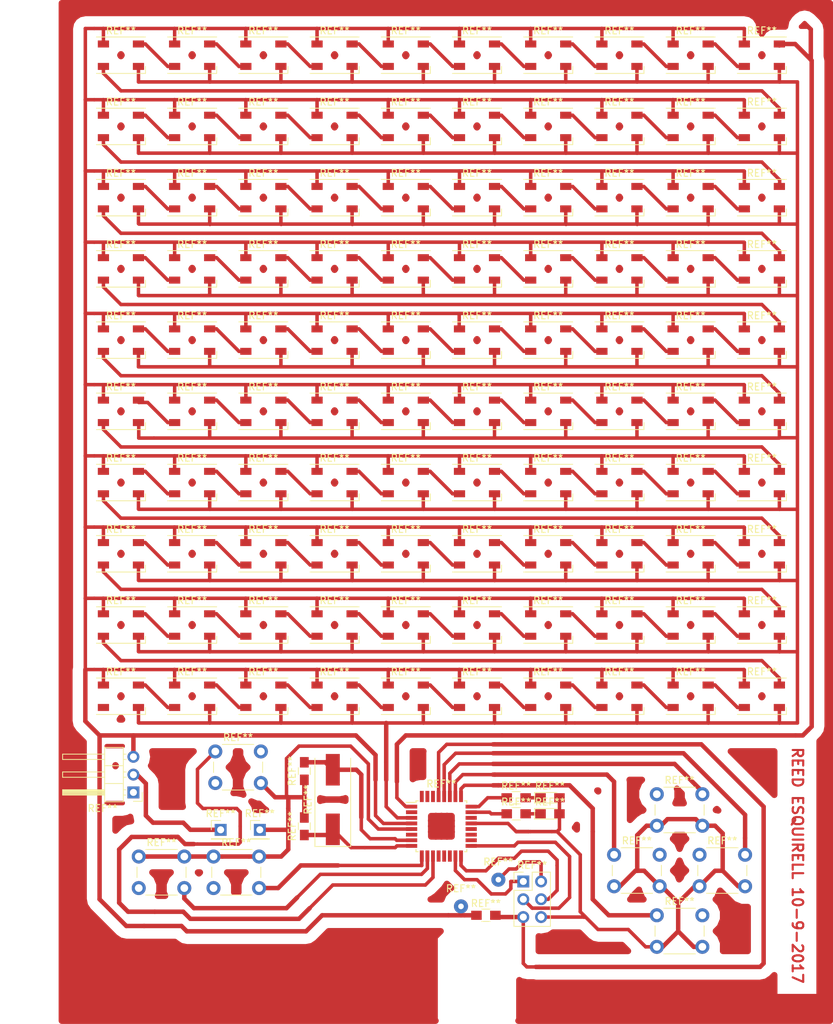
<source format=kicad_pcb>
(kicad_pcb (version 4) (host pcbnew 4.0.6)
  (layers (0 F.Cu signal) (31 B.Cu signal) (34 B.Paste user) (35 F.Paste user) (36 B.SilkS user) (37 F.SilkS user) (38 B.Mask user) (39 F.Mask user) (44 Edge.Cuts user))
  (net 0 "")
  (module Buttons_Switches_THT:SW_PUSH_6mm_h5mm (layer F.Cu) (at 115.062 120.904)
    (fp_text reference REF** (at 3.25 -2) (layer F.SilkS))
    (fp_text value SW_PUSH_6mm_h5mm)
    (pad 2 thru_hole circle (at 0 4.5 90) (size 2 2) (drill 1.1) (layers *.Cu *.Mask))
    (pad 1 thru_hole circle (at 0 0 90) (size 2 2) (drill 1.1) (layers *.Cu *.Mask))
    (pad 2 thru_hole circle (at 6.5 4.5 90) (size 2 2) (drill 1.1) (layers *.Cu *.Mask))
    (pad 1 thru_hole circle (at 6.5 0 90) (size 2 2) (drill 1.1) (layers *.Cu *.Mask))
  )
  (module LEDs:LED_WS2812B-PLCC4 (layer F.Cu) (at 121.92 113.03)
    (fp_text reference REF** (at 0 -3.5) (layer F.SilkS))
    (fp_text value LED_WS2812B-PLCC4)
    (pad 3 smd rect (at 2.5 1.6) (size 1.6 1) (layers F.Cu F.Paste F.Mask))
    (pad 4 smd rect (at 2.5 -1.6) (size 1.6 1) (layers F.Cu F.Paste F.Mask))
    (pad 2 smd rect (at -2.5 1.6) (size 1.6 1) (layers F.Cu F.Paste F.Mask))
    (pad 1 smd rect (at -2.5 -1.6) (size 1.6 1) (layers F.Cu F.Paste F.Mask))
  )
  (module LEDs:LED_WS2812B-PLCC4 (layer F.Cu) (at 101.6 72.39)
    (fp_text reference REF** (at 0 -3.5) (layer F.SilkS))
    (fp_text value LED_WS2812B-PLCC4)
    (pad 3 smd rect (at 2.5 1.6) (size 1.6 1) (layers F.Cu F.Paste F.Mask))
    (pad 4 smd rect (at 2.5 -1.6) (size 1.6 1) (layers F.Cu F.Paste F.Mask))
    (pad 2 smd rect (at -2.5 1.6) (size 1.6 1) (layers F.Cu F.Paste F.Mask))
    (pad 1 smd rect (at -2.5 -1.6) (size 1.6 1) (layers F.Cu F.Paste F.Mask))
  )
  (module LEDs:LED_WS2812B-PLCC4 (layer F.Cu) (at 101.6 21.59)
    (fp_text reference REF** (at 0 -3.5) (layer F.SilkS))
    (fp_text value LED_WS2812B-PLCC4)
    (pad 3 smd rect (at 2.5 1.6) (size 1.6 1) (layers F.Cu F.Paste F.Mask))
    (pad 4 smd rect (at 2.5 -1.6) (size 1.6 1) (layers F.Cu F.Paste F.Mask))
    (pad 2 smd rect (at -2.5 1.6) (size 1.6 1) (layers F.Cu F.Paste F.Mask))
    (pad 1 smd rect (at -2.5 -1.6) (size 1.6 1) (layers F.Cu F.Paste F.Mask))
  )
  (module LEDs:LED_WS2812B-PLCC4 (layer F.Cu) (at 101.6 31.75)
    (fp_text reference REF** (at 0 -3.5) (layer F.SilkS))
    (fp_text value LED_WS2812B-PLCC4)
    (pad 3 smd rect (at 2.5 1.6) (size 1.6 1) (layers F.Cu F.Paste F.Mask))
    (pad 4 smd rect (at 2.5 -1.6) (size 1.6 1) (layers F.Cu F.Paste F.Mask))
    (pad 2 smd rect (at -2.5 1.6) (size 1.6 1) (layers F.Cu F.Paste F.Mask))
    (pad 1 smd rect (at -2.5 -1.6) (size 1.6 1) (layers F.Cu F.Paste F.Mask))
  )
  (module LEDs:LED_WS2812B-PLCC4 (layer F.Cu) (at 111.76 31.75)
    (fp_text reference REF** (at 0 -3.5) (layer F.SilkS))
    (fp_text value LED_WS2812B-PLCC4)
    (pad 3 smd rect (at 2.5 1.6) (size 1.6 1) (layers F.Cu F.Paste F.Mask))
    (pad 4 smd rect (at 2.5 -1.6) (size 1.6 1) (layers F.Cu F.Paste F.Mask))
    (pad 2 smd rect (at -2.5 1.6) (size 1.6 1) (layers F.Cu F.Paste F.Mask))
    (pad 1 smd rect (at -2.5 -1.6) (size 1.6 1) (layers F.Cu F.Paste F.Mask))
  )
  (module LEDs:LED_WS2812B-PLCC4 (layer F.Cu) (at 111.76 21.59)
    (fp_text reference REF** (at 0 -3.5) (layer F.SilkS))
    (fp_text value LED_WS2812B-PLCC4)
    (pad 3 smd rect (at 2.5 1.6) (size 1.6 1) (layers F.Cu F.Paste F.Mask))
    (pad 4 smd rect (at 2.5 -1.6) (size 1.6 1) (layers F.Cu F.Paste F.Mask))
    (pad 2 smd rect (at -2.5 1.6) (size 1.6 1) (layers F.Cu F.Paste F.Mask))
    (pad 1 smd rect (at -2.5 -1.6) (size 1.6 1) (layers F.Cu F.Paste F.Mask))
  )
  (module LEDs:LED_WS2812B-PLCC4 (layer F.Cu) (at 121.92 21.59)
    (fp_text reference REF** (at 0 -3.5) (layer F.SilkS))
    (fp_text value LED_WS2812B-PLCC4)
    (pad 3 smd rect (at 2.5 1.6) (size 1.6 1) (layers F.Cu F.Paste F.Mask))
    (pad 4 smd rect (at 2.5 -1.6) (size 1.6 1) (layers F.Cu F.Paste F.Mask))
    (pad 2 smd rect (at -2.5 1.6) (size 1.6 1) (layers F.Cu F.Paste F.Mask))
    (pad 1 smd rect (at -2.5 -1.6) (size 1.6 1) (layers F.Cu F.Paste F.Mask))
  )
  (module LEDs:LED_WS2812B-PLCC4 (layer F.Cu) (at 132.08 21.59)
    (fp_text reference REF** (at 0 -3.5) (layer F.SilkS))
    (fp_text value LED_WS2812B-PLCC4)
    (pad 3 smd rect (at 2.5 1.6) (size 1.6 1) (layers F.Cu F.Paste F.Mask))
    (pad 4 smd rect (at 2.5 -1.6) (size 1.6 1) (layers F.Cu F.Paste F.Mask))
    (pad 2 smd rect (at -2.5 1.6) (size 1.6 1) (layers F.Cu F.Paste F.Mask))
    (pad 1 smd rect (at -2.5 -1.6) (size 1.6 1) (layers F.Cu F.Paste F.Mask))
  )
  (module LEDs:LED_WS2812B-PLCC4 (layer F.Cu) (at 142.24 21.59)
    (fp_text reference REF** (at 0 -3.5) (layer F.SilkS))
    (fp_text value LED_WS2812B-PLCC4)
    (pad 3 smd rect (at 2.5 1.6) (size 1.6 1) (layers F.Cu F.Paste F.Mask))
    (pad 4 smd rect (at 2.5 -1.6) (size 1.6 1) (layers F.Cu F.Paste F.Mask))
    (pad 2 smd rect (at -2.5 1.6) (size 1.6 1) (layers F.Cu F.Paste F.Mask))
    (pad 1 smd rect (at -2.5 -1.6) (size 1.6 1) (layers F.Cu F.Paste F.Mask))
  )
  (module LEDs:LED_WS2812B-PLCC4 (layer F.Cu) (at 152.4 21.59)
    (fp_text reference REF** (at 0 -3.5) (layer F.SilkS))
    (fp_text value LED_WS2812B-PLCC4)
    (pad 3 smd rect (at 2.5 1.6) (size 1.6 1) (layers F.Cu F.Paste F.Mask))
    (pad 4 smd rect (at 2.5 -1.6) (size 1.6 1) (layers F.Cu F.Paste F.Mask))
    (pad 2 smd rect (at -2.5 1.6) (size 1.6 1) (layers F.Cu F.Paste F.Mask))
    (pad 1 smd rect (at -2.5 -1.6) (size 1.6 1) (layers F.Cu F.Paste F.Mask))
  )
  (module LEDs:LED_WS2812B-PLCC4 (layer F.Cu) (at 162.56 21.59)
    (fp_text reference REF** (at 0 -3.5) (layer F.SilkS))
    (fp_text value LED_WS2812B-PLCC4)
    (pad 3 smd rect (at 2.5 1.6) (size 1.6 1) (layers F.Cu F.Paste F.Mask))
    (pad 4 smd rect (at 2.5 -1.6) (size 1.6 1) (layers F.Cu F.Paste F.Mask))
    (pad 2 smd rect (at -2.5 1.6) (size 1.6 1) (layers F.Cu F.Paste F.Mask))
    (pad 1 smd rect (at -2.5 -1.6) (size 1.6 1) (layers F.Cu F.Paste F.Mask))
  )
  (module LEDs:LED_WS2812B-PLCC4 (layer F.Cu) (at 172.72 21.59)
    (fp_text reference REF** (at 0 -3.5) (layer F.SilkS))
    (fp_text value LED_WS2812B-PLCC4)
    (pad 3 smd rect (at 2.5 1.6) (size 1.6 1) (layers F.Cu F.Paste F.Mask))
    (pad 4 smd rect (at 2.5 -1.6) (size 1.6 1) (layers F.Cu F.Paste F.Mask))
    (pad 2 smd rect (at -2.5 1.6) (size 1.6 1) (layers F.Cu F.Paste F.Mask))
    (pad 1 smd rect (at -2.5 -1.6) (size 1.6 1) (layers F.Cu F.Paste F.Mask))
  )
  (module LEDs:LED_WS2812B-PLCC4 (layer F.Cu) (at 182.88 21.59)
    (fp_text reference REF** (at 0 -3.5) (layer F.SilkS))
    (fp_text value LED_WS2812B-PLCC4)
    (pad 3 smd rect (at 2.5 1.6) (size 1.6 1) (layers F.Cu F.Paste F.Mask))
    (pad 4 smd rect (at 2.5 -1.6) (size 1.6 1) (layers F.Cu F.Paste F.Mask))
    (pad 2 smd rect (at -2.5 1.6) (size 1.6 1) (layers F.Cu F.Paste F.Mask))
    (pad 1 smd rect (at -2.5 -1.6) (size 1.6 1) (layers F.Cu F.Paste F.Mask))
  )
  (module LEDs:LED_WS2812B-PLCC4 (layer F.Cu) (at 193.04 21.59)
    (fp_text reference REF** (at 0 -3.5) (layer F.SilkS))
    (fp_text value LED_WS2812B-PLCC4)
    (pad 3 smd rect (at 2.5 1.6) (size 1.6 1) (layers F.Cu F.Paste F.Mask))
    (pad 4 smd rect (at 2.5 -1.6) (size 1.6 1) (layers F.Cu F.Paste F.Mask))
    (pad 2 smd rect (at -2.5 1.6) (size 1.6 1) (layers F.Cu F.Paste F.Mask))
    (pad 1 smd rect (at -2.5 -1.6) (size 1.6 1) (layers F.Cu F.Paste F.Mask))
  )
  (module LEDs:LED_WS2812B-PLCC4 (layer F.Cu) (at 121.92 31.75)
    (fp_text reference REF** (at 0 -3.5) (layer F.SilkS))
    (fp_text value LED_WS2812B-PLCC4)
    (pad 3 smd rect (at 2.5 1.6) (size 1.6 1) (layers F.Cu F.Paste F.Mask))
    (pad 4 smd rect (at 2.5 -1.6) (size 1.6 1) (layers F.Cu F.Paste F.Mask))
    (pad 2 smd rect (at -2.5 1.6) (size 1.6 1) (layers F.Cu F.Paste F.Mask))
    (pad 1 smd rect (at -2.5 -1.6) (size 1.6 1) (layers F.Cu F.Paste F.Mask))
  )
  (module LEDs:LED_WS2812B-PLCC4 (layer F.Cu) (at 132.08 31.75)
    (fp_text reference REF** (at 0 -3.5) (layer F.SilkS))
    (fp_text value LED_WS2812B-PLCC4)
    (pad 3 smd rect (at 2.5 1.6) (size 1.6 1) (layers F.Cu F.Paste F.Mask))
    (pad 4 smd rect (at 2.5 -1.6) (size 1.6 1) (layers F.Cu F.Paste F.Mask))
    (pad 2 smd rect (at -2.5 1.6) (size 1.6 1) (layers F.Cu F.Paste F.Mask))
    (pad 1 smd rect (at -2.5 -1.6) (size 1.6 1) (layers F.Cu F.Paste F.Mask))
  )
  (module LEDs:LED_WS2812B-PLCC4 (layer F.Cu) (at 142.24 31.75)
    (fp_text reference REF** (at 0 -3.5) (layer F.SilkS))
    (fp_text value LED_WS2812B-PLCC4)
    (pad 3 smd rect (at 2.5 1.6) (size 1.6 1) (layers F.Cu F.Paste F.Mask))
    (pad 4 smd rect (at 2.5 -1.6) (size 1.6 1) (layers F.Cu F.Paste F.Mask))
    (pad 2 smd rect (at -2.5 1.6) (size 1.6 1) (layers F.Cu F.Paste F.Mask))
    (pad 1 smd rect (at -2.5 -1.6) (size 1.6 1) (layers F.Cu F.Paste F.Mask))
  )
  (module LEDs:LED_WS2812B-PLCC4 (layer F.Cu) (at 152.4 31.75)
    (fp_text reference REF** (at 0 -3.5) (layer F.SilkS))
    (fp_text value LED_WS2812B-PLCC4)
    (pad 3 smd rect (at 2.5 1.6) (size 1.6 1) (layers F.Cu F.Paste F.Mask))
    (pad 4 smd rect (at 2.5 -1.6) (size 1.6 1) (layers F.Cu F.Paste F.Mask))
    (pad 2 smd rect (at -2.5 1.6) (size 1.6 1) (layers F.Cu F.Paste F.Mask))
    (pad 1 smd rect (at -2.5 -1.6) (size 1.6 1) (layers F.Cu F.Paste F.Mask))
  )
  (module LEDs:LED_WS2812B-PLCC4 (layer F.Cu) (at 162.56 31.75)
    (fp_text reference REF** (at 0 -3.5) (layer F.SilkS))
    (fp_text value LED_WS2812B-PLCC4)
    (pad 3 smd rect (at 2.5 1.6) (size 1.6 1) (layers F.Cu F.Paste F.Mask))
    (pad 4 smd rect (at 2.5 -1.6) (size 1.6 1) (layers F.Cu F.Paste F.Mask))
    (pad 2 smd rect (at -2.5 1.6) (size 1.6 1) (layers F.Cu F.Paste F.Mask))
    (pad 1 smd rect (at -2.5 -1.6) (size 1.6 1) (layers F.Cu F.Paste F.Mask))
  )
  (module LEDs:LED_WS2812B-PLCC4 (layer F.Cu) (at 172.72 31.75)
    (fp_text reference REF** (at 0 -3.5) (layer F.SilkS))
    (fp_text value LED_WS2812B-PLCC4)
    (pad 3 smd rect (at 2.5 1.6) (size 1.6 1) (layers F.Cu F.Paste F.Mask))
    (pad 4 smd rect (at 2.5 -1.6) (size 1.6 1) (layers F.Cu F.Paste F.Mask))
    (pad 2 smd rect (at -2.5 1.6) (size 1.6 1) (layers F.Cu F.Paste F.Mask))
    (pad 1 smd rect (at -2.5 -1.6) (size 1.6 1) (layers F.Cu F.Paste F.Mask))
  )
  (module LEDs:LED_WS2812B-PLCC4 (layer F.Cu) (at 182.88 31.75)
    (fp_text reference REF** (at 0 -3.5) (layer F.SilkS))
    (fp_text value LED_WS2812B-PLCC4)
    (pad 3 smd rect (at 2.5 1.6) (size 1.6 1) (layers F.Cu F.Paste F.Mask))
    (pad 4 smd rect (at 2.5 -1.6) (size 1.6 1) (layers F.Cu F.Paste F.Mask))
    (pad 2 smd rect (at -2.5 1.6) (size 1.6 1) (layers F.Cu F.Paste F.Mask))
    (pad 1 smd rect (at -2.5 -1.6) (size 1.6 1) (layers F.Cu F.Paste F.Mask))
  )
  (module LEDs:LED_WS2812B-PLCC4 (layer F.Cu) (at 193.04 31.75)
    (fp_text reference REF** (at 0 -3.5) (layer F.SilkS))
    (fp_text value LED_WS2812B-PLCC4)
    (pad 3 smd rect (at 2.5 1.6) (size 1.6 1) (layers F.Cu F.Paste F.Mask))
    (pad 4 smd rect (at 2.5 -1.6) (size 1.6 1) (layers F.Cu F.Paste F.Mask))
    (pad 2 smd rect (at -2.5 1.6) (size 1.6 1) (layers F.Cu F.Paste F.Mask))
    (pad 1 smd rect (at -2.5 -1.6) (size 1.6 1) (layers F.Cu F.Paste F.Mask))
  )
  (module LEDs:LED_WS2812B-PLCC4 (layer F.Cu) (at 101.6 41.91)
    (fp_text reference REF** (at 0 -3.5) (layer F.SilkS))
    (fp_text value LED_WS2812B-PLCC4)
    (pad 3 smd rect (at 2.5 1.6) (size 1.6 1) (layers F.Cu F.Paste F.Mask))
    (pad 4 smd rect (at 2.5 -1.6) (size 1.6 1) (layers F.Cu F.Paste F.Mask))
    (pad 2 smd rect (at -2.5 1.6) (size 1.6 1) (layers F.Cu F.Paste F.Mask))
    (pad 1 smd rect (at -2.5 -1.6) (size 1.6 1) (layers F.Cu F.Paste F.Mask))
  )
  (module LEDs:LED_WS2812B-PLCC4 (layer F.Cu) (at 111.76 41.91)
    (fp_text reference REF** (at 0 -3.5) (layer F.SilkS))
    (fp_text value LED_WS2812B-PLCC4)
    (pad 3 smd rect (at 2.5 1.6) (size 1.6 1) (layers F.Cu F.Paste F.Mask))
    (pad 4 smd rect (at 2.5 -1.6) (size 1.6 1) (layers F.Cu F.Paste F.Mask))
    (pad 2 smd rect (at -2.5 1.6) (size 1.6 1) (layers F.Cu F.Paste F.Mask))
    (pad 1 smd rect (at -2.5 -1.6) (size 1.6 1) (layers F.Cu F.Paste F.Mask))
  )
  (module LEDs:LED_WS2812B-PLCC4 (layer F.Cu) (at 101.6 52.07)
    (fp_text reference REF** (at 0 -3.5) (layer F.SilkS))
    (fp_text value LED_WS2812B-PLCC4)
    (pad 3 smd rect (at 2.5 1.6) (size 1.6 1) (layers F.Cu F.Paste F.Mask))
    (pad 4 smd rect (at 2.5 -1.6) (size 1.6 1) (layers F.Cu F.Paste F.Mask))
    (pad 2 smd rect (at -2.5 1.6) (size 1.6 1) (layers F.Cu F.Paste F.Mask))
    (pad 1 smd rect (at -2.5 -1.6) (size 1.6 1) (layers F.Cu F.Paste F.Mask))
  )
  (module LEDs:LED_WS2812B-PLCC4 (layer F.Cu) (at 101.6 62.23)
    (fp_text reference REF** (at 0 -3.5) (layer F.SilkS))
    (fp_text value LED_WS2812B-PLCC4)
    (pad 3 smd rect (at 2.5 1.6) (size 1.6 1) (layers F.Cu F.Paste F.Mask))
    (pad 4 smd rect (at 2.5 -1.6) (size 1.6 1) (layers F.Cu F.Paste F.Mask))
    (pad 2 smd rect (at -2.5 1.6) (size 1.6 1) (layers F.Cu F.Paste F.Mask))
    (pad 1 smd rect (at -2.5 -1.6) (size 1.6 1) (layers F.Cu F.Paste F.Mask))
  )
  (module LEDs:LED_WS2812B-PLCC4 (layer F.Cu) (at 101.6 82.55)
    (fp_text reference REF** (at 0 -3.5) (layer F.SilkS))
    (fp_text value LED_WS2812B-PLCC4)
    (pad 3 smd rect (at 2.5 1.6) (size 1.6 1) (layers F.Cu F.Paste F.Mask))
    (pad 4 smd rect (at 2.5 -1.6) (size 1.6 1) (layers F.Cu F.Paste F.Mask))
    (pad 2 smd rect (at -2.5 1.6) (size 1.6 1) (layers F.Cu F.Paste F.Mask))
    (pad 1 smd rect (at -2.5 -1.6) (size 1.6 1) (layers F.Cu F.Paste F.Mask))
  )
  (module LEDs:LED_WS2812B-PLCC4 (layer F.Cu) (at 101.6 92.71)
    (fp_text reference REF** (at 0 -3.5) (layer F.SilkS))
    (fp_text value LED_WS2812B-PLCC4)
    (pad 3 smd rect (at 2.5 1.6) (size 1.6 1) (layers F.Cu F.Paste F.Mask))
    (pad 4 smd rect (at 2.5 -1.6) (size 1.6 1) (layers F.Cu F.Paste F.Mask))
    (pad 2 smd rect (at -2.5 1.6) (size 1.6 1) (layers F.Cu F.Paste F.Mask))
    (pad 1 smd rect (at -2.5 -1.6) (size 1.6 1) (layers F.Cu F.Paste F.Mask))
  )
  (module LEDs:LED_WS2812B-PLCC4 (layer F.Cu) (at 101.6 102.87)
    (fp_text reference REF** (at 0 -3.5) (layer F.SilkS))
    (fp_text value LED_WS2812B-PLCC4)
    (pad 3 smd rect (at 2.5 1.6) (size 1.6 1) (layers F.Cu F.Paste F.Mask))
    (pad 4 smd rect (at 2.5 -1.6) (size 1.6 1) (layers F.Cu F.Paste F.Mask))
    (pad 2 smd rect (at -2.5 1.6) (size 1.6 1) (layers F.Cu F.Paste F.Mask))
    (pad 1 smd rect (at -2.5 -1.6) (size 1.6 1) (layers F.Cu F.Paste F.Mask))
  )
  (module LEDs:LED_WS2812B-PLCC4 (layer F.Cu) (at 101.6 113.03)
    (fp_text reference REF** (at 0 -3.5) (layer F.SilkS))
    (fp_text value LED_WS2812B-PLCC4)
    (pad 3 smd rect (at 2.5 1.6) (size 1.6 1) (layers F.Cu F.Paste F.Mask))
    (pad 4 smd rect (at 2.5 -1.6) (size 1.6 1) (layers F.Cu F.Paste F.Mask))
    (pad 2 smd rect (at -2.5 1.6) (size 1.6 1) (layers F.Cu F.Paste F.Mask))
    (pad 1 smd rect (at -2.5 -1.6) (size 1.6 1) (layers F.Cu F.Paste F.Mask))
  )
  (module LEDs:LED_WS2812B-PLCC4 (layer F.Cu) (at 111.76 52.07)
    (fp_text reference REF** (at 0 -3.5) (layer F.SilkS))
    (fp_text value LED_WS2812B-PLCC4)
    (pad 3 smd rect (at 2.5 1.6) (size 1.6 1) (layers F.Cu F.Paste F.Mask))
    (pad 4 smd rect (at 2.5 -1.6) (size 1.6 1) (layers F.Cu F.Paste F.Mask))
    (pad 2 smd rect (at -2.5 1.6) (size 1.6 1) (layers F.Cu F.Paste F.Mask))
    (pad 1 smd rect (at -2.5 -1.6) (size 1.6 1) (layers F.Cu F.Paste F.Mask))
  )
  (module LEDs:LED_WS2812B-PLCC4 (layer F.Cu) (at 111.76 62.23)
    (fp_text reference REF** (at 0 -3.5) (layer F.SilkS))
    (fp_text value LED_WS2812B-PLCC4)
    (pad 3 smd rect (at 2.5 1.6) (size 1.6 1) (layers F.Cu F.Paste F.Mask))
    (pad 4 smd rect (at 2.5 -1.6) (size 1.6 1) (layers F.Cu F.Paste F.Mask))
    (pad 2 smd rect (at -2.5 1.6) (size 1.6 1) (layers F.Cu F.Paste F.Mask))
    (pad 1 smd rect (at -2.5 -1.6) (size 1.6 1) (layers F.Cu F.Paste F.Mask))
  )
  (module LEDs:LED_WS2812B-PLCC4 (layer F.Cu) (at 121.92 41.91)
    (fp_text reference REF** (at 0 -3.5) (layer F.SilkS))
    (fp_text value LED_WS2812B-PLCC4)
    (pad 3 smd rect (at 2.5 1.6) (size 1.6 1) (layers F.Cu F.Paste F.Mask))
    (pad 4 smd rect (at 2.5 -1.6) (size 1.6 1) (layers F.Cu F.Paste F.Mask))
    (pad 2 smd rect (at -2.5 1.6) (size 1.6 1) (layers F.Cu F.Paste F.Mask))
    (pad 1 smd rect (at -2.5 -1.6) (size 1.6 1) (layers F.Cu F.Paste F.Mask))
  )
  (module LEDs:LED_WS2812B-PLCC4 (layer F.Cu) (at 132.08 41.91)
    (fp_text reference REF** (at 0 -3.5) (layer F.SilkS))
    (fp_text value LED_WS2812B-PLCC4)
    (pad 3 smd rect (at 2.5 1.6) (size 1.6 1) (layers F.Cu F.Paste F.Mask))
    (pad 4 smd rect (at 2.5 -1.6) (size 1.6 1) (layers F.Cu F.Paste F.Mask))
    (pad 2 smd rect (at -2.5 1.6) (size 1.6 1) (layers F.Cu F.Paste F.Mask))
    (pad 1 smd rect (at -2.5 -1.6) (size 1.6 1) (layers F.Cu F.Paste F.Mask))
  )
  (module LEDs:LED_WS2812B-PLCC4 (layer F.Cu) (at 121.92 52.07)
    (fp_text reference REF** (at 0 -3.5) (layer F.SilkS))
    (fp_text value LED_WS2812B-PLCC4)
    (pad 3 smd rect (at 2.5 1.6) (size 1.6 1) (layers F.Cu F.Paste F.Mask))
    (pad 4 smd rect (at 2.5 -1.6) (size 1.6 1) (layers F.Cu F.Paste F.Mask))
    (pad 2 smd rect (at -2.5 1.6) (size 1.6 1) (layers F.Cu F.Paste F.Mask))
    (pad 1 smd rect (at -2.5 -1.6) (size 1.6 1) (layers F.Cu F.Paste F.Mask))
  )
  (module LEDs:LED_WS2812B-PLCC4 (layer F.Cu) (at 132.08 52.07)
    (fp_text reference REF** (at 0 -3.5) (layer F.SilkS))
    (fp_text value LED_WS2812B-PLCC4)
    (pad 3 smd rect (at 2.5 1.6) (size 1.6 1) (layers F.Cu F.Paste F.Mask))
    (pad 4 smd rect (at 2.5 -1.6) (size 1.6 1) (layers F.Cu F.Paste F.Mask))
    (pad 2 smd rect (at -2.5 1.6) (size 1.6 1) (layers F.Cu F.Paste F.Mask))
    (pad 1 smd rect (at -2.5 -1.6) (size 1.6 1) (layers F.Cu F.Paste F.Mask))
  )
  (module LEDs:LED_WS2812B-PLCC4 (layer F.Cu) (at 121.92 62.23)
    (fp_text reference REF** (at 0 -3.5) (layer F.SilkS))
    (fp_text value LED_WS2812B-PLCC4)
    (pad 3 smd rect (at 2.5 1.6) (size 1.6 1) (layers F.Cu F.Paste F.Mask))
    (pad 4 smd rect (at 2.5 -1.6) (size 1.6 1) (layers F.Cu F.Paste F.Mask))
    (pad 2 smd rect (at -2.5 1.6) (size 1.6 1) (layers F.Cu F.Paste F.Mask))
    (pad 1 smd rect (at -2.5 -1.6) (size 1.6 1) (layers F.Cu F.Paste F.Mask))
  )
  (module LEDs:LED_WS2812B-PLCC4 (layer F.Cu) (at 132.08 62.23)
    (fp_text reference REF** (at 0 -3.5) (layer F.SilkS))
    (fp_text value LED_WS2812B-PLCC4)
    (pad 3 smd rect (at 2.5 1.6) (size 1.6 1) (layers F.Cu F.Paste F.Mask))
    (pad 4 smd rect (at 2.5 -1.6) (size 1.6 1) (layers F.Cu F.Paste F.Mask))
    (pad 2 smd rect (at -2.5 1.6) (size 1.6 1) (layers F.Cu F.Paste F.Mask))
    (pad 1 smd rect (at -2.5 -1.6) (size 1.6 1) (layers F.Cu F.Paste F.Mask))
  )
  (module LEDs:LED_WS2812B-PLCC4 (layer F.Cu) (at 111.76 72.39)
    (fp_text reference REF** (at 0 -3.5) (layer F.SilkS))
    (fp_text value LED_WS2812B-PLCC4)
    (pad 3 smd rect (at 2.5 1.6) (size 1.6 1) (layers F.Cu F.Paste F.Mask))
    (pad 4 smd rect (at 2.5 -1.6) (size 1.6 1) (layers F.Cu F.Paste F.Mask))
    (pad 2 smd rect (at -2.5 1.6) (size 1.6 1) (layers F.Cu F.Paste F.Mask))
    (pad 1 smd rect (at -2.5 -1.6) (size 1.6 1) (layers F.Cu F.Paste F.Mask))
  )
  (module LEDs:LED_WS2812B-PLCC4 (layer F.Cu) (at 121.92 72.39)
    (fp_text reference REF** (at 0 -3.5) (layer F.SilkS))
    (fp_text value LED_WS2812B-PLCC4)
    (pad 3 smd rect (at 2.5 1.6) (size 1.6 1) (layers F.Cu F.Paste F.Mask))
    (pad 4 smd rect (at 2.5 -1.6) (size 1.6 1) (layers F.Cu F.Paste F.Mask))
    (pad 2 smd rect (at -2.5 1.6) (size 1.6 1) (layers F.Cu F.Paste F.Mask))
    (pad 1 smd rect (at -2.5 -1.6) (size 1.6 1) (layers F.Cu F.Paste F.Mask))
  )
  (module LEDs:LED_WS2812B-PLCC4 (layer F.Cu) (at 132.08 72.39)
    (fp_text reference REF** (at 0 -3.5) (layer F.SilkS))
    (fp_text value LED_WS2812B-PLCC4)
    (pad 3 smd rect (at 2.5 1.6) (size 1.6 1) (layers F.Cu F.Paste F.Mask))
    (pad 4 smd rect (at 2.5 -1.6) (size 1.6 1) (layers F.Cu F.Paste F.Mask))
    (pad 2 smd rect (at -2.5 1.6) (size 1.6 1) (layers F.Cu F.Paste F.Mask))
    (pad 1 smd rect (at -2.5 -1.6) (size 1.6 1) (layers F.Cu F.Paste F.Mask))
  )
  (module LEDs:LED_WS2812B-PLCC4 (layer F.Cu) (at 142.24 41.91)
    (fp_text reference REF** (at 0 -3.5) (layer F.SilkS))
    (fp_text value LED_WS2812B-PLCC4)
    (pad 3 smd rect (at 2.5 1.6) (size 1.6 1) (layers F.Cu F.Paste F.Mask))
    (pad 4 smd rect (at 2.5 -1.6) (size 1.6 1) (layers F.Cu F.Paste F.Mask))
    (pad 2 smd rect (at -2.5 1.6) (size 1.6 1) (layers F.Cu F.Paste F.Mask))
    (pad 1 smd rect (at -2.5 -1.6) (size 1.6 1) (layers F.Cu F.Paste F.Mask))
  )
  (module LEDs:LED_WS2812B-PLCC4 (layer F.Cu) (at 152.4 41.91)
    (fp_text reference REF** (at 0 -3.5) (layer F.SilkS))
    (fp_text value LED_WS2812B-PLCC4)
    (pad 3 smd rect (at 2.5 1.6) (size 1.6 1) (layers F.Cu F.Paste F.Mask))
    (pad 4 smd rect (at 2.5 -1.6) (size 1.6 1) (layers F.Cu F.Paste F.Mask))
    (pad 2 smd rect (at -2.5 1.6) (size 1.6 1) (layers F.Cu F.Paste F.Mask))
    (pad 1 smd rect (at -2.5 -1.6) (size 1.6 1) (layers F.Cu F.Paste F.Mask))
  )
  (module LEDs:LED_WS2812B-PLCC4 (layer F.Cu) (at 162.56 41.91)
    (fp_text reference REF** (at 0 -3.5) (layer F.SilkS))
    (fp_text value LED_WS2812B-PLCC4)
    (pad 3 smd rect (at 2.5 1.6) (size 1.6 1) (layers F.Cu F.Paste F.Mask))
    (pad 4 smd rect (at 2.5 -1.6) (size 1.6 1) (layers F.Cu F.Paste F.Mask))
    (pad 2 smd rect (at -2.5 1.6) (size 1.6 1) (layers F.Cu F.Paste F.Mask))
    (pad 1 smd rect (at -2.5 -1.6) (size 1.6 1) (layers F.Cu F.Paste F.Mask))
  )
  (module LEDs:LED_WS2812B-PLCC4 (layer F.Cu) (at 172.72 41.91)
    (fp_text reference REF** (at 0 -3.5) (layer F.SilkS))
    (fp_text value LED_WS2812B-PLCC4)
    (pad 3 smd rect (at 2.5 1.6) (size 1.6 1) (layers F.Cu F.Paste F.Mask))
    (pad 4 smd rect (at 2.5 -1.6) (size 1.6 1) (layers F.Cu F.Paste F.Mask))
    (pad 2 smd rect (at -2.5 1.6) (size 1.6 1) (layers F.Cu F.Paste F.Mask))
    (pad 1 smd rect (at -2.5 -1.6) (size 1.6 1) (layers F.Cu F.Paste F.Mask))
  )
  (module LEDs:LED_WS2812B-PLCC4 (layer F.Cu) (at 182.88 41.91)
    (fp_text reference REF** (at 0 -3.5) (layer F.SilkS))
    (fp_text value LED_WS2812B-PLCC4)
    (pad 3 smd rect (at 2.5 1.6) (size 1.6 1) (layers F.Cu F.Paste F.Mask))
    (pad 4 smd rect (at 2.5 -1.6) (size 1.6 1) (layers F.Cu F.Paste F.Mask))
    (pad 2 smd rect (at -2.5 1.6) (size 1.6 1) (layers F.Cu F.Paste F.Mask))
    (pad 1 smd rect (at -2.5 -1.6) (size 1.6 1) (layers F.Cu F.Paste F.Mask))
  )
  (module LEDs:LED_WS2812B-PLCC4 (layer F.Cu) (at 193.04 41.91)
    (fp_text reference REF** (at 0 -3.5) (layer F.SilkS))
    (fp_text value LED_WS2812B-PLCC4)
    (pad 3 smd rect (at 2.5 1.6) (size 1.6 1) (layers F.Cu F.Paste F.Mask))
    (pad 4 smd rect (at 2.5 -1.6) (size 1.6 1) (layers F.Cu F.Paste F.Mask))
    (pad 2 smd rect (at -2.5 1.6) (size 1.6 1) (layers F.Cu F.Paste F.Mask))
    (pad 1 smd rect (at -2.5 -1.6) (size 1.6 1) (layers F.Cu F.Paste F.Mask))
  )
  (module LEDs:LED_WS2812B-PLCC4 (layer F.Cu) (at 142.24 52.07)
    (fp_text reference REF** (at 0 -3.5) (layer F.SilkS))
    (fp_text value LED_WS2812B-PLCC4)
    (pad 3 smd rect (at 2.5 1.6) (size 1.6 1) (layers F.Cu F.Paste F.Mask))
    (pad 4 smd rect (at 2.5 -1.6) (size 1.6 1) (layers F.Cu F.Paste F.Mask))
    (pad 2 smd rect (at -2.5 1.6) (size 1.6 1) (layers F.Cu F.Paste F.Mask))
    (pad 1 smd rect (at -2.5 -1.6) (size 1.6 1) (layers F.Cu F.Paste F.Mask))
  )
  (module LEDs:LED_WS2812B-PLCC4 (layer F.Cu) (at 152.4 52.07)
    (fp_text reference REF** (at 0 -3.5) (layer F.SilkS))
    (fp_text value LED_WS2812B-PLCC4)
    (pad 3 smd rect (at 2.5 1.6) (size 1.6 1) (layers F.Cu F.Paste F.Mask))
    (pad 4 smd rect (at 2.5 -1.6) (size 1.6 1) (layers F.Cu F.Paste F.Mask))
    (pad 2 smd rect (at -2.5 1.6) (size 1.6 1) (layers F.Cu F.Paste F.Mask))
    (pad 1 smd rect (at -2.5 -1.6) (size 1.6 1) (layers F.Cu F.Paste F.Mask))
  )
  (module LEDs:LED_WS2812B-PLCC4 (layer F.Cu) (at 162.56 52.07)
    (fp_text reference REF** (at 0 -3.5) (layer F.SilkS))
    (fp_text value LED_WS2812B-PLCC4)
    (pad 3 smd rect (at 2.5 1.6) (size 1.6 1) (layers F.Cu F.Paste F.Mask))
    (pad 4 smd rect (at 2.5 -1.6) (size 1.6 1) (layers F.Cu F.Paste F.Mask))
    (pad 2 smd rect (at -2.5 1.6) (size 1.6 1) (layers F.Cu F.Paste F.Mask))
    (pad 1 smd rect (at -2.5 -1.6) (size 1.6 1) (layers F.Cu F.Paste F.Mask))
  )
  (module LEDs:LED_WS2812B-PLCC4 (layer F.Cu) (at 172.72 52.07)
    (fp_text reference REF** (at 0 -3.5) (layer F.SilkS))
    (fp_text value LED_WS2812B-PLCC4)
    (pad 3 smd rect (at 2.5 1.6) (size 1.6 1) (layers F.Cu F.Paste F.Mask))
    (pad 4 smd rect (at 2.5 -1.6) (size 1.6 1) (layers F.Cu F.Paste F.Mask))
    (pad 2 smd rect (at -2.5 1.6) (size 1.6 1) (layers F.Cu F.Paste F.Mask))
    (pad 1 smd rect (at -2.5 -1.6) (size 1.6 1) (layers F.Cu F.Paste F.Mask))
  )
  (module LEDs:LED_WS2812B-PLCC4 (layer F.Cu) (at 182.88 52.07)
    (fp_text reference REF** (at 0 -3.5) (layer F.SilkS))
    (fp_text value LED_WS2812B-PLCC4)
    (pad 3 smd rect (at 2.5 1.6) (size 1.6 1) (layers F.Cu F.Paste F.Mask))
    (pad 4 smd rect (at 2.5 -1.6) (size 1.6 1) (layers F.Cu F.Paste F.Mask))
    (pad 2 smd rect (at -2.5 1.6) (size 1.6 1) (layers F.Cu F.Paste F.Mask))
    (pad 1 smd rect (at -2.5 -1.6) (size 1.6 1) (layers F.Cu F.Paste F.Mask))
  )
  (module LEDs:LED_WS2812B-PLCC4 (layer F.Cu) (at 193.04 52.07)
    (fp_text reference REF** (at 0 -3.5) (layer F.SilkS))
    (fp_text value LED_WS2812B-PLCC4)
    (pad 3 smd rect (at 2.5 1.6) (size 1.6 1) (layers F.Cu F.Paste F.Mask))
    (pad 4 smd rect (at 2.5 -1.6) (size 1.6 1) (layers F.Cu F.Paste F.Mask))
    (pad 2 smd rect (at -2.5 1.6) (size 1.6 1) (layers F.Cu F.Paste F.Mask))
    (pad 1 smd rect (at -2.5 -1.6) (size 1.6 1) (layers F.Cu F.Paste F.Mask))
  )
  (module LEDs:LED_WS2812B-PLCC4 (layer F.Cu) (at 142.24 62.23)
    (fp_text reference REF** (at 0 -3.5) (layer F.SilkS))
    (fp_text value LED_WS2812B-PLCC4)
    (pad 3 smd rect (at 2.5 1.6) (size 1.6 1) (layers F.Cu F.Paste F.Mask))
    (pad 4 smd rect (at 2.5 -1.6) (size 1.6 1) (layers F.Cu F.Paste F.Mask))
    (pad 2 smd rect (at -2.5 1.6) (size 1.6 1) (layers F.Cu F.Paste F.Mask))
    (pad 1 smd rect (at -2.5 -1.6) (size 1.6 1) (layers F.Cu F.Paste F.Mask))
  )
  (module LEDs:LED_WS2812B-PLCC4 (layer F.Cu) (at 152.4 62.23)
    (fp_text reference REF** (at 0 -3.5) (layer F.SilkS))
    (fp_text value LED_WS2812B-PLCC4)
    (pad 3 smd rect (at 2.5 1.6) (size 1.6 1) (layers F.Cu F.Paste F.Mask))
    (pad 4 smd rect (at 2.5 -1.6) (size 1.6 1) (layers F.Cu F.Paste F.Mask))
    (pad 2 smd rect (at -2.5 1.6) (size 1.6 1) (layers F.Cu F.Paste F.Mask))
    (pad 1 smd rect (at -2.5 -1.6) (size 1.6 1) (layers F.Cu F.Paste F.Mask))
  )
  (module LEDs:LED_WS2812B-PLCC4 (layer F.Cu) (at 162.56 62.23)
    (fp_text reference REF** (at 0 -3.5) (layer F.SilkS))
    (fp_text value LED_WS2812B-PLCC4)
    (pad 3 smd rect (at 2.5 1.6) (size 1.6 1) (layers F.Cu F.Paste F.Mask))
    (pad 4 smd rect (at 2.5 -1.6) (size 1.6 1) (layers F.Cu F.Paste F.Mask))
    (pad 2 smd rect (at -2.5 1.6) (size 1.6 1) (layers F.Cu F.Paste F.Mask))
    (pad 1 smd rect (at -2.5 -1.6) (size 1.6 1) (layers F.Cu F.Paste F.Mask))
  )
  (module LEDs:LED_WS2812B-PLCC4 (layer F.Cu) (at 172.72 62.23)
    (fp_text reference REF** (at 0 -3.5) (layer F.SilkS))
    (fp_text value LED_WS2812B-PLCC4)
    (pad 3 smd rect (at 2.5 1.6) (size 1.6 1) (layers F.Cu F.Paste F.Mask))
    (pad 4 smd rect (at 2.5 -1.6) (size 1.6 1) (layers F.Cu F.Paste F.Mask))
    (pad 2 smd rect (at -2.5 1.6) (size 1.6 1) (layers F.Cu F.Paste F.Mask))
    (pad 1 smd rect (at -2.5 -1.6) (size 1.6 1) (layers F.Cu F.Paste F.Mask))
  )
  (module LEDs:LED_WS2812B-PLCC4 (layer F.Cu) (at 182.88 62.23)
    (fp_text reference REF** (at 0 -3.5) (layer F.SilkS))
    (fp_text value LED_WS2812B-PLCC4)
    (pad 3 smd rect (at 2.5 1.6) (size 1.6 1) (layers F.Cu F.Paste F.Mask))
    (pad 4 smd rect (at 2.5 -1.6) (size 1.6 1) (layers F.Cu F.Paste F.Mask))
    (pad 2 smd rect (at -2.5 1.6) (size 1.6 1) (layers F.Cu F.Paste F.Mask))
    (pad 1 smd rect (at -2.5 -1.6) (size 1.6 1) (layers F.Cu F.Paste F.Mask))
  )
  (module LEDs:LED_WS2812B-PLCC4 (layer F.Cu) (at 193.04 62.23)
    (fp_text reference REF** (at 0 -3.5) (layer F.SilkS))
    (fp_text value LED_WS2812B-PLCC4)
    (pad 3 smd rect (at 2.5 1.6) (size 1.6 1) (layers F.Cu F.Paste F.Mask))
    (pad 4 smd rect (at 2.5 -1.6) (size 1.6 1) (layers F.Cu F.Paste F.Mask))
    (pad 2 smd rect (at -2.5 1.6) (size 1.6 1) (layers F.Cu F.Paste F.Mask))
    (pad 1 smd rect (at -2.5 -1.6) (size 1.6 1) (layers F.Cu F.Paste F.Mask))
  )
  (module LEDs:LED_WS2812B-PLCC4 (layer F.Cu) (at 111.76 82.55)
    (fp_text reference REF** (at 0 -3.5) (layer F.SilkS))
    (fp_text value LED_WS2812B-PLCC4)
    (pad 3 smd rect (at 2.5 1.6) (size 1.6 1) (layers F.Cu F.Paste F.Mask))
    (pad 4 smd rect (at 2.5 -1.6) (size 1.6 1) (layers F.Cu F.Paste F.Mask))
    (pad 2 smd rect (at -2.5 1.6) (size 1.6 1) (layers F.Cu F.Paste F.Mask))
    (pad 1 smd rect (at -2.5 -1.6) (size 1.6 1) (layers F.Cu F.Paste F.Mask))
  )
  (module LEDs:LED_WS2812B-PLCC4 (layer F.Cu) (at 111.76 92.71)
    (fp_text reference REF** (at 0 -3.5) (layer F.SilkS))
    (fp_text value LED_WS2812B-PLCC4)
    (pad 3 smd rect (at 2.5 1.6) (size 1.6 1) (layers F.Cu F.Paste F.Mask))
    (pad 4 smd rect (at 2.5 -1.6) (size 1.6 1) (layers F.Cu F.Paste F.Mask))
    (pad 2 smd rect (at -2.5 1.6) (size 1.6 1) (layers F.Cu F.Paste F.Mask))
    (pad 1 smd rect (at -2.5 -1.6) (size 1.6 1) (layers F.Cu F.Paste F.Mask))
  )
  (module LEDs:LED_WS2812B-PLCC4 (layer F.Cu) (at 111.76 102.87)
    (fp_text reference REF** (at 0 -3.5) (layer F.SilkS))
    (fp_text value LED_WS2812B-PLCC4)
    (pad 3 smd rect (at 2.5 1.6) (size 1.6 1) (layers F.Cu F.Paste F.Mask))
    (pad 4 smd rect (at 2.5 -1.6) (size 1.6 1) (layers F.Cu F.Paste F.Mask))
    (pad 2 smd rect (at -2.5 1.6) (size 1.6 1) (layers F.Cu F.Paste F.Mask))
    (pad 1 smd rect (at -2.5 -1.6) (size 1.6 1) (layers F.Cu F.Paste F.Mask))
  )
  (module LEDs:LED_WS2812B-PLCC4 (layer F.Cu) (at 111.76 113.03)
    (fp_text reference REF** (at 0 -3.5) (layer F.SilkS))
    (fp_text value LED_WS2812B-PLCC4)
    (pad 3 smd rect (at 2.5 1.6) (size 1.6 1) (layers F.Cu F.Paste F.Mask))
    (pad 4 smd rect (at 2.5 -1.6) (size 1.6 1) (layers F.Cu F.Paste F.Mask))
    (pad 2 smd rect (at -2.5 1.6) (size 1.6 1) (layers F.Cu F.Paste F.Mask))
    (pad 1 smd rect (at -2.5 -1.6) (size 1.6 1) (layers F.Cu F.Paste F.Mask))
  )
  (module LEDs:LED_WS2812B-PLCC4 (layer F.Cu) (at 142.24 72.39)
    (fp_text reference REF** (at 0 -3.5) (layer F.SilkS))
    (fp_text value LED_WS2812B-PLCC4)
    (pad 3 smd rect (at 2.5 1.6) (size 1.6 1) (layers F.Cu F.Paste F.Mask))
    (pad 4 smd rect (at 2.5 -1.6) (size 1.6 1) (layers F.Cu F.Paste F.Mask))
    (pad 2 smd rect (at -2.5 1.6) (size 1.6 1) (layers F.Cu F.Paste F.Mask))
    (pad 1 smd rect (at -2.5 -1.6) (size 1.6 1) (layers F.Cu F.Paste F.Mask))
  )
  (module LEDs:LED_WS2812B-PLCC4 (layer F.Cu) (at 152.4 72.39)
    (fp_text reference REF** (at 0 -3.5) (layer F.SilkS))
    (fp_text value LED_WS2812B-PLCC4)
    (pad 3 smd rect (at 2.5 1.6) (size 1.6 1) (layers F.Cu F.Paste F.Mask))
    (pad 4 smd rect (at 2.5 -1.6) (size 1.6 1) (layers F.Cu F.Paste F.Mask))
    (pad 2 smd rect (at -2.5 1.6) (size 1.6 1) (layers F.Cu F.Paste F.Mask))
    (pad 1 smd rect (at -2.5 -1.6) (size 1.6 1) (layers F.Cu F.Paste F.Mask))
  )
  (module LEDs:LED_WS2812B-PLCC4 (layer F.Cu) (at 121.92 82.55)
    (fp_text reference REF** (at 0 -3.5) (layer F.SilkS))
    (fp_text value LED_WS2812B-PLCC4)
    (pad 3 smd rect (at 2.5 1.6) (size 1.6 1) (layers F.Cu F.Paste F.Mask))
    (pad 4 smd rect (at 2.5 -1.6) (size 1.6 1) (layers F.Cu F.Paste F.Mask))
    (pad 2 smd rect (at -2.5 1.6) (size 1.6 1) (layers F.Cu F.Paste F.Mask))
    (pad 1 smd rect (at -2.5 -1.6) (size 1.6 1) (layers F.Cu F.Paste F.Mask))
  )
  (module LEDs:LED_WS2812B-PLCC4 (layer F.Cu) (at 132.08 82.55)
    (fp_text reference REF** (at 0 -3.5) (layer F.SilkS))
    (fp_text value LED_WS2812B-PLCC4)
    (pad 3 smd rect (at 2.5 1.6) (size 1.6 1) (layers F.Cu F.Paste F.Mask))
    (pad 4 smd rect (at 2.5 -1.6) (size 1.6 1) (layers F.Cu F.Paste F.Mask))
    (pad 2 smd rect (at -2.5 1.6) (size 1.6 1) (layers F.Cu F.Paste F.Mask))
    (pad 1 smd rect (at -2.5 -1.6) (size 1.6 1) (layers F.Cu F.Paste F.Mask))
  )
  (module LEDs:LED_WS2812B-PLCC4 (layer F.Cu) (at 142.24 82.55)
    (fp_text reference REF** (at 0 -3.5) (layer F.SilkS))
    (fp_text value LED_WS2812B-PLCC4)
    (pad 3 smd rect (at 2.5 1.6) (size 1.6 1) (layers F.Cu F.Paste F.Mask))
    (pad 4 smd rect (at 2.5 -1.6) (size 1.6 1) (layers F.Cu F.Paste F.Mask))
    (pad 2 smd rect (at -2.5 1.6) (size 1.6 1) (layers F.Cu F.Paste F.Mask))
    (pad 1 smd rect (at -2.5 -1.6) (size 1.6 1) (layers F.Cu F.Paste F.Mask))
  )
  (module LEDs:LED_WS2812B-PLCC4 (layer F.Cu) (at 152.4 82.55)
    (fp_text reference REF** (at 0 -3.5) (layer F.SilkS))
    (fp_text value LED_WS2812B-PLCC4)
    (pad 3 smd rect (at 2.5 1.6) (size 1.6 1) (layers F.Cu F.Paste F.Mask))
    (pad 4 smd rect (at 2.5 -1.6) (size 1.6 1) (layers F.Cu F.Paste F.Mask))
    (pad 2 smd rect (at -2.5 1.6) (size 1.6 1) (layers F.Cu F.Paste F.Mask))
    (pad 1 smd rect (at -2.5 -1.6) (size 1.6 1) (layers F.Cu F.Paste F.Mask))
  )
  (module LEDs:LED_WS2812B-PLCC4 (layer F.Cu) (at 162.56 72.39)
    (fp_text reference REF** (at 0 -3.5) (layer F.SilkS))
    (fp_text value LED_WS2812B-PLCC4)
    (pad 3 smd rect (at 2.5 1.6) (size 1.6 1) (layers F.Cu F.Paste F.Mask))
    (pad 4 smd rect (at 2.5 -1.6) (size 1.6 1) (layers F.Cu F.Paste F.Mask))
    (pad 2 smd rect (at -2.5 1.6) (size 1.6 1) (layers F.Cu F.Paste F.Mask))
    (pad 1 smd rect (at -2.5 -1.6) (size 1.6 1) (layers F.Cu F.Paste F.Mask))
  )
  (module LEDs:LED_WS2812B-PLCC4 (layer F.Cu) (at 172.72 72.39)
    (fp_text reference REF** (at 0 -3.5) (layer F.SilkS))
    (fp_text value LED_WS2812B-PLCC4)
    (pad 3 smd rect (at 2.5 1.6) (size 1.6 1) (layers F.Cu F.Paste F.Mask))
    (pad 4 smd rect (at 2.5 -1.6) (size 1.6 1) (layers F.Cu F.Paste F.Mask))
    (pad 2 smd rect (at -2.5 1.6) (size 1.6 1) (layers F.Cu F.Paste F.Mask))
    (pad 1 smd rect (at -2.5 -1.6) (size 1.6 1) (layers F.Cu F.Paste F.Mask))
  )
  (module LEDs:LED_WS2812B-PLCC4 (layer F.Cu) (at 182.88 72.39)
    (fp_text reference REF** (at 0 -3.5) (layer F.SilkS))
    (fp_text value LED_WS2812B-PLCC4)
    (pad 3 smd rect (at 2.5 1.6) (size 1.6 1) (layers F.Cu F.Paste F.Mask))
    (pad 4 smd rect (at 2.5 -1.6) (size 1.6 1) (layers F.Cu F.Paste F.Mask))
    (pad 2 smd rect (at -2.5 1.6) (size 1.6 1) (layers F.Cu F.Paste F.Mask))
    (pad 1 smd rect (at -2.5 -1.6) (size 1.6 1) (layers F.Cu F.Paste F.Mask))
  )
  (module LEDs:LED_WS2812B-PLCC4 (layer F.Cu) (at 193.04 72.39)
    (fp_text reference REF** (at 0 -3.5) (layer F.SilkS))
    (fp_text value LED_WS2812B-PLCC4)
    (pad 3 smd rect (at 2.5 1.6) (size 1.6 1) (layers F.Cu F.Paste F.Mask))
    (pad 4 smd rect (at 2.5 -1.6) (size 1.6 1) (layers F.Cu F.Paste F.Mask))
    (pad 2 smd rect (at -2.5 1.6) (size 1.6 1) (layers F.Cu F.Paste F.Mask))
    (pad 1 smd rect (at -2.5 -1.6) (size 1.6 1) (layers F.Cu F.Paste F.Mask))
  )
  (module LEDs:LED_WS2812B-PLCC4 (layer F.Cu) (at 162.56 82.55)
    (fp_text reference REF** (at 0 -3.5) (layer F.SilkS))
    (fp_text value LED_WS2812B-PLCC4)
    (pad 3 smd rect (at 2.5 1.6) (size 1.6 1) (layers F.Cu F.Paste F.Mask))
    (pad 4 smd rect (at 2.5 -1.6) (size 1.6 1) (layers F.Cu F.Paste F.Mask))
    (pad 2 smd rect (at -2.5 1.6) (size 1.6 1) (layers F.Cu F.Paste F.Mask))
    (pad 1 smd rect (at -2.5 -1.6) (size 1.6 1) (layers F.Cu F.Paste F.Mask))
  )
  (module LEDs:LED_WS2812B-PLCC4 (layer F.Cu) (at 172.72 82.55)
    (fp_text reference REF** (at 0 -3.5) (layer F.SilkS))
    (fp_text value LED_WS2812B-PLCC4)
    (pad 3 smd rect (at 2.5 1.6) (size 1.6 1) (layers F.Cu F.Paste F.Mask))
    (pad 4 smd rect (at 2.5 -1.6) (size 1.6 1) (layers F.Cu F.Paste F.Mask))
    (pad 2 smd rect (at -2.5 1.6) (size 1.6 1) (layers F.Cu F.Paste F.Mask))
    (pad 1 smd rect (at -2.5 -1.6) (size 1.6 1) (layers F.Cu F.Paste F.Mask))
  )
  (module LEDs:LED_WS2812B-PLCC4 (layer F.Cu) (at 182.88 82.55)
    (fp_text reference REF** (at 0 -3.5) (layer F.SilkS))
    (fp_text value LED_WS2812B-PLCC4)
    (pad 3 smd rect (at 2.5 1.6) (size 1.6 1) (layers F.Cu F.Paste F.Mask))
    (pad 4 smd rect (at 2.5 -1.6) (size 1.6 1) (layers F.Cu F.Paste F.Mask))
    (pad 2 smd rect (at -2.5 1.6) (size 1.6 1) (layers F.Cu F.Paste F.Mask))
    (pad 1 smd rect (at -2.5 -1.6) (size 1.6 1) (layers F.Cu F.Paste F.Mask))
  )
  (module LEDs:LED_WS2812B-PLCC4 (layer F.Cu) (at 193.04 82.55)
    (fp_text reference REF** (at 0 -3.5) (layer F.SilkS))
    (fp_text value LED_WS2812B-PLCC4)
    (pad 3 smd rect (at 2.5 1.6) (size 1.6 1) (layers F.Cu F.Paste F.Mask))
    (pad 4 smd rect (at 2.5 -1.6) (size 1.6 1) (layers F.Cu F.Paste F.Mask))
    (pad 2 smd rect (at -2.5 1.6) (size 1.6 1) (layers F.Cu F.Paste F.Mask))
    (pad 1 smd rect (at -2.5 -1.6) (size 1.6 1) (layers F.Cu F.Paste F.Mask))
  )
  (module LEDs:LED_WS2812B-PLCC4 (layer F.Cu) (at 121.92 92.71)
    (fp_text reference REF** (at 0 -3.5) (layer F.SilkS))
    (fp_text value LED_WS2812B-PLCC4)
    (pad 3 smd rect (at 2.5 1.6) (size 1.6 1) (layers F.Cu F.Paste F.Mask))
    (pad 4 smd rect (at 2.5 -1.6) (size 1.6 1) (layers F.Cu F.Paste F.Mask))
    (pad 2 smd rect (at -2.5 1.6) (size 1.6 1) (layers F.Cu F.Paste F.Mask))
    (pad 1 smd rect (at -2.5 -1.6) (size 1.6 1) (layers F.Cu F.Paste F.Mask))
  )
  (module LEDs:LED_WS2812B-PLCC4 (layer F.Cu) (at 132.08 92.71)
    (fp_text reference REF** (at 0 -3.5) (layer F.SilkS))
    (fp_text value LED_WS2812B-PLCC4)
    (pad 3 smd rect (at 2.5 1.6) (size 1.6 1) (layers F.Cu F.Paste F.Mask))
    (pad 4 smd rect (at 2.5 -1.6) (size 1.6 1) (layers F.Cu F.Paste F.Mask))
    (pad 2 smd rect (at -2.5 1.6) (size 1.6 1) (layers F.Cu F.Paste F.Mask))
    (pad 1 smd rect (at -2.5 -1.6) (size 1.6 1) (layers F.Cu F.Paste F.Mask))
  )
  (module LEDs:LED_WS2812B-PLCC4 (layer F.Cu) (at 142.24 92.71)
    (fp_text reference REF** (at 0 -3.5) (layer F.SilkS))
    (fp_text value LED_WS2812B-PLCC4)
    (pad 3 smd rect (at 2.5 1.6) (size 1.6 1) (layers F.Cu F.Paste F.Mask))
    (pad 4 smd rect (at 2.5 -1.6) (size 1.6 1) (layers F.Cu F.Paste F.Mask))
    (pad 2 smd rect (at -2.5 1.6) (size 1.6 1) (layers F.Cu F.Paste F.Mask))
    (pad 1 smd rect (at -2.5 -1.6) (size 1.6 1) (layers F.Cu F.Paste F.Mask))
  )
  (module LEDs:LED_WS2812B-PLCC4 (layer F.Cu) (at 152.4 92.71)
    (fp_text reference REF** (at 0 -3.5) (layer F.SilkS))
    (fp_text value LED_WS2812B-PLCC4)
    (pad 3 smd rect (at 2.5 1.6) (size 1.6 1) (layers F.Cu F.Paste F.Mask))
    (pad 4 smd rect (at 2.5 -1.6) (size 1.6 1) (layers F.Cu F.Paste F.Mask))
    (pad 2 smd rect (at -2.5 1.6) (size 1.6 1) (layers F.Cu F.Paste F.Mask))
    (pad 1 smd rect (at -2.5 -1.6) (size 1.6 1) (layers F.Cu F.Paste F.Mask))
  )
  (module LEDs:LED_WS2812B-PLCC4 (layer F.Cu) (at 121.92 102.87)
    (fp_text reference REF** (at 0 -3.5) (layer F.SilkS))
    (fp_text value LED_WS2812B-PLCC4)
    (pad 3 smd rect (at 2.5 1.6) (size 1.6 1) (layers F.Cu F.Paste F.Mask))
    (pad 4 smd rect (at 2.5 -1.6) (size 1.6 1) (layers F.Cu F.Paste F.Mask))
    (pad 2 smd rect (at -2.5 1.6) (size 1.6 1) (layers F.Cu F.Paste F.Mask))
    (pad 1 smd rect (at -2.5 -1.6) (size 1.6 1) (layers F.Cu F.Paste F.Mask))
  )
  (module LEDs:LED_WS2812B-PLCC4 (layer F.Cu) (at 132.08 102.87)
    (fp_text reference REF** (at 0 -3.5) (layer F.SilkS))
    (fp_text value LED_WS2812B-PLCC4)
    (pad 3 smd rect (at 2.5 1.6) (size 1.6 1) (layers F.Cu F.Paste F.Mask))
    (pad 4 smd rect (at 2.5 -1.6) (size 1.6 1) (layers F.Cu F.Paste F.Mask))
    (pad 2 smd rect (at -2.5 1.6) (size 1.6 1) (layers F.Cu F.Paste F.Mask))
    (pad 1 smd rect (at -2.5 -1.6) (size 1.6 1) (layers F.Cu F.Paste F.Mask))
  )
  (module LEDs:LED_WS2812B-PLCC4 (layer F.Cu) (at 132.08 113.03)
    (fp_text reference REF** (at 0 -3.5) (layer F.SilkS))
    (fp_text value LED_WS2812B-PLCC4)
    (pad 3 smd rect (at 2.5 1.6) (size 1.6 1) (layers F.Cu F.Paste F.Mask))
    (pad 4 smd rect (at 2.5 -1.6) (size 1.6 1) (layers F.Cu F.Paste F.Mask))
    (pad 2 smd rect (at -2.5 1.6) (size 1.6 1) (layers F.Cu F.Paste F.Mask))
    (pad 1 smd rect (at -2.5 -1.6) (size 1.6 1) (layers F.Cu F.Paste F.Mask))
  )
  (module LEDs:LED_WS2812B-PLCC4 (layer F.Cu) (at 142.24 102.87)
    (fp_text reference REF** (at 0 -3.5) (layer F.SilkS))
    (fp_text value LED_WS2812B-PLCC4)
    (pad 3 smd rect (at 2.5 1.6) (size 1.6 1) (layers F.Cu F.Paste F.Mask))
    (pad 4 smd rect (at 2.5 -1.6) (size 1.6 1) (layers F.Cu F.Paste F.Mask))
    (pad 2 smd rect (at -2.5 1.6) (size 1.6 1) (layers F.Cu F.Paste F.Mask))
    (pad 1 smd rect (at -2.5 -1.6) (size 1.6 1) (layers F.Cu F.Paste F.Mask))
  )
  (module LEDs:LED_WS2812B-PLCC4 (layer F.Cu) (at 142.24 113.03)
    (fp_text reference REF** (at 0 -3.5) (layer F.SilkS))
    (fp_text value LED_WS2812B-PLCC4)
    (pad 3 smd rect (at 2.5 1.6) (size 1.6 1) (layers F.Cu F.Paste F.Mask))
    (pad 4 smd rect (at 2.5 -1.6) (size 1.6 1) (layers F.Cu F.Paste F.Mask))
    (pad 2 smd rect (at -2.5 1.6) (size 1.6 1) (layers F.Cu F.Paste F.Mask))
    (pad 1 smd rect (at -2.5 -1.6) (size 1.6 1) (layers F.Cu F.Paste F.Mask))
  )
  (module LEDs:LED_WS2812B-PLCC4 (layer F.Cu) (at 162.56 92.71)
    (fp_text reference REF** (at 0 -3.5) (layer F.SilkS))
    (fp_text value LED_WS2812B-PLCC4)
    (pad 3 smd rect (at 2.5 1.6) (size 1.6 1) (layers F.Cu F.Paste F.Mask))
    (pad 4 smd rect (at 2.5 -1.6) (size 1.6 1) (layers F.Cu F.Paste F.Mask))
    (pad 2 smd rect (at -2.5 1.6) (size 1.6 1) (layers F.Cu F.Paste F.Mask))
    (pad 1 smd rect (at -2.5 -1.6) (size 1.6 1) (layers F.Cu F.Paste F.Mask))
  )
  (module LEDs:LED_WS2812B-PLCC4 (layer F.Cu) (at 172.72 92.71)
    (fp_text reference REF** (at 0 -3.5) (layer F.SilkS))
    (fp_text value LED_WS2812B-PLCC4)
    (pad 3 smd rect (at 2.5 1.6) (size 1.6 1) (layers F.Cu F.Paste F.Mask))
    (pad 4 smd rect (at 2.5 -1.6) (size 1.6 1) (layers F.Cu F.Paste F.Mask))
    (pad 2 smd rect (at -2.5 1.6) (size 1.6 1) (layers F.Cu F.Paste F.Mask))
    (pad 1 smd rect (at -2.5 -1.6) (size 1.6 1) (layers F.Cu F.Paste F.Mask))
  )
  (module LEDs:LED_WS2812B-PLCC4 (layer F.Cu) (at 182.88 92.71)
    (fp_text reference REF** (at 0 -3.5) (layer F.SilkS))
    (fp_text value LED_WS2812B-PLCC4)
    (pad 3 smd rect (at 2.5 1.6) (size 1.6 1) (layers F.Cu F.Paste F.Mask))
    (pad 4 smd rect (at 2.5 -1.6) (size 1.6 1) (layers F.Cu F.Paste F.Mask))
    (pad 2 smd rect (at -2.5 1.6) (size 1.6 1) (layers F.Cu F.Paste F.Mask))
    (pad 1 smd rect (at -2.5 -1.6) (size 1.6 1) (layers F.Cu F.Paste F.Mask))
  )
  (module LEDs:LED_WS2812B-PLCC4 (layer F.Cu) (at 193.04 92.71)
    (fp_text reference REF** (at 0 -3.5) (layer F.SilkS))
    (fp_text value LED_WS2812B-PLCC4)
    (pad 3 smd rect (at 2.5 1.6) (size 1.6 1) (layers F.Cu F.Paste F.Mask))
    (pad 4 smd rect (at 2.5 -1.6) (size 1.6 1) (layers F.Cu F.Paste F.Mask))
    (pad 2 smd rect (at -2.5 1.6) (size 1.6 1) (layers F.Cu F.Paste F.Mask))
    (pad 1 smd rect (at -2.5 -1.6) (size 1.6 1) (layers F.Cu F.Paste F.Mask))
  )
  (module LEDs:LED_WS2812B-PLCC4 (layer F.Cu) (at 152.4 102.87)
    (fp_text reference REF** (at 0 -3.5) (layer F.SilkS))
    (fp_text value LED_WS2812B-PLCC4)
    (pad 3 smd rect (at 2.5 1.6) (size 1.6 1) (layers F.Cu F.Paste F.Mask))
    (pad 4 smd rect (at 2.5 -1.6) (size 1.6 1) (layers F.Cu F.Paste F.Mask))
    (pad 2 smd rect (at -2.5 1.6) (size 1.6 1) (layers F.Cu F.Paste F.Mask))
    (pad 1 smd rect (at -2.5 -1.6) (size 1.6 1) (layers F.Cu F.Paste F.Mask))
  )
  (module LEDs:LED_WS2812B-PLCC4 (layer F.Cu) (at 162.56 102.87)
    (fp_text reference REF** (at 0 -3.5) (layer F.SilkS))
    (fp_text value LED_WS2812B-PLCC4)
    (pad 3 smd rect (at 2.5 1.6) (size 1.6 1) (layers F.Cu F.Paste F.Mask))
    (pad 4 smd rect (at 2.5 -1.6) (size 1.6 1) (layers F.Cu F.Paste F.Mask))
    (pad 2 smd rect (at -2.5 1.6) (size 1.6 1) (layers F.Cu F.Paste F.Mask))
    (pad 1 smd rect (at -2.5 -1.6) (size 1.6 1) (layers F.Cu F.Paste F.Mask))
  )
  (module LEDs:LED_WS2812B-PLCC4 (layer F.Cu) (at 172.72 102.87)
    (fp_text reference REF** (at 0 -3.5) (layer F.SilkS))
    (fp_text value LED_WS2812B-PLCC4)
    (pad 3 smd rect (at 2.5 1.6) (size 1.6 1) (layers F.Cu F.Paste F.Mask))
    (pad 4 smd rect (at 2.5 -1.6) (size 1.6 1) (layers F.Cu F.Paste F.Mask))
    (pad 2 smd rect (at -2.5 1.6) (size 1.6 1) (layers F.Cu F.Paste F.Mask))
    (pad 1 smd rect (at -2.5 -1.6) (size 1.6 1) (layers F.Cu F.Paste F.Mask))
  )
  (module LEDs:LED_WS2812B-PLCC4 (layer F.Cu) (at 182.88 102.87)
    (fp_text reference REF** (at 0 -3.5) (layer F.SilkS))
    (fp_text value LED_WS2812B-PLCC4)
    (pad 3 smd rect (at 2.5 1.6) (size 1.6 1) (layers F.Cu F.Paste F.Mask))
    (pad 4 smd rect (at 2.5 -1.6) (size 1.6 1) (layers F.Cu F.Paste F.Mask))
    (pad 2 smd rect (at -2.5 1.6) (size 1.6 1) (layers F.Cu F.Paste F.Mask))
    (pad 1 smd rect (at -2.5 -1.6) (size 1.6 1) (layers F.Cu F.Paste F.Mask))
  )
  (module LEDs:LED_WS2812B-PLCC4 (layer F.Cu) (at 193.04 102.87)
    (fp_text reference REF** (at 0 -3.5) (layer F.SilkS))
    (fp_text value LED_WS2812B-PLCC4)
    (pad 3 smd rect (at 2.5 1.6) (size 1.6 1) (layers F.Cu F.Paste F.Mask))
    (pad 4 smd rect (at 2.5 -1.6) (size 1.6 1) (layers F.Cu F.Paste F.Mask))
    (pad 2 smd rect (at -2.5 1.6) (size 1.6 1) (layers F.Cu F.Paste F.Mask))
    (pad 1 smd rect (at -2.5 -1.6) (size 1.6 1) (layers F.Cu F.Paste F.Mask))
  )
  (module LEDs:LED_WS2812B-PLCC4 (layer F.Cu) (at 152.4 113.03)
    (fp_text reference REF** (at 0 -3.5) (layer F.SilkS))
    (fp_text value LED_WS2812B-PLCC4)
    (pad 3 smd rect (at 2.5 1.6) (size 1.6 1) (layers F.Cu F.Paste F.Mask))
    (pad 4 smd rect (at 2.5 -1.6) (size 1.6 1) (layers F.Cu F.Paste F.Mask))
    (pad 2 smd rect (at -2.5 1.6) (size 1.6 1) (layers F.Cu F.Paste F.Mask))
    (pad 1 smd rect (at -2.5 -1.6) (size 1.6 1) (layers F.Cu F.Paste F.Mask))
  )
  (module LEDs:LED_WS2812B-PLCC4 (layer F.Cu) (at 162.56 113.03)
    (fp_text reference REF** (at 0 -3.5) (layer F.SilkS))
    (fp_text value LED_WS2812B-PLCC4)
    (pad 3 smd rect (at 2.5 1.6) (size 1.6 1) (layers F.Cu F.Paste F.Mask))
    (pad 4 smd rect (at 2.5 -1.6) (size 1.6 1) (layers F.Cu F.Paste F.Mask))
    (pad 2 smd rect (at -2.5 1.6) (size 1.6 1) (layers F.Cu F.Paste F.Mask))
    (pad 1 smd rect (at -2.5 -1.6) (size 1.6 1) (layers F.Cu F.Paste F.Mask))
  )
  (module LEDs:LED_WS2812B-PLCC4 (layer F.Cu) (at 172.72 113.03)
    (fp_text reference REF** (at 0 -3.5) (layer F.SilkS))
    (fp_text value LED_WS2812B-PLCC4)
    (pad 3 smd rect (at 2.5 1.6) (size 1.6 1) (layers F.Cu F.Paste F.Mask))
    (pad 4 smd rect (at 2.5 -1.6) (size 1.6 1) (layers F.Cu F.Paste F.Mask))
    (pad 2 smd rect (at -2.5 1.6) (size 1.6 1) (layers F.Cu F.Paste F.Mask))
    (pad 1 smd rect (at -2.5 -1.6) (size 1.6 1) (layers F.Cu F.Paste F.Mask))
  )
  (module LEDs:LED_WS2812B-PLCC4 (layer F.Cu) (at 182.88 113.03)
    (fp_text reference REF** (at 0 -3.5) (layer F.SilkS))
    (fp_text value LED_WS2812B-PLCC4)
    (pad 3 smd rect (at 2.5 1.6) (size 1.6 1) (layers F.Cu F.Paste F.Mask))
    (pad 4 smd rect (at 2.5 -1.6) (size 1.6 1) (layers F.Cu F.Paste F.Mask))
    (pad 2 smd rect (at -2.5 1.6) (size 1.6 1) (layers F.Cu F.Paste F.Mask))
    (pad 1 smd rect (at -2.5 -1.6) (size 1.6 1) (layers F.Cu F.Paste F.Mask))
  )
  (module LEDs:LED_WS2812B-PLCC4 (layer F.Cu) (at 193.04 113.03)
    (fp_text reference REF** (at 0 -3.5) (layer F.SilkS))
    (fp_text value LED_WS2812B-PLCC4)
    (pad 3 smd rect (at 2.5 1.6) (size 1.6 1) (layers F.Cu F.Paste F.Mask))
    (pad 4 smd rect (at 2.5 -1.6) (size 1.6 1) (layers F.Cu F.Paste F.Mask))
    (pad 2 smd rect (at -2.5 1.6) (size 1.6 1) (layers F.Cu F.Paste F.Mask))
    (pad 1 smd rect (at -2.5 -1.6) (size 1.6 1) (layers F.Cu F.Paste F.Mask))
  )
  (module Buttons_Switches_THT:SW_PUSH_6mm_h5mm (layer F.Cu) (at 184.15 135.636)
    (fp_text reference REF** (at 3.25 -2) (layer F.SilkS))
    (fp_text value SW_PUSH_6mm_h5mm)
    (pad 2 thru_hole circle (at 0 4.5 90) (size 2 2) (drill 1.1) (layers *.Cu *.Mask))
    (pad 1 thru_hole circle (at 0 0 90) (size 2 2) (drill 1.1) (layers *.Cu *.Mask))
    (pad 2 thru_hole circle (at 6.5 4.5 90) (size 2 2) (drill 1.1) (layers *.Cu *.Mask))
    (pad 1 thru_hole circle (at 6.5 0 90) (size 2 2) (drill 1.1) (layers *.Cu *.Mask))
  )
  (module Housings_QFP:TQFP-32_7x7mm_Pitch0.8mm (layer F.Cu) (at 147.32 131.572)
    (fp_text reference REF** (at 0 -6.05) (layer F.SilkS))
    (fp_text value TQFP-32_7x7mm_Pitch0.8mm)
    (pad 1 smd rect (at -4.25 -2.8) (size 1.6 0.55) (layers F.Cu F.Paste F.Mask))
    (pad 2 smd rect (at -4.25 -2) (size 1.6 0.55) (layers F.Cu F.Paste F.Mask))
    (pad 3 smd rect (at -4.25 -1.2) (size 1.6 0.55) (layers F.Cu F.Paste F.Mask))
    (pad 4 smd rect (at -4.25 -0.4) (size 1.6 0.55) (layers F.Cu F.Paste F.Mask))
    (pad 5 smd rect (at -4.25 0.4) (size 1.6 0.55) (layers F.Cu F.Paste F.Mask))
    (pad 6 smd rect (at -4.25 1.2) (size 1.6 0.55) (layers F.Cu F.Paste F.Mask))
    (pad 7 smd rect (at -4.25 2) (size 1.6 0.55) (layers F.Cu F.Paste F.Mask))
    (pad 8 smd rect (at -4.25 2.8) (size 1.6 0.55) (layers F.Cu F.Paste F.Mask))
    (pad 9 smd rect (at -2.8 4.25 90) (size 1.6 0.55) (layers F.Cu F.Paste F.Mask))
    (pad 10 smd rect (at -2 4.25 90) (size 1.6 0.55) (layers F.Cu F.Paste F.Mask))
    (pad 11 smd rect (at -1.2 4.25 90) (size 1.6 0.55) (layers F.Cu F.Paste F.Mask))
    (pad 12 smd rect (at -0.4 4.25 90) (size 1.6 0.55) (layers F.Cu F.Paste F.Mask))
    (pad 13 smd rect (at 0.4 4.25 90) (size 1.6 0.55) (layers F.Cu F.Paste F.Mask))
    (pad 14 smd rect (at 1.2 4.25 90) (size 1.6 0.55) (layers F.Cu F.Paste F.Mask))
    (pad 15 smd rect (at 2 4.25 90) (size 1.6 0.55) (layers F.Cu F.Paste F.Mask))
    (pad 16 smd rect (at 2.8 4.25 90) (size 1.6 0.55) (layers F.Cu F.Paste F.Mask))
    (pad 17 smd rect (at 4.25 2.8) (size 1.6 0.55) (layers F.Cu F.Paste F.Mask))
    (pad 18 smd rect (at 4.25 2) (size 1.6 0.55) (layers F.Cu F.Paste F.Mask))
    (pad 19 smd rect (at 4.25 1.2) (size 1.6 0.55) (layers F.Cu F.Paste F.Mask))
    (pad 20 smd rect (at 4.25 0.4) (size 1.6 0.55) (layers F.Cu F.Paste F.Mask))
    (pad 21 smd rect (at 4.25 -0.4) (size 1.6 0.55) (layers F.Cu F.Paste F.Mask))
    (pad 22 smd rect (at 4.25 -1.2) (size 1.6 0.55) (layers F.Cu F.Paste F.Mask))
    (pad 23 smd rect (at 4.25 -2) (size 1.6 0.55) (layers F.Cu F.Paste F.Mask))
    (pad 24 smd rect (at 4.25 -2.8) (size 1.6 0.55) (layers F.Cu F.Paste F.Mask))
    (pad 25 smd rect (at 2.8 -4.25 90) (size 1.6 0.55) (layers F.Cu F.Paste F.Mask))
    (pad 26 smd rect (at 2 -4.25 90) (size 1.6 0.55) (layers F.Cu F.Paste F.Mask))
    (pad 27 smd rect (at 1.2 -4.25 90) (size 1.6 0.55) (layers F.Cu F.Paste F.Mask))
    (pad 28 smd rect (at 0.4 -4.25 90) (size 1.6 0.55) (layers F.Cu F.Paste F.Mask))
    (pad 29 smd rect (at -0.4 -4.25 90) (size 1.6 0.55) (layers F.Cu F.Paste F.Mask))
    (pad 30 smd rect (at -1.2 -4.25 90) (size 1.6 0.55) (layers F.Cu F.Paste F.Mask))
    (pad 31 smd rect (at -2 -4.25 90) (size 1.6 0.55) (layers F.Cu F.Paste F.Mask))
    (pad 32 smd rect (at -2.8 -4.25 90) (size 1.6 0.55) (layers F.Cu F.Paste F.Mask))
  )
  (module Buttons_Switches_THT:SW_PUSH_6mm_h5mm (layer F.Cu) (at 178.054 127)
    (fp_text reference REF** (at 3.25 -2) (layer F.SilkS))
    (fp_text value SW_PUSH_6mm_h5mm)
    (pad 2 thru_hole circle (at 0 4.5 90) (size 2 2) (drill 1.1) (layers *.Cu *.Mask))
    (pad 1 thru_hole circle (at 0 0 90) (size 2 2) (drill 1.1) (layers *.Cu *.Mask))
    (pad 2 thru_hole circle (at 6.5 4.5 90) (size 2 2) (drill 1.1) (layers *.Cu *.Mask))
    (pad 1 thru_hole circle (at 6.5 0 90) (size 2 2) (drill 1.1) (layers *.Cu *.Mask))
  )
  (module Buttons_Switches_THT:SW_PUSH_6mm_h5mm (layer F.Cu) (at 171.958 135.636)
    (fp_text reference REF** (at 3.25 -2) (layer F.SilkS))
    (fp_text value SW_PUSH_6mm_h5mm)
    (pad 2 thru_hole circle (at 0 4.5 90) (size 2 2) (drill 1.1) (layers *.Cu *.Mask))
    (pad 1 thru_hole circle (at 0 0 90) (size 2 2) (drill 1.1) (layers *.Cu *.Mask))
    (pad 2 thru_hole circle (at 6.5 4.5 90) (size 2 2) (drill 1.1) (layers *.Cu *.Mask))
    (pad 1 thru_hole circle (at 6.5 0 90) (size 2 2) (drill 1.1) (layers *.Cu *.Mask))
  )
  (module Buttons_Switches_THT:SW_PUSH_6mm_h5mm (layer F.Cu) (at 178.054 144.272)
    (fp_text reference REF** (at 3.25 -2) (layer F.SilkS))
    (fp_text value SW_PUSH_6mm_h5mm)
    (pad 2 thru_hole circle (at 0 4.5 90) (size 2 2) (drill 1.1) (layers *.Cu *.Mask))
    (pad 1 thru_hole circle (at 0 0 90) (size 2 2) (drill 1.1) (layers *.Cu *.Mask))
    (pad 2 thru_hole circle (at 6.5 4.5 90) (size 2 2) (drill 1.1) (layers *.Cu *.Mask))
    (pad 1 thru_hole circle (at 6.5 0 90) (size 2 2) (drill 1.1) (layers *.Cu *.Mask))
  )
  (module Buttons_Switches_THT:SW_PUSH_6mm_h5mm (layer F.Cu) (at 104.14 135.89)
    (fp_text reference REF** (at 3.25 -2) (layer F.SilkS))
    (fp_text value SW_PUSH_6mm_h5mm)
    (pad 2 thru_hole circle (at 0 4.5 90) (size 2 2) (drill 1.1) (layers *.Cu *.Mask))
    (pad 1 thru_hole circle (at 0 0 90) (size 2 2) (drill 1.1) (layers *.Cu *.Mask))
    (pad 2 thru_hole circle (at 6.5 4.5 90) (size 2 2) (drill 1.1) (layers *.Cu *.Mask))
    (pad 1 thru_hole circle (at 6.5 0 90) (size 2 2) (drill 1.1) (layers *.Cu *.Mask))
  )
  (module Buttons_Switches_THT:SW_PUSH_6mm_h5mm (layer F.Cu) (at 114.808 135.89)
    (fp_text reference REF** (at 3.25 -2) (layer F.SilkS))
    (fp_text value SW_PUSH_6mm_h5mm)
    (pad 2 thru_hole circle (at 0 4.5 90) (size 2 2) (drill 1.1) (layers *.Cu *.Mask))
    (pad 1 thru_hole circle (at 0 0 90) (size 2 2) (drill 1.1) (layers *.Cu *.Mask))
    (pad 2 thru_hole circle (at 6.5 4.5 90) (size 2 2) (drill 1.1) (layers *.Cu *.Mask))
    (pad 1 thru_hole circle (at 6.5 0 90) (size 2 2) (drill 1.1) (layers *.Cu *.Mask))
  )
  (module Crystals:Crystal_SMD_HC49-SD (layer F.Cu) (at 131.826 127.762 90)
    (fp_text reference REF** (at 0 -3.55 90) (layer F.SilkS))
    (fp_text value Crystal_SMD_HC49-SD)
    (pad 1 smd rect (at -4.25 0 90) (size 4.5 2) (layers F.Cu F.Paste F.Mask))
    (pad 2 smd rect (at 4.25 0 90) (size 4.5 2) (layers F.Cu F.Paste F.Mask))
  )
  (module Capacitors_SMD:C_0805_HandSoldering (layer F.Cu) (at 127.762 131.572 90)
    (fp_text reference REF** (at 0 -1.75 90) (layer F.SilkS))
    (fp_text value C_0805_HandSoldering)
    (pad 1 smd rect (at -1.25 0 90) (size 1.5 1.25) (layers F.Cu F.Paste F.Mask))
    (pad 2 smd rect (at 1.25 0 90) (size 1.5 1.25) (layers F.Cu F.Paste F.Mask))
  )
  (module Capacitors_SMD:C_0805_HandSoldering (layer F.Cu) (at 127.762 123.698 90)
    (fp_text reference REF** (at 0 -1.75 90) (layer F.SilkS))
    (fp_text value C_0805_HandSoldering)
    (pad 1 smd rect (at -1.25 0 90) (size 1.5 1.25) (layers F.Cu F.Paste F.Mask))
    (pad 2 smd rect (at 1.25 0 90) (size 1.5 1.25) (layers F.Cu F.Paste F.Mask))
  )
  (module Pin_Headers:Pin_Header_Straight_2x03_Pitch2.54mm (layer F.Cu) (at 159.004 139.446)
    (fp_text reference REF** (at 1.27 -2.33) (layer F.SilkS))
    (fp_text value Pin_Header_Straight_2x03_Pitch2.54mm)
    (pad 1 thru_hole rect (at 0 0) (size 1.7 1.7) (drill 1) (layers *.Cu *.Mask))
    (pad 2 thru_hole oval (at 2.54 0) (size 1.7 1.7) (drill 1) (layers *.Cu *.Mask))
    (pad 3 thru_hole oval (at 0 2.54) (size 1.7 1.7) (drill 1) (layers *.Cu *.Mask))
    (pad 4 thru_hole oval (at 2.54 2.54) (size 1.7 1.7) (drill 1) (layers *.Cu *.Mask))
    (pad 5 thru_hole oval (at 0 5.08) (size 1.7 1.7) (drill 1) (layers *.Cu *.Mask))
    (pad 6 thru_hole oval (at 2.54 5.08) (size 1.7 1.7) (drill 1) (layers *.Cu *.Mask))
  )
  (module Pin_Headers:Pin_Header_Angled_1x03_Pitch2.54mm (layer F.Cu) (at 103.378 126.746 180)
    (fp_text reference REF** (at 4.385 -2.27 180) (layer F.SilkS))
    (fp_text value Pin_Header_Angled_1x03_Pitch2.54mm)
    (pad 1 thru_hole rect (at 0 0 180) (size 1.7 1.7) (drill 1) (layers *.Cu *.Mask))
    (pad 2 thru_hole oval (at 0 2.54 180) (size 1.7 1.7) (drill 1) (layers *.Cu *.Mask))
    (pad 3 thru_hole oval (at 0 5.08 180) (size 1.7 1.7) (drill 1) (layers *.Cu *.Mask))
  )
  (module Pin_Headers:Pin_Header_Straight_1x01_Pitch2.54mm (layer F.Cu) (at 115.824 132.08)
    (fp_text reference REF** (at 0 -2.33) (layer F.SilkS))
    (fp_text value Pin_Header_Straight_1x01_Pitch2.54mm)
    (pad 1 thru_hole rect (at 0 0) (size 1.7 1.7) (drill 1) (layers *.Cu *.Mask))
  )
  (module Pin_Headers:Pin_Header_Straight_1x01_Pitch2.54mm (layer F.Cu) (at 121.412 132.08)
    (fp_text reference REF** (at 0 -2.33) (layer F.SilkS))
    (fp_text value Pin_Header_Straight_1x01_Pitch2.54mm)
    (pad 1 thru_hole rect (at 0 0) (size 1.7 1.7) (drill 1) (layers *.Cu *.Mask))
  )
  (module Resistors_SMD:R_0805_HandSoldering (layer F.Cu) (at 153.67 144.272)
    (fp_text reference REF** (at 0 -1.7) (layer F.SilkS))
    (fp_text value R_0805_HandSoldering)
    (pad 1 smd rect (at -1.35 0) (size 1.5 1.3) (layers F.Cu F.Paste F.Mask))
    (pad 2 smd rect (at 1.35 0) (size 1.5 1.3) (layers F.Cu F.Paste F.Mask))
  )
  (module TEST:Temple_new (layer F.Cu) (at 152.4 152.654)
    (fp_text reference G*** hide)
    (fp_text value LOGO hide)
  )
  (module Wire_Pads:SolderWirePad_single_0-8mmDrill (layer F.Cu) (at 155.448 139.192)
    (fp_text reference REF** (at 0 -2.54) (layer F.SilkS))
    (fp_text value SolderWirePad_single_0-8mmDrill)
    (pad 1 thru_hole circle (at 0 0) (size 1.99898 1.99898) (drill 0.8001) (layers *.Cu *.Mask))
  )
  (module Wire_Pads:SolderWirePad_single_0-8mmDrill (layer F.Cu) (at 150.114 143.002)
    (fp_text reference REF** (at 0 -2.54) (layer F.SilkS))
    (fp_text value SolderWirePad_single_0-8mmDrill)
    (pad 1 thru_hole circle (at 0 0) (size 1.99898 1.99898) (drill 0.8001) (layers *.Cu *.Mask))
  )
  (module Resistors_SMD:R_0805_HandSoldering (layer F.Cu) (at 157.988 127.508)
    (fp_text reference REF** (at 0 -1.7) (layer F.SilkS))
    (fp_text value R_0805_HandSoldering)
    (pad 1 smd rect (at -1.35 0) (size 1.5 1.3) (layers F.Cu F.Paste F.Mask))
    (pad 2 smd rect (at 1.35 0) (size 1.5 1.3) (layers F.Cu F.Paste F.Mask))
  )
  (module Resistors_SMD:R_0805_HandSoldering (layer F.Cu) (at 157.988 129.794)
    (fp_text reference REF** (at 0 -1.7) (layer F.SilkS))
    (fp_text value R_0805_HandSoldering)
    (pad 1 smd rect (at -1.35 0) (size 1.5 1.3) (layers F.Cu F.Paste F.Mask))
    (pad 2 smd rect (at 1.35 0) (size 1.5 1.3) (layers F.Cu F.Paste F.Mask))
  )
  (module LEDs:LED_0805_HandSoldering (layer F.Cu) (at 162.814 127.508)
    (fp_text reference REF** (at 0 -1.7) (layer F.SilkS))
    (fp_text value LED_0805_HandSoldering)
    (pad 1 smd rect (at -1.35 0) (size 1.5 1.3) (layers F.Cu F.Paste F.Mask))
    (pad 2 smd rect (at 1.35 0) (size 1.5 1.3) (layers F.Cu F.Paste F.Mask))
  )
  (module LEDs:LED_0805_HandSoldering (layer F.Cu) (at 162.814 129.794)
    (fp_text reference REF** (at 0 -1.7) (layer F.SilkS))
    (fp_text value LED_0805_HandSoldering)
    (pad 1 smd rect (at -1.35 0) (size 1.5 1.3) (layers F.Cu F.Paste F.Mask))
    (pad 2 smd rect (at 1.35 0) (size 1.5 1.3) (layers F.Cu F.Paste F.Mask))
  )
  (gr_text "REED ESQUIRELL 10-9-2017" (at 198.12 137.16 270) (layer F.Cu) (effects (font (size 1.5 1.5) (thickness 0.3))))
  (segment (start 164.164 129.794) (end 164.164 132) (width 0.5) (layer F.Cu) (net 0))
  (segment (start 164.164 132) (end 163.83 132.334) (width 0.5) (layer F.Cu) (net 0))
  (segment (start 164.164 127.508) (end 164.164 129.794) (width 0.5) (layer F.Cu) (net 0))
  (segment (start 151.57 129.572) (end 154.21 129.572) (width 0.5) (layer F.Cu) (net 0))
  (segment (start 154.432 129.794) (end 156.638 129.794) (width 0.5) (layer F.Cu) (net 0))
  (segment (start 154.21 129.572) (end 154.432 129.794) (width 0.5) (layer F.Cu) (net 0))
  (segment (start 156.638 127.508) (end 153.924 127.508) (width 0.5) (layer F.Cu) (net 0))
  (segment (start 152.66 128.772) (end 151.57 128.772) (width 0.5) (layer F.Cu) (net 0))
  (segment (start 153.924 127.508) (end 152.66 128.772) (width 0.5) (layer F.Cu) (net 0))
  (segment (start 159.338 129.794) (end 161.464 129.794) (width 0.5) (layer F.Cu) (net 0))
  (segment (start 159.338 127.508) (end 161.464 127.508) (width 0.5) (layer F.Cu) (net 0))
  (segment (start 151.57 131.172) (end 156.826 131.172) (width 0.5) (layer F.Cu) (net 0))
  (segment (start 156.826 131.172) (end 157.988 132.334) (width 0.5) (layer F.Cu) (net 0))
  (segment (start 157.988 132.334) (end 159.766 132.334) (width 0.5) (layer F.Cu) (net 0))
  (segment (start 151.57 134.372) (end 157.728 134.372) (width 0.5) (layer F.Cu) (net 0))
  (segment (start 157.728 134.372) (end 157.734 134.366) (width 0.5) (layer F.Cu) (net 0))
  (segment (start 149.32 135.822) (end 149.32 137.89) (width 0.5) (layer F.Cu) (net 0))
  (segment (start 152.4 139.192) (end 154.432 141.224) (width 0.5) (layer F.Cu) (net 0))
  (segment (start 150.622 139.192) (end 152.4 139.192) (width 0.5) (layer F.Cu) (net 0))
  (segment (start 149.32 137.89) (end 150.622 139.192) (width 0.5) (layer F.Cu) (net 0))
  (segment (start 150.12 135.822) (end 150.12 137.166) (width 0.5) (layer F.Cu) (net 0))
  (segment (start 150.876 137.922) (end 153.67 137.922) (width 0.5) (layer F.Cu) (net 0))
  (segment (start 150.12 137.166) (end 150.876 137.922) (width 0.5) (layer F.Cu) (net 0))
  (segment (start 146.12 135.822) (end 146.12 138.868) (width 0.5) (layer F.Cu) (net 0))
  (segment (start 131.826 139.954) (end 128.524 143.256) (width 0.5) (layer F.Cu) (net 0))
  (segment (start 145.034 139.954) (end 131.826 139.954) (width 0.5) (layer F.Cu) (net 0))
  (segment (start 146.12 138.868) (end 145.034 139.954) (width 0.5) (layer F.Cu) (net 0))
  (segment (start 145.32 135.822) (end 145.32 137.6) (width 0.5) (layer F.Cu) (net 0))
  (segment (start 130.048 138.43) (end 126.746 141.732) (width 0.5) (layer F.Cu) (net 0))
  (segment (start 144.49 138.43) (end 130.048 138.43) (width 0.5) (layer F.Cu) (net 0))
  (segment (start 145.32 137.6) (end 144.49 138.43) (width 0.5) (layer F.Cu) (net 0))
  (segment (start 144.52 135.822) (end 144.52 137.166) (width 0.5) (layer F.Cu) (net 0))
  (segment (start 144.514 137.16) (end 132.588 137.16) (width 0.5) (layer F.Cu) (net 0))
  (segment (start 144.52 137.166) (end 144.514 137.16) (width 0.5) (layer F.Cu) (net 0))
  (segment (start 136.906 133.096) (end 135.89 132.08) (width 0.5) (layer F.Cu) (net 0))
  (segment (start 135.89 132.08) (end 135.89 130.302) (width 0.5) (layer F.Cu) (net 0))
  (segment (start 136.398 134.62) (end 134.434 134.62) (width 0.5) (layer F.Cu) (net 0))
  (segment (start 134.434 134.62) (end 133.672 133.858) (width 0.5) (layer F.Cu) (net 0))
  (segment (start 143.07 134.372) (end 140.976 134.372) (width 0.5) (layer F.Cu) (net 0))
  (segment (start 140.728 134.62) (end 136.398 134.62) (width 0.5) (layer F.Cu) (net 0))
  (segment (start 140.976 134.372) (end 140.728 134.62) (width 0.5) (layer F.Cu) (net 0))
  (segment (start 143.07 133.572) (end 140.938 133.572) (width 0.5) (layer F.Cu) (net 0))
  (segment (start 137.16 133.35) (end 136.906 133.096) (width 0.5) (layer F.Cu) (net 0))
  (segment (start 140.716 133.35) (end 137.16 133.35) (width 0.5) (layer F.Cu) (net 0))
  (segment (start 140.938 133.572) (end 140.716 133.35) (width 0.5) (layer F.Cu) (net 0))
  (segment (start 143.07 131.972) (end 138.322 131.972) (width 0.5) (layer F.Cu) (net 0))
  (segment (start 138.322 131.972) (end 136.906 130.556) (width 0.5) (layer F.Cu) (net 0))
  (segment (start 137.922 129.54) (end 137.922 124.968) (width 0.5) (layer F.Cu) (net 0))
  (segment (start 143.07 131.172) (end 139.046 131.172) (width 0.5) (layer F.Cu) (net 0))
  (segment (start 137.922 130.048) (end 137.922 129.54) (width 0.5) (layer F.Cu) (net 0))
  (segment (start 139.046 131.172) (end 137.922 130.048) (width 0.5) (layer F.Cu) (net 0))
  (segment (start 143.07 130.372) (end 141.04 130.372) (width 0.5) (layer F.Cu) (net 0))
  (segment (start 139.446 128.778) (end 139.446 124.968) (width 0.5) (layer F.Cu) (net 0))
  (segment (start 141.04 130.372) (end 139.446 128.778) (width 0.5) (layer F.Cu) (net 0))
  (segment (start 143.07 128.772) (end 142.234 128.772) (width 0.5) (layer F.Cu) (net 0))
  (segment (start 140.97 127.508) (end 140.97 125.222) (width 0.5) (layer F.Cu) (net 0))
  (segment (start 142.234 128.772) (end 140.97 127.508) (width 0.5) (layer F.Cu) (net 0))
  (segment (start 150.12 127.322) (end 150.12 126.232) (width 0.5) (layer F.Cu) (net 0))
  (segment (start 150.622 125.73) (end 155.448 125.73) (width 0.5) (layer F.Cu) (net 0))
  (segment (start 150.12 126.232) (end 150.622 125.73) (width 0.5) (layer F.Cu) (net 0))
  (segment (start 149.32 127.322) (end 149.32 125.254) (width 0.5) (layer F.Cu) (net 0))
  (segment (start 150.368 124.206) (end 154.94 124.206) (width 0.5) (layer F.Cu) (net 0))
  (segment (start 149.32 125.254) (end 150.368 124.206) (width 0.5) (layer F.Cu) (net 0))
  (segment (start 148.52 127.322) (end 148.52 124.022) (width 0.5) (layer F.Cu) (net 0))
  (segment (start 183.515 125.603) (end 184.554 126.642) (width 0.635) (layer F.Cu) (net 0))
  (segment (start 181.356 123.444) (end 180.594 122.682) (width 0.635) (layer F.Cu) (net 0))
  (segment (start 180.594 122.682) (end 154.686 122.682) (width 0.635) (layer F.Cu) (net 0))
  (segment (start 183.515 125.603) (end 181.356 123.444) (width 0.635) (layer F.Cu) (net 0))
  (segment (start 149.86 122.682) (end 154.686 122.682) (width 0.5) (layer F.Cu) (net 0))
  (segment (start 148.52 124.022) (end 149.86 122.682) (width 0.5) (layer F.Cu) (net 0))
  (segment (start 147.72 127.322) (end 147.72 122.79) (width 0.5) (layer F.Cu) (net 0))
  (segment (start 190.65 129.944) (end 185.928 125.222) (width 0.635) (layer F.Cu) (net 0))
  (segment (start 190.65 133.246) (end 190.65 129.944) (width 0.635) (layer F.Cu) (net 0))
  (segment (start 190.65 133.246) (end 190.65 135.636) (width 0.635) (layer F.Cu) (net 0))
  (segment (start 181.864 121.158) (end 154.686 121.158) (width 0.635) (layer F.Cu) (net 0))
  (segment (start 185.928 125.222) (end 181.864 121.158) (width 0.635) (layer F.Cu) (net 0))
  (segment (start 149.352 121.158) (end 154.686 121.158) (width 0.5) (layer F.Cu) (net 0))
  (segment (start 147.72 122.79) (end 149.352 121.158) (width 0.5) (layer F.Cu) (net 0))
  (segment (start 146.92 127.322) (end 146.92 121.05) (width 0.5) (layer F.Cu) (net 0))
  (segment (start 148.082 119.888) (end 154.94 119.888) (width 0.5) (layer F.Cu) (net 0))
  (segment (start 146.92 121.05) (end 148.082 119.888) (width 0.5) (layer F.Cu) (net 0))
  (segment (start 168.91 132.334) (end 168.91 129.032) (width 0.635) (layer F.Cu) (net 0))
  (segment (start 165.608 125.73) (end 155.448 125.73) (width 0.635) (layer F.Cu) (net 0))
  (segment (start 155.448 125.73) (end 154.686 125.73) (width 0.635) (layer F.Cu) (net 0))
  (segment (start 168.91 129.032) (end 165.608 125.73) (width 0.635) (layer F.Cu) (net 0))
  (segment (start 171.958 135.636) (end 171.958 125.222) (width 0.635) (layer F.Cu) (net 0))
  (segment (start 170.942 124.206) (end 154.94 124.206) (width 0.635) (layer F.Cu) (net 0))
  (segment (start 154.94 124.206) (end 154.686 124.206) (width 0.635) (layer F.Cu) (net 0))
  (segment (start 171.958 125.222) (end 170.942 124.206) (width 0.635) (layer F.Cu) (net 0))
  (segment (start 187.325 122.809) (end 184.404 119.888) (width 0.635) (layer F.Cu) (net 0))
  (segment (start 184.404 119.888) (end 154.94 119.888) (width 0.635) (layer F.Cu) (net 0))
  (segment (start 154.94 119.888) (end 154.686 119.888) (width 0.635) (layer F.Cu) (net 0))
  (segment (start 140.97 125.222) (end 140.97 119.888) (width 0.635) (layer F.Cu) (net 0))
  (segment (start 139.446 124.968) (end 139.446 122.428) (width 0.635) (layer F.Cu) (net 0))
  (segment (start 125.222 127.182) (end 125.476 127.436) (width 0.5) (layer F.Cu) (net 0))
  (segment (start 136.906 130.556) (end 136.906 122.682) (width 0.5) (layer F.Cu) (net 0))
  (segment (start 136.906 122.682) (end 134.366 120.142) (width 0.5) (layer F.Cu) (net 0))
  (segment (start 134.366 120.142) (end 127 120.142) (width 0.5) (layer F.Cu) (net 0))
  (segment (start 127 120.142) (end 125.222 121.92) (width 0.5) (layer F.Cu) (net 0))
  (segment (start 125.222 121.92) (end 125.222 127.182) (width 0.5) (layer F.Cu) (net 0))
  (segment (start 103.378 118.618) (end 135.128 118.618) (width 0.635) (layer F.Cu) (net 0))
  (segment (start 135.128 118.618) (end 137.922 121.412) (width 0.635) (layer F.Cu) (net 0))
  (segment (start 137.922 121.412) (end 137.922 124.968) (width 0.635) (layer F.Cu) (net 0))
  (segment (start 104.902 145.796) (end 110.236 145.796) (width 0.635) (layer F.Cu) (net 0))
  (segment (start 130.302 144.272) (end 148.336 144.272) (width 0.635) (layer F.Cu) (net 0))
  (segment (start 128.016 146.558) (end 130.302 144.272) (width 0.635) (layer F.Cu) (net 0))
  (segment (start 110.998 146.558) (end 128.016 146.558) (width 0.635) (layer F.Cu) (net 0))
  (segment (start 110.236 145.796) (end 110.998 146.558) (width 0.635) (layer F.Cu) (net 0))
  (segment (start 106.426 143.764) (end 110.49 143.764) (width 0.635) (layer F.Cu) (net 0))
  (segment (start 127 144.78) (end 128.524 143.256) (width 0.635) (layer F.Cu) (net 0))
  (segment (start 111.506 144.78) (end 127 144.78) (width 0.635) (layer F.Cu) (net 0))
  (segment (start 110.49 143.764) (end 111.506 144.78) (width 0.635) (layer F.Cu) (net 0))
  (segment (start 110.64 140.39) (end 110.64 141.882) (width 0.635) (layer F.Cu) (net 0))
  (segment (start 125.222 143.256) (end 126.746 141.732) (width 0.635) (layer F.Cu) (net 0))
  (segment (start 112.014 143.256) (end 125.222 143.256) (width 0.635) (layer F.Cu) (net 0))
  (segment (start 110.64 141.882) (end 112.014 143.256) (width 0.635) (layer F.Cu) (net 0))
  (segment (start 121.308 140.39) (end 124.024 140.39) (width 0.635) (layer F.Cu) (net 0))
  (segment (start 127.254 137.16) (end 132.588 137.16) (width 0.635) (layer F.Cu) (net 0))
  (segment (start 124.024 140.39) (end 127.254 137.16) (width 0.635) (layer F.Cu) (net 0))
  (segment (start 135.196 123.512) (end 135.89 124.206) (width 0.635) (layer F.Cu) (net 0))
  (segment (start 135.89 124.206) (end 135.89 130.302) (width 0.635) (layer F.Cu) (net 0))
  (segment (start 131.826 123.512) (end 135.196 123.512) (width 0.635) (layer F.Cu) (net 0))
  (segment (start 133.672 133.858) (end 131.826 132.012) (width 0.5) (layer F.Cu) (net 0))
  (segment (start 99.568 120.142) (end 101.854 120.142) (width 0.635) (layer F.Cu) (net 0))
  (segment (start 99.568 128.27) (end 101.854 128.27) (width 0.635) (layer F.Cu) (net 0))
  (segment (start 127.762 122.448) (end 130.762 122.448) (width 0.635) (layer F.Cu) (net 0))
  (segment (start 130.762 122.448) (end 131.826 123.512) (width 0.635) (layer F.Cu) (net 0))
  (segment (start 127.762 132.822) (end 131.016 132.822) (width 0.635) (layer F.Cu) (net 0))
  (segment (start 131.016 132.822) (end 131.826 132.012) (width 0.635) (layer F.Cu) (net 0))
  (segment (start 125.476 127.436) (end 127.69 127.436) (width 0.635) (layer F.Cu) (net 0))
  (segment (start 127.69 127.436) (end 127.762 127.508) (width 0.635) (layer F.Cu) (net 0))
  (segment (start 127.762 130.322) (end 127.762 128.452) (width 0.635) (layer F.Cu) (net 0))
  (segment (start 127.762 128.452) (end 127.762 127.508) (width 0.635) (layer F.Cu) (net 0))
  (segment (start 127.762 127.508) (end 127.762 124.948) (width 0.635) (layer F.Cu) (net 0))
  (segment (start 125.476 127.436) (end 123.594 127.436) (width 0.635) (layer F.Cu) (net 0))
  (segment (start 123.594 127.436) (end 121.562 125.404) (width 0.635) (layer F.Cu) (net 0))
  (segment (start 118.618 131.572) (end 118.618 129.54) (width 0.5) (layer F.Cu) (net 0))
  (segment (start 112.522 123.444) (end 115.062 120.904) (width 0.5) (layer F.Cu) (net 0))
  (segment (start 112.522 128.27) (end 112.522 123.444) (width 0.5) (layer F.Cu) (net 0))
  (segment (start 113.284 129.032) (end 112.522 128.27) (width 0.5) (layer F.Cu) (net 0))
  (segment (start 118.11 129.032) (end 113.284 129.032) (width 0.5) (layer F.Cu) (net 0))
  (segment (start 118.618 129.54) (end 118.11 129.032) (width 0.5) (layer F.Cu) (net 0))
  (segment (start 105.156 126.746) (end 105.156 125.476) (width 0.635) (layer F.Cu) (net 0))
  (segment (start 105.156 125.476) (end 103.886 124.206) (width 0.635) (layer F.Cu) (net 0))
  (segment (start 103.886 124.206) (end 103.378 124.206) (width 0.635) (layer F.Cu) (net 0))
  (segment (start 115.824 132.08) (end 111.506 132.08) (width 0.635) (layer F.Cu) (net 0))
  (segment (start 105.156 130.048) (end 105.156 126.746) (width 0.635) (layer F.Cu) (net 0))
  (segment (start 106.172 131.064) (end 105.156 130.048) (width 0.635) (layer F.Cu) (net 0))
  (segment (start 110.49 131.064) (end 106.172 131.064) (width 0.635) (layer F.Cu) (net 0))
  (segment (start 111.506 132.08) (end 110.49 131.064) (width 0.635) (layer F.Cu) (net 0))
  (segment (start 103.378 121.666) (end 103.378 118.618) (width 0.635) (layer F.Cu) (net 0))
  (segment (start 150.114 143.002) (end 150.114 144.272) (width 0.5) (layer F.Cu) (net 0))
  (segment (start 155.448 139.192) (end 156.972 137.668) (width 0.5) (layer F.Cu) (net 0))
  (segment (start 161.544 136.906) (end 161.544 139.446) (width 0.5) (layer F.Cu) (net 0))
  (segment (start 161.29 136.652) (end 161.544 136.906) (width 0.5) (layer F.Cu) (net 0))
  (segment (start 159.004 136.652) (end 161.29 136.652) (width 0.5) (layer F.Cu) (net 0))
  (segment (start 157.988 137.668) (end 159.004 136.652) (width 0.5) (layer F.Cu) (net 0))
  (segment (start 156.972 137.668) (end 157.988 137.668) (width 0.5) (layer F.Cu) (net 0))
  (segment (start 154.432 141.224) (end 156.464 141.224) (width 0.5) (layer F.Cu) (net 0))
  (segment (start 157.226 139.446) (end 159.004 139.446) (width 0.5) (layer F.Cu) (net 0))
  (segment (start 157.226 140.462) (end 157.226 139.446) (width 0.5) (layer F.Cu) (net 0))
  (segment (start 156.464 141.224) (end 157.226 140.462) (width 0.5) (layer F.Cu) (net 0))
  (segment (start 155.448 136.144) (end 156.972 136.144) (width 0.5) (layer F.Cu) (net 0))
  (segment (start 153.67 137.922) (end 155.448 136.144) (width 0.5) (layer F.Cu) (net 0))
  (segment (start 121.412 132.08) (end 125.476 132.08) (width 0.635) (layer F.Cu) (net 0))
  (segment (start 112.014 134.112) (end 110.744 134.112) (width 0.635) (layer F.Cu) (net 0))
  (segment (start 110.744 134.112) (end 109.728 133.096) (width 0.635) (layer F.Cu) (net 0))
  (segment (start 109.728 133.096) (end 108.712 133.096) (width 0.635) (layer F.Cu) (net 0))
  (segment (start 112.522 134.112) (end 118.364 134.112) (width 0.5) (layer F.Cu) (net 0))
  (segment (start 118.618 133.858) (end 118.618 131.572) (width 0.5) (layer F.Cu) (net 0))
  (segment (start 118.364 134.112) (end 118.618 133.858) (width 0.5) (layer F.Cu) (net 0))
  (segment (start 112.522 134.112) (end 112.014 134.112) (width 0.5) (layer F.Cu) (net 0))
  (segment (start 106.426 143.764) (end 102.616 143.764) (width 0.635) (layer F.Cu) (net 0))
  (segment (start 102.616 143.764) (end 101.346 142.494) (width 0.635) (layer F.Cu) (net 0))
  (segment (start 101.346 142.494) (end 101.346 134.874) (width 0.635) (layer F.Cu) (net 0))
  (segment (start 101.346 134.874) (end 103.124 133.096) (width 0.635) (layer F.Cu) (net 0))
  (segment (start 103.124 133.096) (end 108.712 133.096) (width 0.635) (layer F.Cu) (net 0))
  (segment (start 108.712 133.096) (end 109.728 133.096) (width 0.635) (layer F.Cu) (net 0))
  (segment (start 159.004 144.526) (end 155.274 144.526) (width 0.635) (layer F.Cu) (net 0))
  (segment (start 155.274 144.526) (end 155.02 144.272) (width 0.635) (layer F.Cu) (net 0))
  (segment (start 152.32 144.272) (end 150.622 144.272) (width 0.635) (layer F.Cu) (net 0))
  (segment (start 98.552 118.618) (end 98.552 141.986) (width 0.635) (layer F.Cu) (net 0))
  (segment (start 148.336 144.272) (end 150.114 144.272) (width 0.635) (layer F.Cu) (net 0))
  (segment (start 150.114 144.272) (end 150.622 144.272) (width 0.635) (layer F.Cu) (net 0))
  (segment (start 102.362 145.796) (end 104.902 145.796) (width 0.635) (layer F.Cu) (net 0))
  (segment (start 98.552 141.986) (end 102.362 145.796) (width 0.635) (layer F.Cu) (net 0))
  (segment (start 156.972 136.144) (end 157.734 136.144) (width 0.5) (layer F.Cu) (net 0))
  (segment (start 163.83 136.398) (end 163.83 137.16) (width 0.5) (layer F.Cu) (net 0))
  (segment (start 162.56 135.128) (end 163.83 136.398) (width 0.5) (layer F.Cu) (net 0))
  (segment (start 158.75 135.128) (end 162.56 135.128) (width 0.5) (layer F.Cu) (net 0))
  (segment (start 157.988 135.89) (end 158.75 135.128) (width 0.5) (layer F.Cu) (net 0))
  (segment (start 162.56 141.986) (end 161.544 141.986) (width 0.5) (layer F.Cu) (net 0))
  (segment (start 163.83 137.16) (end 163.83 140.716) (width 0.5) (layer F.Cu) (net 0))
  (segment (start 163.83 140.716) (end 162.56 141.986) (width 0.5) (layer F.Cu) (net 0))
  (segment (start 157.988 135.89) (end 157.734 136.144) (width 0.5) (layer F.Cu) (net 0))
  (segment (start 157.734 134.366) (end 158.242 133.858) (width 0.5) (layer F.Cu) (net 0))
  (segment (start 163.576 133.858) (end 164.084 134.366) (width 0.5) (layer F.Cu) (net 0))
  (segment (start 158.242 133.858) (end 163.576 133.858) (width 0.5) (layer F.Cu) (net 0))
  (segment (start 157.988 132.334) (end 159.766 132.334) (width 0.5) (layer F.Cu) (net 0))
  (segment (start 159.766 132.334) (end 160.02 132.334) (width 0.5) (layer F.Cu) (net 0))
  (segment (start 163.068 132.334) (end 163.83 132.334) (width 0.5) (layer F.Cu) (net 0))
  (segment (start 160.02 132.334) (end 163.068 132.334) (width 0.5) (layer F.Cu) (net 0))
  (segment (start 163.83 132.334) (end 167.132 135.636) (width 0.5) (layer F.Cu) (net 0))
  (segment (start 167.64 144.272) (end 167.132 143.764) (width 0.5) (layer F.Cu) (net 0))
  (segment (start 167.132 143.764) (end 167.132 135.636) (width 0.5) (layer F.Cu) (net 0))
  (segment (start 159.004 144.526) (end 159.004 151.13) (width 0.5) (layer F.Cu) (net 0))
  (segment (start 159.512 151.638) (end 161.29 151.638) (width 0.5) (layer F.Cu) (net 0))
  (segment (start 159.004 151.13) (end 159.512 151.638) (width 0.5) (layer F.Cu) (net 0))
  (segment (start 160.274 143.256) (end 159.004 141.986) (width 0.5) (layer F.Cu) (net 0))
  (segment (start 164.084 143.256) (end 160.274 143.256) (width 0.5) (layer F.Cu) (net 0))
  (segment (start 165.608 141.732) (end 164.084 143.256) (width 0.5) (layer F.Cu) (net 0))
  (segment (start 165.608 135.89) (end 165.608 141.732) (width 0.5) (layer F.Cu) (net 0))
  (segment (start 164.084 134.366) (end 165.608 135.89) (width 0.5) (layer F.Cu) (net 0))
  (segment (start 161.544 144.526) (end 167.894 144.526) (width 0.5) (layer F.Cu) (net 0))
  (segment (start 167.64 144.526) (end 167.64 144.272) (width 0.5) (layer F.Cu) (net 0))
  (segment (start 167.894 144.526) (end 167.64 144.526) (width 0.5) (layer F.Cu) (net 0))
  (segment (start 178.054 148.772) (end 176.458 148.772) (width 0.5) (layer F.Cu) (net 0))
  (segment (start 176.458 148.772) (end 173.99 146.304) (width 0.5) (layer F.Cu) (net 0))
  (segment (start 173.99 146.304) (end 169.672 146.304) (width 0.5) (layer F.Cu) (net 0))
  (segment (start 169.672 146.304) (end 167.64 144.272) (width 0.5) (layer F.Cu) (net 0))
  (segment (start 161.29 144.78) (end 161.544 144.526) (width 0.5) (layer F.Cu) (net 0))
  (segment (start 109.728 135.89) (end 110.64 135.89) (width 0.635) (layer F.Cu) (net 0))
  (segment (start 110.64 135.89) (end 105.41 135.89) (width 0.635) (layer F.Cu) (net 0))
  (segment (start 105.41 135.89) (end 104.14 135.89) (width 0.635) (layer F.Cu) (net 0))
  (segment (start 121.308 135.89) (end 119.888 135.89) (width 0.635) (layer F.Cu) (net 0))
  (segment (start 119.888 135.89) (end 116.078 135.89) (width 0.635) (layer F.Cu) (net 0))
  (segment (start 116.078 135.89) (end 114.808 135.89) (width 0.635) (layer F.Cu) (net 0))
  (segment (start 114.808 135.89) (end 113.538 135.89) (width 0.635) (layer F.Cu) (net 0))
  (segment (start 113.538 135.89) (end 111.76 135.89) (width 0.635) (layer F.Cu) (net 0))
  (segment (start 111.76 135.89) (end 110.64 135.89) (width 0.635) (layer F.Cu) (net 0))
  (segment (start 125.476 127.436) (end 125.476 129.032) (width 0.635) (layer F.Cu) (net 0))
  (segment (start 125.476 129.032) (end 125.476 132.08) (width 0.635) (layer F.Cu) (net 0))
  (segment (start 125.476 132.08) (end 125.476 134.874) (width 0.635) (layer F.Cu) (net 0))
  (segment (start 124.46 135.89) (end 122.682 135.89) (width 0.635) (layer F.Cu) (net 0))
  (segment (start 122.682 135.89) (end 121.308 135.89) (width 0.635) (layer F.Cu) (net 0))
  (segment (start 125.476 134.874) (end 124.46 135.89) (width 0.635) (layer F.Cu) (net 0))
  (segment (start 178.054 131.5) (end 178.634 131.5) (width 0.635) (layer F.Cu) (net 0))
  (segment (start 178.634 131.5) (end 179.578 130.556) (width 0.635) (layer F.Cu) (net 0))
  (segment (start 183.61 130.556) (end 184.554 131.5) (width 0.635) (layer F.Cu) (net 0))
  (segment (start 179.578 130.556) (end 183.61 130.556) (width 0.635) (layer F.Cu) (net 0))
  (segment (start 184.554 131.5) (end 186.364 131.5) (width 0.635) (layer F.Cu) (net 0))
  (segment (start 187.452 132.588) (end 187.452 137.922) (width 0.635) (layer F.Cu) (net 0))
  (segment (start 186.364 131.5) (end 187.452 132.588) (width 0.635) (layer F.Cu) (net 0))
  (segment (start 178.054 131.5) (end 176.602 131.5) (width 0.635) (layer F.Cu) (net 0))
  (segment (start 175.26 132.842) (end 175.26 137.922) (width 0.635) (layer F.Cu) (net 0))
  (segment (start 176.602 131.5) (end 175.26 132.842) (width 0.635) (layer F.Cu) (net 0))
  (segment (start 184.15 140.136) (end 183.46 140.136) (width 0.635) (layer F.Cu) (net 0))
  (segment (start 183.46 140.136) (end 181.102 142.494) (width 0.635) (layer F.Cu) (net 0))
  (segment (start 178.458 140.136) (end 178.744 140.136) (width 0.635) (layer F.Cu) (net 0))
  (segment (start 178.744 140.136) (end 181.102 142.494) (width 0.635) (layer F.Cu) (net 0))
  (segment (start 181.102 142.494) (end 181.102 146.558) (width 0.635) (layer F.Cu) (net 0))
  (segment (start 175.006 137.922) (end 175.26 137.922) (width 0.635) (layer F.Cu) (net 0))
  (segment (start 175.26 137.922) (end 176.244 137.922) (width 0.635) (layer F.Cu) (net 0))
  (segment (start 172.792 140.136) (end 175.006 137.922) (width 0.635) (layer F.Cu) (net 0))
  (segment (start 176.244 137.922) (end 178.458 140.136) (width 0.635) (layer F.Cu) (net 0))
  (segment (start 171.958 140.136) (end 172.792 140.136) (width 0.635) (layer F.Cu) (net 0))
  (segment (start 187.452 137.922) (end 186.364 137.922) (width 0.635) (layer F.Cu) (net 0))
  (segment (start 189.666 140.136) (end 187.452 137.922) (width 0.635) (layer F.Cu) (net 0))
  (segment (start 186.364 137.922) (end 184.15 140.136) (width 0.635) (layer F.Cu) (net 0))
  (segment (start 190.65 140.136) (end 189.666 140.136) (width 0.635) (layer F.Cu) (net 0))
  (segment (start 171.196 144.272) (end 178.054 144.272) (width 0.635) (layer F.Cu) (net 0))
  (segment (start 168.91 141.986) (end 171.196 144.272) (width 0.635) (layer F.Cu) (net 0))
  (segment (start 168.91 132.334) (end 168.91 141.986) (width 0.635) (layer F.Cu) (net 0))
  (segment (start 184.554 127) (end 184.554 126.642) (width 0.635) (layer F.Cu) (net 0))
  (segment (start 192.786 151.638) (end 161.29 151.638) (width 0.635) (layer F.Cu) (net 0))
  (segment (start 161.29 151.638) (end 160.782 151.638) (width 0.635) (layer F.Cu) (net 0))
  (segment (start 193.294 151.13) (end 192.786 151.638) (width 0.635) (layer F.Cu) (net 0))
  (segment (start 193.294 128.778) (end 193.294 151.13) (width 0.635) (layer F.Cu) (net 0))
  (segment (start 187.325 122.809) (end 193.294 128.778) (width 0.635) (layer F.Cu) (net 0))
  (segment (start 96.52 116.586) (end 96.52 109.22) (width 0.635) (layer F.Cu) (net 0))
  (segment (start 98.552 118.618) (end 96.52 116.586) (width 0.635) (layer F.Cu) (net 0))
  (segment (start 103.378 118.618) (end 98.552 118.618) (width 0.635) (layer F.Cu) (net 0))
  (segment (start 142.24 118.618) (end 155.956 118.618) (width 0.635) (layer F.Cu) (net 0))
  (segment (start 140.97 119.888) (end 142.24 118.618) (width 0.635) (layer F.Cu) (net 0))
  (segment (start 139.446 122.428) (end 139.446 116.84) (width 0.635) (layer F.Cu) (net 0))
  (segment (start 200.025 22.225) (end 200.025 17.907) (width 0.635) (layer F.Cu) (net 0))
  (segment (start 198.882 17.526) (end 199.39 17.526) (width 0.635) (layer F.Cu) (net 0))
  (segment (start 198.628 17.526) (end 198.882 17.526) (width 0.635) (layer F.Cu) (net 0))
  (segment (start 199.136 17.018) (end 198.628 17.526) (width 0.635) (layer F.Cu) (net 0))
  (segment (start 200.025 17.907) (end 199.136 17.018) (width 0.635) (layer F.Cu) (net 0))
  (segment (start 197.79 19.99) (end 195.54 19.99) (width 0.635) (layer F.Cu) (net 0))
  (segment (start 200.152 22.352) (end 200.025 22.225) (width 0.635) (layer F.Cu) (net 0))
  (segment (start 155.956 118.618) (end 197.866 118.618) (width 0.635) (layer F.Cu) (net 0))
  (segment (start 197.866 118.618) (end 198.882 118.618) (width 0.635) (layer F.Cu) (net 0))
  (segment (start 198.882 118.618) (end 199.644 117.856) (width 0.635) (layer F.Cu) (net 0))
  (segment (start 199.644 117.856) (end 200.152 117.348) (width 0.635) (layer F.Cu) (net 0))
  (segment (start 200.152 117.348) (end 200.152 22.352) (width 0.635) (layer F.Cu) (net 0))
  (segment (start 200.025 22.225) (end 197.79 19.99) (width 0.635) (layer F.Cu) (net 0))
  (segment (start 178.054 148.772) (end 178.888 148.772) (width 0.635) (layer F.Cu) (net 0))
  (segment (start 178.888 148.772) (end 180.34 147.32) (width 0.635) (layer F.Cu) (net 0))
  (segment (start 180.34 147.32) (end 181.102 146.558) (width 0.635) (layer F.Cu) (net 0))
  (segment (start 184.554 148.772) (end 183.316 148.772) (width 0.635) (layer F.Cu) (net 0))
  (segment (start 183.316 148.772) (end 181.102 146.558) (width 0.635) (layer F.Cu) (net 0))
  (segment (start 175.22 73.99) (end 175.22 76.2) (width 0.5) (layer F.Cu) (net 0))
  (segment (start 175.22 76.2) (end 175.26 76.2) (width 0.5) (layer F.Cu) (net 0))
  (segment (start 185.38 73.99) (end 185.38 76.2) (width 0.5) (layer F.Cu) (net 0))
  (segment (start 185.38 76.2) (end 185.42 76.2) (width 0.5) (layer F.Cu) (net 0))
  (segment (start 134.58 63.83) (end 134.58 66.04) (width 0.5) (layer F.Cu) (net 0))
  (segment (start 134.58 66.04) (end 134.62 66.04) (width 0.5) (layer F.Cu) (net 0))
  (segment (start 185.38 43.51) (end 185.38 45.68) (width 0.5) (layer F.Cu) (net 0))
  (segment (start 185.42 45.72) (end 185.42 45.68) (width 0.5) (layer F.Cu) (net 0))
  (segment (start 185.38 45.68) (end 185.42 45.72) (width 0.5) (layer F.Cu) (net 0))
  (segment (start 154.9 43.51) (end 154.9 45.68) (width 0.5) (layer F.Cu) (net 0))
  (segment (start 154.94 45.72) (end 154.94 45.68) (width 0.5) (layer F.Cu) (net 0))
  (segment (start 154.9 45.68) (end 154.94 45.72) (width 0.5) (layer F.Cu) (net 0))
  (segment (start 165.06 43.51) (end 165.06 45.68) (width 0.5) (layer F.Cu) (net 0))
  (segment (start 165.1 45.72) (end 165.1 45.68) (width 0.5) (layer F.Cu) (net 0))
  (segment (start 165.06 45.68) (end 165.1 45.72) (width 0.5) (layer F.Cu) (net 0))
  (segment (start 175.22 43.51) (end 175.22 45.68) (width 0.5) (layer F.Cu) (net 0))
  (segment (start 175.26 45.72) (end 175.26 45.68) (width 0.5) (layer F.Cu) (net 0))
  (segment (start 175.22 45.68) (end 175.26 45.72) (width 0.5) (layer F.Cu) (net 0))
  (segment (start 124.42 114.63) (end 124.42 116.84) (width 0.5) (layer F.Cu) (net 0))
  (segment (start 124.42 116.84) (end 124.46 116.84) (width 0.5) (layer F.Cu) (net 0))
  (segment (start 109.26 114.63) (end 108.28 114.63) (width 0.5) (layer F.Cu) (net 0))
  (segment (start 105.08 111.43) (end 104.1 111.43) (width 0.5) (layer F.Cu) (net 0))
  (segment (start 108.28 114.63) (end 105.08 111.43) (width 0.5) (layer F.Cu) (net 0))
  (segment (start 195.54 19.99) (end 195.54 20.28) (width 0.5) (layer F.Cu) (net 0))
  (segment (start 96.52 27.94) (end 97.79 27.94) (width 0.5) (layer F.Cu) (net 0))
  (segment (start 97.79 27.94) (end 99.06 27.94) (width 0.5) (layer F.Cu) (net 0))
  (segment (start 96.52 38.1) (end 97.79 38.1) (width 0.5) (layer F.Cu) (net 0))
  (segment (start 97.79 38.1) (end 99.06 38.1) (width 0.5) (layer F.Cu) (net 0))
  (segment (start 96.52 48.26) (end 97.79 48.26) (width 0.5) (layer F.Cu) (net 0))
  (segment (start 97.79 48.26) (end 99.06 48.26) (width 0.5) (layer F.Cu) (net 0))
  (segment (start 96.52 58.42) (end 97.79 58.42) (width 0.5) (layer F.Cu) (net 0))
  (segment (start 97.79 58.42) (end 99.06 58.42) (width 0.5) (layer F.Cu) (net 0))
  (segment (start 96.52 68.58) (end 97.79 68.58) (width 0.5) (layer F.Cu) (net 0))
  (segment (start 97.79 68.58) (end 99.06 68.58) (width 0.5) (layer F.Cu) (net 0))
  (segment (start 96.52 78.74) (end 97.79 78.74) (width 0.5) (layer F.Cu) (net 0))
  (segment (start 97.79 78.74) (end 99.06 78.74) (width 0.5) (layer F.Cu) (net 0))
  (segment (start 96.52 88.9) (end 97.79 88.9) (width 0.5) (layer F.Cu) (net 0))
  (segment (start 97.79 88.9) (end 99.06 88.9) (width 0.5) (layer F.Cu) (net 0))
  (segment (start 96.52 99.06) (end 97.79 99.06) (width 0.5) (layer F.Cu) (net 0))
  (segment (start 97.79 99.06) (end 99.06 99.06) (width 0.5) (layer F.Cu) (net 0))
  (segment (start 97.79 17.78) (end 96.52 17.78) (width 0.5) (layer F.Cu) (net 0))
  (segment (start 99.06 17.78) (end 97.79 17.78) (width 0.5) (layer F.Cu) (net 0))
  (segment (start 97.79 109.22) (end 99.06 109.22) (width 0.5) (layer F.Cu) (net 0))
  (segment (start 96.52 109.22) (end 97.79 109.22) (width 0.5) (layer F.Cu) (net 0))
  (segment (start 96.52 17.78) (end 96.52 27.94) (width 0.5) (layer F.Cu) (net 0))
  (segment (start 96.52 27.94) (end 96.52 38.1) (width 0.5) (layer F.Cu) (net 0))
  (segment (start 96.52 38.1) (end 96.52 48.26) (width 0.5) (layer F.Cu) (net 0))
  (segment (start 96.52 48.26) (end 96.52 58.42) (width 0.5) (layer F.Cu) (net 0))
  (segment (start 96.52 58.42) (end 96.52 68.58) (width 0.5) (layer F.Cu) (net 0))
  (segment (start 96.52 68.58) (end 96.52 78.74) (width 0.5) (layer F.Cu) (net 0))
  (segment (start 96.52 78.74) (end 96.52 88.9) (width 0.5) (layer F.Cu) (net 0))
  (segment (start 96.52 88.9) (end 96.52 99.06) (width 0.5) (layer F.Cu) (net 0))
  (segment (start 96.52 99.06) (end 96.52 109.22) (width 0.5) (layer F.Cu) (net 0))
  (segment (start 195.54 45.68) (end 198.12 45.68) (width 0.5) (layer F.Cu) (net 0))
  (segment (start 198.12 45.68) (end 198.12 45.72) (width 0.5) (layer F.Cu) (net 0))
  (segment (start 195.54 55.88) (end 198.12 55.88) (width 0.5) (layer F.Cu) (net 0))
  (segment (start 195.54 76.16) (end 198.12 76.16) (width 0.5) (layer F.Cu) (net 0))
  (segment (start 198.12 76.16) (end 198.12 76.2) (width 0.5) (layer F.Cu) (net 0))
  (segment (start 195.58 66.04) (end 198.12 66.04) (width 0.5) (layer F.Cu) (net 0))
  (segment (start 195.54 86.36) (end 198.12 86.36) (width 0.5) (layer F.Cu) (net 0))
  (segment (start 195.58 96.52) (end 198.12 96.52) (width 0.5) (layer F.Cu) (net 0))
  (segment (start 195.58 106.68) (end 198.12 106.68) (width 0.5) (layer F.Cu) (net 0))
  (segment (start 198.12 35.56) (end 198.12 45.72) (width 0.5) (layer F.Cu) (net 0))
  (segment (start 198.12 45.72) (end 198.12 55.88) (width 0.5) (layer F.Cu) (net 0))
  (segment (start 198.12 55.88) (end 198.12 66.04) (width 0.5) (layer F.Cu) (net 0))
  (segment (start 198.12 66.04) (end 198.12 76.2) (width 0.5) (layer F.Cu) (net 0))
  (segment (start 198.12 76.2) (end 198.12 86.36) (width 0.5) (layer F.Cu) (net 0))
  (segment (start 198.12 86.36) (end 198.12 96.52) (width 0.5) (layer F.Cu) (net 0))
  (segment (start 198.12 96.52) (end 198.12 106.68) (width 0.5) (layer F.Cu) (net 0))
  (segment (start 198.12 106.68) (end 198.12 116.84) (width 0.5) (layer F.Cu) (net 0))
  (segment (start 198.12 116.84) (end 195.54 116.84) (width 0.5) (layer F.Cu) (net 0))
  (segment (start 195.58 25.4) (end 198.12 25.4) (width 0.5) (layer F.Cu) (net 0))
  (segment (start 198.12 25.4) (end 198.12 35.56) (width 0.5) (layer F.Cu) (net 0))
  (segment (start 114.26 114.63) (end 114.26 116.84) (width 0.5) (layer F.Cu) (net 0))
  (segment (start 114.26 116.84) (end 114.3 116.84) (width 0.5) (layer F.Cu) (net 0))
  (segment (start 134.58 114.63) (end 134.58 116.84) (width 0.5) (layer F.Cu) (net 0))
  (segment (start 134.58 116.84) (end 134.62 116.84) (width 0.5) (layer F.Cu) (net 0))
  (segment (start 144.74 114.63) (end 144.74 116.84) (width 0.5) (layer F.Cu) (net 0))
  (segment (start 144.74 116.84) (end 144.78 116.84) (width 0.5) (layer F.Cu) (net 0))
  (segment (start 154.9 114.63) (end 154.9 116.84) (width 0.5) (layer F.Cu) (net 0))
  (segment (start 154.9 116.84) (end 154.94 116.84) (width 0.5) (layer F.Cu) (net 0))
  (segment (start 165.06 114.63) (end 165.06 116.84) (width 0.5) (layer F.Cu) (net 0))
  (segment (start 165.06 116.84) (end 165.1 116.84) (width 0.5) (layer F.Cu) (net 0))
  (segment (start 175.22 114.63) (end 175.22 116.84) (width 0.5) (layer F.Cu) (net 0))
  (segment (start 175.22 116.84) (end 175.26 116.84) (width 0.5) (layer F.Cu) (net 0))
  (segment (start 185.38 114.63) (end 185.38 116.84) (width 0.5) (layer F.Cu) (net 0))
  (segment (start 185.38 116.84) (end 185.42 116.84) (width 0.5) (layer F.Cu) (net 0))
  (segment (start 195.54 114.63) (end 195.54 116.84) (width 0.5) (layer F.Cu) (net 0))
  (segment (start 195.54 116.84) (end 195.58 116.84) (width 0.5) (layer F.Cu) (net 0))
  (segment (start 185.42 116.84) (end 195.58 116.84) (width 0.5) (layer F.Cu) (net 0))
  (segment (start 104.1 114.63) (end 104.1 116.8) (width 0.5) (layer F.Cu) (net 0))
  (segment (start 104.14 116.84) (end 114.3 116.84) (width 0.5) (layer F.Cu) (net 0))
  (segment (start 114.3 116.84) (end 124.46 116.84) (width 0.5) (layer F.Cu) (net 0))
  (segment (start 124.46 116.84) (end 134.62 116.84) (width 0.5) (layer F.Cu) (net 0))
  (segment (start 134.62 116.84) (end 139.446 116.84) (width 0.5) (layer F.Cu) (net 0))
  (segment (start 139.446 116.84) (end 144.78 116.84) (width 0.5) (layer F.Cu) (net 0))
  (segment (start 144.78 116.84) (end 154.94 116.84) (width 0.5) (layer F.Cu) (net 0))
  (segment (start 154.94 116.84) (end 165.1 116.84) (width 0.5) (layer F.Cu) (net 0))
  (segment (start 165.1 116.84) (end 166.37 116.84) (width 0.5) (layer F.Cu) (net 0))
  (segment (start 166.37 116.84) (end 175.26 116.84) (width 0.5) (layer F.Cu) (net 0))
  (segment (start 175.26 116.84) (end 185.42 116.84) (width 0.5) (layer F.Cu) (net 0))
  (segment (start 104.1 116.8) (end 104.14 116.84) (width 0.5) (layer F.Cu) (net 0))
  (segment (start 180.38 111.43) (end 180.38 109.22) (width 0.5) (layer F.Cu) (net 0))
  (segment (start 180.38 109.22) (end 180.34 109.22) (width 0.5) (layer F.Cu) (net 0))
  (segment (start 170.22 111.43) (end 170.22 109.22) (width 0.5) (layer F.Cu) (net 0))
  (segment (start 170.22 109.22) (end 170.18 109.22) (width 0.5) (layer F.Cu) (net 0))
  (segment (start 160.06 111.43) (end 160.06 109.22) (width 0.5) (layer F.Cu) (net 0))
  (segment (start 160.06 109.22) (end 160.02 109.22) (width 0.5) (layer F.Cu) (net 0))
  (segment (start 149.9 111.43) (end 149.9 109.22) (width 0.5) (layer F.Cu) (net 0))
  (segment (start 149.9 109.22) (end 149.86 109.22) (width 0.5) (layer F.Cu) (net 0))
  (segment (start 139.74 111.43) (end 139.74 109.22) (width 0.5) (layer F.Cu) (net 0))
  (segment (start 139.74 109.22) (end 139.7 109.22) (width 0.5) (layer F.Cu) (net 0))
  (segment (start 139.74 114.63) (end 138.76 114.63) (width 0.5) (layer F.Cu) (net 0))
  (segment (start 135.56 111.43) (end 134.58 111.43) (width 0.5) (layer F.Cu) (net 0))
  (segment (start 138.76 114.63) (end 135.56 111.43) (width 0.5) (layer F.Cu) (net 0))
  (segment (start 129.58 111.43) (end 129.58 109.22) (width 0.5) (layer F.Cu) (net 0))
  (segment (start 129.58 109.22) (end 129.54 109.22) (width 0.5) (layer F.Cu) (net 0))
  (segment (start 119.42 111.43) (end 119.42 109.22) (width 0.5) (layer F.Cu) (net 0))
  (segment (start 119.42 109.22) (end 119.38 109.22) (width 0.5) (layer F.Cu) (net 0))
  (segment (start 129.58 114.63) (end 128.6 114.63) (width 0.5) (layer F.Cu) (net 0))
  (segment (start 125.4 111.43) (end 124.42 111.43) (width 0.5) (layer F.Cu) (net 0))
  (segment (start 128.6 114.63) (end 125.4 111.43) (width 0.5) (layer F.Cu) (net 0))
  (segment (start 119.42 114.63) (end 118.44 114.63) (width 0.5) (layer F.Cu) (net 0))
  (segment (start 115.24 111.43) (end 114.26 111.43) (width 0.5) (layer F.Cu) (net 0))
  (segment (start 118.44 114.63) (end 115.24 111.43) (width 0.5) (layer F.Cu) (net 0))
  (segment (start 109.26 111.43) (end 109.26 109.22) (width 0.5) (layer F.Cu) (net 0))
  (segment (start 109.26 109.22) (end 109.22 109.22) (width 0.5) (layer F.Cu) (net 0))
  (segment (start 99.1 111.43) (end 99.1 109.22) (width 0.5) (layer F.Cu) (net 0))
  (segment (start 99.1 109.22) (end 99.06 109.22) (width 0.5) (layer F.Cu) (net 0))
  (segment (start 190.54 111.43) (end 190.54 109.26) (width 0.5) (layer F.Cu) (net 0))
  (segment (start 190.5 109.22) (end 180.34 109.22) (width 0.5) (layer F.Cu) (net 0))
  (segment (start 180.34 109.22) (end 170.18 109.22) (width 0.5) (layer F.Cu) (net 0))
  (segment (start 170.18 109.22) (end 160.02 109.22) (width 0.5) (layer F.Cu) (net 0))
  (segment (start 160.02 109.22) (end 149.86 109.22) (width 0.5) (layer F.Cu) (net 0))
  (segment (start 149.86 109.22) (end 139.7 109.22) (width 0.5) (layer F.Cu) (net 0))
  (segment (start 139.7 109.22) (end 129.54 109.22) (width 0.5) (layer F.Cu) (net 0))
  (segment (start 129.54 109.22) (end 119.38 109.22) (width 0.5) (layer F.Cu) (net 0))
  (segment (start 119.38 109.22) (end 109.22 109.22) (width 0.5) (layer F.Cu) (net 0))
  (segment (start 109.22 109.22) (end 99.06 109.22) (width 0.5) (layer F.Cu) (net 0))
  (segment (start 190.54 109.26) (end 190.5 109.22) (width 0.5) (layer F.Cu) (net 0))
  (segment (start 190.54 114.63) (end 189.56 114.63) (width 0.5) (layer F.Cu) (net 0))
  (segment (start 186.36 111.43) (end 185.38 111.43) (width 0.5) (layer F.Cu) (net 0))
  (segment (start 189.56 114.63) (end 186.36 111.43) (width 0.5) (layer F.Cu) (net 0))
  (segment (start 180.38 114.63) (end 179.4 114.63) (width 0.5) (layer F.Cu) (net 0))
  (segment (start 176.2 111.43) (end 175.22 111.43) (width 0.5) (layer F.Cu) (net 0))
  (segment (start 179.4 114.63) (end 176.2 111.43) (width 0.5) (layer F.Cu) (net 0))
  (segment (start 170.22 114.63) (end 169.24 114.63) (width 0.5) (layer F.Cu) (net 0))
  (segment (start 166.04 111.43) (end 165.06 111.43) (width 0.5) (layer F.Cu) (net 0))
  (segment (start 169.24 114.63) (end 166.04 111.43) (width 0.5) (layer F.Cu) (net 0))
  (segment (start 160.06 114.63) (end 159.08 114.63) (width 0.5) (layer F.Cu) (net 0))
  (segment (start 155.88 111.43) (end 154.9 111.43) (width 0.5) (layer F.Cu) (net 0))
  (segment (start 159.08 114.63) (end 155.88 111.43) (width 0.5) (layer F.Cu) (net 0))
  (segment (start 124.42 104.47) (end 124.42 106.68) (width 0.5) (layer F.Cu) (net 0))
  (segment (start 124.42 106.68) (end 124.46 106.68) (width 0.5) (layer F.Cu) (net 0))
  (segment (start 134.58 104.47) (end 134.58 106.68) (width 0.5) (layer F.Cu) (net 0))
  (segment (start 134.58 106.68) (end 134.62 106.68) (width 0.5) (layer F.Cu) (net 0))
  (segment (start 144.74 104.47) (end 144.74 106.68) (width 0.5) (layer F.Cu) (net 0))
  (segment (start 144.74 106.68) (end 144.78 106.68) (width 0.5) (layer F.Cu) (net 0))
  (segment (start 154.9 104.47) (end 154.9 106.68) (width 0.5) (layer F.Cu) (net 0))
  (segment (start 154.9 106.68) (end 154.94 106.68) (width 0.5) (layer F.Cu) (net 0))
  (segment (start 165.06 104.47) (end 165.06 106.68) (width 0.5) (layer F.Cu) (net 0))
  (segment (start 165.06 106.68) (end 165.1 106.68) (width 0.5) (layer F.Cu) (net 0))
  (segment (start 175.22 104.47) (end 175.22 106.68) (width 0.5) (layer F.Cu) (net 0))
  (segment (start 175.22 106.68) (end 175.26 106.68) (width 0.5) (layer F.Cu) (net 0))
  (segment (start 185.38 104.47) (end 185.38 106.68) (width 0.5) (layer F.Cu) (net 0))
  (segment (start 185.38 106.68) (end 185.42 106.68) (width 0.5) (layer F.Cu) (net 0))
  (segment (start 195.54 104.47) (end 195.54 106.68) (width 0.5) (layer F.Cu) (net 0))
  (segment (start 195.54 106.68) (end 195.58 106.68) (width 0.5) (layer F.Cu) (net 0))
  (segment (start 99.1 104.47) (end 99.1 105.45) (width 0.5) (layer F.Cu) (net 0))
  (segment (start 195.54 110.45) (end 195.54 111.43) (width 0.5) (layer F.Cu) (net 0))
  (segment (start 193.04 107.95) (end 195.54 110.45) (width 0.5) (layer F.Cu) (net 0))
  (segment (start 101.6 107.95) (end 193.04 107.95) (width 0.5) (layer F.Cu) (net 0))
  (segment (start 99.1 105.45) (end 101.6 107.95) (width 0.5) (layer F.Cu) (net 0))
  (segment (start 114.26 104.47) (end 114.26 106.68) (width 0.5) (layer F.Cu) (net 0))
  (segment (start 114.26 106.68) (end 114.3 106.68) (width 0.5) (layer F.Cu) (net 0))
  (segment (start 195.58 106.68) (end 185.42 106.68) (width 0.5) (layer F.Cu) (net 0))
  (segment (start 185.42 106.68) (end 175.26 106.68) (width 0.5) (layer F.Cu) (net 0))
  (segment (start 175.26 106.68) (end 165.1 106.68) (width 0.5) (layer F.Cu) (net 0))
  (segment (start 165.1 106.68) (end 154.94 106.68) (width 0.5) (layer F.Cu) (net 0))
  (segment (start 154.94 106.68) (end 144.78 106.68) (width 0.5) (layer F.Cu) (net 0))
  (segment (start 144.78 106.68) (end 134.62 106.68) (width 0.5) (layer F.Cu) (net 0))
  (segment (start 134.62 106.68) (end 124.46 106.68) (width 0.5) (layer F.Cu) (net 0))
  (segment (start 124.46 106.68) (end 114.3 106.68) (width 0.5) (layer F.Cu) (net 0))
  (segment (start 114.3 106.68) (end 104.14 106.68) (width 0.5) (layer F.Cu) (net 0))
  (segment (start 104.1 106.64) (end 104.1 104.47) (width 0.5) (layer F.Cu) (net 0))
  (segment (start 104.14 106.68) (end 104.1 106.64) (width 0.5) (layer F.Cu) (net 0))
  (segment (start 180.38 101.27) (end 180.38 99.06) (width 0.5) (layer F.Cu) (net 0))
  (segment (start 180.38 99.06) (end 180.34 99.06) (width 0.5) (layer F.Cu) (net 0))
  (segment (start 170.22 101.27) (end 170.22 99.06) (width 0.5) (layer F.Cu) (net 0))
  (segment (start 170.22 99.06) (end 170.18 99.06) (width 0.5) (layer F.Cu) (net 0))
  (segment (start 160.06 101.27) (end 160.06 99.06) (width 0.5) (layer F.Cu) (net 0))
  (segment (start 160.06 99.06) (end 160.02 99.06) (width 0.5) (layer F.Cu) (net 0))
  (segment (start 149.9 101.27) (end 149.9 99.06) (width 0.5) (layer F.Cu) (net 0))
  (segment (start 149.9 99.06) (end 149.86 99.06) (width 0.5) (layer F.Cu) (net 0))
  (segment (start 139.74 101.27) (end 139.74 99.06) (width 0.5) (layer F.Cu) (net 0))
  (segment (start 139.74 99.06) (end 139.7 99.06) (width 0.5) (layer F.Cu) (net 0))
  (segment (start 129.58 101.27) (end 129.58 99.06) (width 0.5) (layer F.Cu) (net 0))
  (segment (start 129.58 99.06) (end 129.54 99.06) (width 0.5) (layer F.Cu) (net 0))
  (segment (start 119.42 101.27) (end 119.42 99.06) (width 0.5) (layer F.Cu) (net 0))
  (segment (start 119.42 99.06) (end 119.38 99.06) (width 0.5) (layer F.Cu) (net 0))
  (segment (start 129.58 104.47) (end 128.6 104.47) (width 0.5) (layer F.Cu) (net 0))
  (segment (start 125.4 101.27) (end 124.42 101.27) (width 0.5) (layer F.Cu) (net 0))
  (segment (start 128.6 104.47) (end 125.4 101.27) (width 0.5) (layer F.Cu) (net 0))
  (segment (start 119.42 104.47) (end 118.44 104.47) (width 0.5) (layer F.Cu) (net 0))
  (segment (start 115.24 101.27) (end 114.26 101.27) (width 0.5) (layer F.Cu) (net 0))
  (segment (start 118.44 104.47) (end 115.24 101.27) (width 0.5) (layer F.Cu) (net 0))
  (segment (start 109.26 101.27) (end 109.26 99.06) (width 0.5) (layer F.Cu) (net 0))
  (segment (start 109.26 99.06) (end 109.22 99.06) (width 0.5) (layer F.Cu) (net 0))
  (segment (start 109.26 104.47) (end 108.28 104.47) (width 0.5) (layer F.Cu) (net 0))
  (segment (start 105.08 101.27) (end 104.1 101.27) (width 0.5) (layer F.Cu) (net 0))
  (segment (start 108.28 104.47) (end 105.08 101.27) (width 0.5) (layer F.Cu) (net 0))
  (segment (start 99.1 101.27) (end 99.1 99.06) (width 0.5) (layer F.Cu) (net 0))
  (segment (start 99.1 99.06) (end 99.06 99.06) (width 0.5) (layer F.Cu) (net 0))
  (segment (start 190.54 101.27) (end 190.54 99.1) (width 0.5) (layer F.Cu) (net 0))
  (segment (start 190.5 99.06) (end 180.34 99.06) (width 0.5) (layer F.Cu) (net 0))
  (segment (start 180.34 99.06) (end 170.18 99.06) (width 0.5) (layer F.Cu) (net 0))
  (segment (start 170.18 99.06) (end 160.02 99.06) (width 0.5) (layer F.Cu) (net 0))
  (segment (start 160.02 99.06) (end 149.86 99.06) (width 0.5) (layer F.Cu) (net 0))
  (segment (start 149.86 99.06) (end 139.7 99.06) (width 0.5) (layer F.Cu) (net 0))
  (segment (start 139.7 99.06) (end 129.54 99.06) (width 0.5) (layer F.Cu) (net 0))
  (segment (start 129.54 99.06) (end 119.38 99.06) (width 0.5) (layer F.Cu) (net 0))
  (segment (start 119.38 99.06) (end 109.22 99.06) (width 0.5) (layer F.Cu) (net 0))
  (segment (start 109.22 99.06) (end 99.06 99.06) (width 0.5) (layer F.Cu) (net 0))
  (segment (start 190.54 99.1) (end 190.5 99.06) (width 0.5) (layer F.Cu) (net 0))
  (segment (start 170.22 104.47) (end 169.24 104.47) (width 0.5) (layer F.Cu) (net 0))
  (segment (start 166.04 101.27) (end 165.06 101.27) (width 0.5) (layer F.Cu) (net 0))
  (segment (start 169.24 104.47) (end 166.04 101.27) (width 0.5) (layer F.Cu) (net 0))
  (segment (start 180.38 104.47) (end 179.4 104.47) (width 0.5) (layer F.Cu) (net 0))
  (segment (start 176.2 101.27) (end 175.22 101.27) (width 0.5) (layer F.Cu) (net 0))
  (segment (start 179.4 104.47) (end 176.2 101.27) (width 0.5) (layer F.Cu) (net 0))
  (segment (start 190.54 104.47) (end 189.56 104.47) (width 0.5) (layer F.Cu) (net 0))
  (segment (start 186.36 101.27) (end 185.38 101.27) (width 0.5) (layer F.Cu) (net 0))
  (segment (start 189.56 104.47) (end 186.36 101.27) (width 0.5) (layer F.Cu) (net 0))
  (segment (start 160.06 104.47) (end 159.08 104.47) (width 0.5) (layer F.Cu) (net 0))
  (segment (start 155.88 101.27) (end 154.9 101.27) (width 0.5) (layer F.Cu) (net 0))
  (segment (start 159.08 104.47) (end 155.88 101.27) (width 0.5) (layer F.Cu) (net 0))
  (segment (start 195.54 94.31) (end 195.54 96.52) (width 0.5) (layer F.Cu) (net 0))
  (segment (start 195.54 96.52) (end 195.58 96.52) (width 0.5) (layer F.Cu) (net 0))
  (segment (start 185.38 94.31) (end 185.38 96.52) (width 0.5) (layer F.Cu) (net 0))
  (segment (start 185.38 96.52) (end 185.42 96.52) (width 0.5) (layer F.Cu) (net 0))
  (segment (start 180.38 91.11) (end 180.38 88.9) (width 0.5) (layer F.Cu) (net 0))
  (segment (start 180.38 88.9) (end 180.34 88.9) (width 0.5) (layer F.Cu) (net 0))
  (segment (start 175.22 94.31) (end 175.22 96.52) (width 0.5) (layer F.Cu) (net 0))
  (segment (start 175.22 96.52) (end 175.26 96.52) (width 0.5) (layer F.Cu) (net 0))
  (segment (start 170.22 91.11) (end 170.22 88.9) (width 0.5) (layer F.Cu) (net 0))
  (segment (start 170.22 88.9) (end 170.18 88.9) (width 0.5) (layer F.Cu) (net 0))
  (segment (start 160.06 91.11) (end 160.06 88.9) (width 0.5) (layer F.Cu) (net 0))
  (segment (start 160.06 88.9) (end 160.02 88.9) (width 0.5) (layer F.Cu) (net 0))
  (segment (start 165.06 94.31) (end 165.06 96.52) (width 0.5) (layer F.Cu) (net 0))
  (segment (start 165.06 96.52) (end 165.1 96.52) (width 0.5) (layer F.Cu) (net 0))
  (segment (start 165.06 91.11) (end 166.04 91.11) (width 0.5) (layer F.Cu) (net 0))
  (segment (start 169.24 94.31) (end 170.22 94.31) (width 0.5) (layer F.Cu) (net 0))
  (segment (start 166.04 91.11) (end 169.24 94.31) (width 0.5) (layer F.Cu) (net 0))
  (segment (start 154.9 94.31) (end 154.9 96.52) (width 0.5) (layer F.Cu) (net 0))
  (segment (start 154.9 96.52) (end 154.94 96.52) (width 0.5) (layer F.Cu) (net 0))
  (segment (start 149.9 91.11) (end 149.9 88.9) (width 0.5) (layer F.Cu) (net 0))
  (segment (start 149.9 88.9) (end 149.86 88.9) (width 0.5) (layer F.Cu) (net 0))
  (segment (start 160.06 94.31) (end 159.08 94.31) (width 0.5) (layer F.Cu) (net 0))
  (segment (start 155.88 91.11) (end 154.9 91.11) (width 0.5) (layer F.Cu) (net 0))
  (segment (start 159.08 94.31) (end 155.88 91.11) (width 0.5) (layer F.Cu) (net 0))
  (segment (start 144.74 94.31) (end 144.74 96.52) (width 0.5) (layer F.Cu) (net 0))
  (segment (start 144.74 96.52) (end 144.78 96.52) (width 0.5) (layer F.Cu) (net 0))
  (segment (start 139.74 91.11) (end 139.74 88.9) (width 0.5) (layer F.Cu) (net 0))
  (segment (start 139.74 88.9) (end 139.7 88.9) (width 0.5) (layer F.Cu) (net 0))
  (segment (start 129.58 91.11) (end 129.58 88.9) (width 0.5) (layer F.Cu) (net 0))
  (segment (start 129.58 88.9) (end 129.54 88.9) (width 0.5) (layer F.Cu) (net 0))
  (segment (start 134.58 94.31) (end 134.58 96.52) (width 0.5) (layer F.Cu) (net 0))
  (segment (start 134.58 96.52) (end 134.62 96.52) (width 0.5) (layer F.Cu) (net 0))
  (segment (start 124.42 94.31) (end 124.42 96.52) (width 0.5) (layer F.Cu) (net 0))
  (segment (start 124.42 96.52) (end 124.46 96.52) (width 0.5) (layer F.Cu) (net 0))
  (segment (start 114.26 94.31) (end 114.26 96.52) (width 0.5) (layer F.Cu) (net 0))
  (segment (start 114.26 96.52) (end 114.3 96.52) (width 0.5) (layer F.Cu) (net 0))
  (segment (start 195.58 96.52) (end 185.42 96.52) (width 0.5) (layer F.Cu) (net 0))
  (segment (start 185.42 96.52) (end 175.26 96.52) (width 0.5) (layer F.Cu) (net 0))
  (segment (start 175.26 96.52) (end 165.1 96.52) (width 0.5) (layer F.Cu) (net 0))
  (segment (start 165.1 96.52) (end 154.94 96.52) (width 0.5) (layer F.Cu) (net 0))
  (segment (start 154.94 96.52) (end 144.78 96.52) (width 0.5) (layer F.Cu) (net 0))
  (segment (start 144.78 96.52) (end 134.62 96.52) (width 0.5) (layer F.Cu) (net 0))
  (segment (start 134.62 96.52) (end 124.46 96.52) (width 0.5) (layer F.Cu) (net 0))
  (segment (start 124.46 96.52) (end 114.3 96.52) (width 0.5) (layer F.Cu) (net 0))
  (segment (start 114.3 96.52) (end 104.14 96.52) (width 0.5) (layer F.Cu) (net 0))
  (segment (start 104.1 96.48) (end 104.1 94.31) (width 0.5) (layer F.Cu) (net 0))
  (segment (start 104.14 96.52) (end 104.1 96.48) (width 0.5) (layer F.Cu) (net 0))
  (segment (start 99.1 94.31) (end 99.1 95.29) (width 0.5) (layer F.Cu) (net 0))
  (segment (start 195.54 100.29) (end 195.54 101.27) (width 0.5) (layer F.Cu) (net 0))
  (segment (start 193.04 97.79) (end 195.54 100.29) (width 0.5) (layer F.Cu) (net 0))
  (segment (start 101.6 97.79) (end 193.04 97.79) (width 0.5) (layer F.Cu) (net 0))
  (segment (start 99.1 95.29) (end 101.6 97.79) (width 0.5) (layer F.Cu) (net 0))
  (segment (start 119.42 91.11) (end 119.42 88.9) (width 0.5) (layer F.Cu) (net 0))
  (segment (start 119.42 88.9) (end 119.38 88.9) (width 0.5) (layer F.Cu) (net 0))
  (segment (start 129.58 94.31) (end 128.6 94.31) (width 0.5) (layer F.Cu) (net 0))
  (segment (start 125.4 91.11) (end 124.42 91.11) (width 0.5) (layer F.Cu) (net 0))
  (segment (start 128.6 94.31) (end 125.4 91.11) (width 0.5) (layer F.Cu) (net 0))
  (segment (start 119.42 94.31) (end 118.44 94.31) (width 0.5) (layer F.Cu) (net 0))
  (segment (start 115.24 91.11) (end 114.26 91.11) (width 0.5) (layer F.Cu) (net 0))
  (segment (start 118.44 94.31) (end 115.24 91.11) (width 0.5) (layer F.Cu) (net 0))
  (segment (start 109.26 94.31) (end 108.28 94.31) (width 0.5) (layer F.Cu) (net 0))
  (segment (start 105.08 91.11) (end 104.1 91.11) (width 0.5) (layer F.Cu) (net 0))
  (segment (start 108.28 94.31) (end 105.08 91.11) (width 0.5) (layer F.Cu) (net 0))
  (segment (start 109.26 91.11) (end 109.26 88.9) (width 0.5) (layer F.Cu) (net 0))
  (segment (start 109.26 88.9) (end 109.22 88.9) (width 0.5) (layer F.Cu) (net 0))
  (segment (start 99.1 91.11) (end 99.1 88.9) (width 0.5) (layer F.Cu) (net 0))
  (segment (start 99.1 88.9) (end 99.06 88.9) (width 0.5) (layer F.Cu) (net 0))
  (segment (start 190.54 91.11) (end 190.54 88.94) (width 0.5) (layer F.Cu) (net 0))
  (segment (start 190.5 88.9) (end 180.34 88.9) (width 0.5) (layer F.Cu) (net 0))
  (segment (start 180.34 88.9) (end 170.18 88.9) (width 0.5) (layer F.Cu) (net 0))
  (segment (start 170.18 88.9) (end 160.02 88.9) (width 0.5) (layer F.Cu) (net 0))
  (segment (start 160.02 88.9) (end 149.86 88.9) (width 0.5) (layer F.Cu) (net 0))
  (segment (start 149.86 88.9) (end 139.7 88.9) (width 0.5) (layer F.Cu) (net 0))
  (segment (start 139.7 88.9) (end 129.54 88.9) (width 0.5) (layer F.Cu) (net 0))
  (segment (start 129.54 88.9) (end 119.38 88.9) (width 0.5) (layer F.Cu) (net 0))
  (segment (start 119.38 88.9) (end 109.22 88.9) (width 0.5) (layer F.Cu) (net 0))
  (segment (start 109.22 88.9) (end 99.06 88.9) (width 0.5) (layer F.Cu) (net 0))
  (segment (start 190.54 88.94) (end 190.5 88.9) (width 0.5) (layer F.Cu) (net 0))
  (segment (start 180.38 94.31) (end 179.4 94.31) (width 0.5) (layer F.Cu) (net 0))
  (segment (start 176.2 91.11) (end 175.22 91.11) (width 0.5) (layer F.Cu) (net 0))
  (segment (start 179.4 94.31) (end 176.2 91.11) (width 0.5) (layer F.Cu) (net 0))
  (segment (start 190.54 94.31) (end 189.56 94.31) (width 0.5) (layer F.Cu) (net 0))
  (segment (start 186.36 91.11) (end 185.38 91.11) (width 0.5) (layer F.Cu) (net 0))
  (segment (start 189.56 94.31) (end 186.36 91.11) (width 0.5) (layer F.Cu) (net 0))
  (segment (start 195.54 84.15) (end 195.54 86.36) (width 0.5) (layer F.Cu) (net 0))
  (segment (start 195.54 86.36) (end 195.58 86.36) (width 0.5) (layer F.Cu) (net 0))
  (segment (start 185.38 84.15) (end 185.38 86.36) (width 0.5) (layer F.Cu) (net 0))
  (segment (start 185.38 86.36) (end 185.42 86.36) (width 0.5) (layer F.Cu) (net 0))
  (segment (start 175.22 84.15) (end 175.22 86.36) (width 0.5) (layer F.Cu) (net 0))
  (segment (start 175.22 86.36) (end 175.26 86.36) (width 0.5) (layer F.Cu) (net 0))
  (segment (start 165.06 84.15) (end 165.06 86.36) (width 0.5) (layer F.Cu) (net 0))
  (segment (start 165.06 86.36) (end 165.1 86.36) (width 0.5) (layer F.Cu) (net 0))
  (segment (start 154.9 84.15) (end 154.9 86.36) (width 0.5) (layer F.Cu) (net 0))
  (segment (start 154.9 86.36) (end 154.94 86.36) (width 0.5) (layer F.Cu) (net 0))
  (segment (start 144.74 84.15) (end 144.74 86.36) (width 0.5) (layer F.Cu) (net 0))
  (segment (start 144.74 86.36) (end 144.78 86.36) (width 0.5) (layer F.Cu) (net 0))
  (segment (start 134.58 84.15) (end 134.58 86.36) (width 0.5) (layer F.Cu) (net 0))
  (segment (start 134.58 86.36) (end 134.62 86.36) (width 0.5) (layer F.Cu) (net 0))
  (segment (start 124.42 84.15) (end 124.42 86.36) (width 0.5) (layer F.Cu) (net 0))
  (segment (start 124.42 86.36) (end 124.46 86.36) (width 0.5) (layer F.Cu) (net 0))
  (segment (start 114.26 84.15) (end 114.26 86.36) (width 0.5) (layer F.Cu) (net 0))
  (segment (start 114.26 86.36) (end 114.3 86.36) (width 0.5) (layer F.Cu) (net 0))
  (segment (start 195.58 86.36) (end 185.42 86.36) (width 0.5) (layer F.Cu) (net 0))
  (segment (start 185.42 86.36) (end 175.26 86.36) (width 0.5) (layer F.Cu) (net 0))
  (segment (start 175.26 86.36) (end 165.1 86.36) (width 0.5) (layer F.Cu) (net 0))
  (segment (start 165.1 86.36) (end 154.94 86.36) (width 0.5) (layer F.Cu) (net 0))
  (segment (start 154.94 86.36) (end 144.78 86.36) (width 0.5) (layer F.Cu) (net 0))
  (segment (start 144.78 86.36) (end 134.62 86.36) (width 0.5) (layer F.Cu) (net 0))
  (segment (start 134.62 86.36) (end 124.46 86.36) (width 0.5) (layer F.Cu) (net 0))
  (segment (start 124.46 86.36) (end 114.3 86.36) (width 0.5) (layer F.Cu) (net 0))
  (segment (start 114.3 86.36) (end 104.14 86.36) (width 0.5) (layer F.Cu) (net 0))
  (segment (start 104.1 86.32) (end 104.1 84.15) (width 0.5) (layer F.Cu) (net 0))
  (segment (start 104.14 86.36) (end 104.1 86.32) (width 0.5) (layer F.Cu) (net 0))
  (segment (start 99.1 84.15) (end 99.1 85.13) (width 0.5) (layer F.Cu) (net 0))
  (segment (start 195.54 90.13) (end 195.54 91.11) (width 0.5) (layer F.Cu) (net 0))
  (segment (start 193.04 87.63) (end 195.54 90.13) (width 0.5) (layer F.Cu) (net 0))
  (segment (start 101.6 87.63) (end 193.04 87.63) (width 0.5) (layer F.Cu) (net 0))
  (segment (start 99.1 85.13) (end 101.6 87.63) (width 0.5) (layer F.Cu) (net 0))
  (segment (start 170.22 80.95) (end 170.22 78.74) (width 0.5) (layer F.Cu) (net 0))
  (segment (start 170.22 78.74) (end 170.18 78.74) (width 0.5) (layer F.Cu) (net 0))
  (segment (start 180.38 80.95) (end 180.38 78.74) (width 0.5) (layer F.Cu) (net 0))
  (segment (start 180.38 78.74) (end 180.34 78.74) (width 0.5) (layer F.Cu) (net 0))
  (segment (start 180.38 84.15) (end 179.4 84.15) (width 0.5) (layer F.Cu) (net 0))
  (segment (start 176.2 80.95) (end 175.22 80.95) (width 0.5) (layer F.Cu) (net 0))
  (segment (start 179.4 84.15) (end 176.2 80.95) (width 0.5) (layer F.Cu) (net 0))
  (segment (start 165.06 80.95) (end 166.04 80.95) (width 0.5) (layer F.Cu) (net 0))
  (segment (start 169.24 84.15) (end 167.64 82.55) (width 0.5) (layer F.Cu) (net 0))
  (segment (start 169.24 84.15) (end 170.22 84.15) (width 0.5) (layer F.Cu) (net 0))
  (segment (start 166.04 80.95) (end 167.64 82.55) (width 0.5) (layer F.Cu) (net 0))
  (segment (start 109.26 84.15) (end 108.28 84.15) (width 0.5) (layer F.Cu) (net 0))
  (segment (start 105.08 80.95) (end 104.1 80.95) (width 0.5) (layer F.Cu) (net 0))
  (segment (start 108.28 84.15) (end 105.08 80.95) (width 0.5) (layer F.Cu) (net 0))
  (segment (start 119.42 84.15) (end 118.44 84.15) (width 0.5) (layer F.Cu) (net 0))
  (segment (start 115.24 80.95) (end 114.26 80.95) (width 0.5) (layer F.Cu) (net 0))
  (segment (start 118.44 84.15) (end 115.24 80.95) (width 0.5) (layer F.Cu) (net 0))
  (segment (start 129.58 84.15) (end 128.6 84.15) (width 0.5) (layer F.Cu) (net 0))
  (segment (start 125.4 80.95) (end 124.42 80.95) (width 0.5) (layer F.Cu) (net 0))
  (segment (start 128.6 84.15) (end 125.4 80.95) (width 0.5) (layer F.Cu) (net 0))
  (segment (start 139.74 84.15) (end 138.76 84.15) (width 0.5) (layer F.Cu) (net 0))
  (segment (start 135.56 80.95) (end 134.58 80.95) (width 0.5) (layer F.Cu) (net 0))
  (segment (start 138.76 84.15) (end 135.56 80.95) (width 0.5) (layer F.Cu) (net 0))
  (segment (start 160.06 84.15) (end 159.08 84.15) (width 0.5) (layer F.Cu) (net 0))
  (segment (start 155.88 80.95) (end 154.9 80.95) (width 0.5) (layer F.Cu) (net 0))
  (segment (start 159.08 84.15) (end 155.88 80.95) (width 0.5) (layer F.Cu) (net 0))
  (segment (start 160.06 80.95) (end 160.06 78.74) (width 0.5) (layer F.Cu) (net 0))
  (segment (start 160.06 78.74) (end 160.02 78.74) (width 0.5) (layer F.Cu) (net 0))
  (segment (start 149.9 80.95) (end 149.9 78.74) (width 0.5) (layer F.Cu) (net 0))
  (segment (start 149.9 78.74) (end 149.86 78.74) (width 0.5) (layer F.Cu) (net 0))
  (segment (start 139.74 80.95) (end 139.74 78.74) (width 0.5) (layer F.Cu) (net 0))
  (segment (start 139.74 78.74) (end 139.7 78.74) (width 0.5) (layer F.Cu) (net 0))
  (segment (start 149.9 84.15) (end 148.92 84.15) (width 0.5) (layer F.Cu) (net 0))
  (segment (start 145.72 80.95) (end 144.74 80.95) (width 0.5) (layer F.Cu) (net 0))
  (segment (start 148.92 84.15) (end 145.72 80.95) (width 0.5) (layer F.Cu) (net 0))
  (segment (start 149.9 94.31) (end 148.92 94.31) (width 0.5) (layer F.Cu) (net 0))
  (segment (start 145.72 91.11) (end 144.74 91.11) (width 0.5) (layer F.Cu) (net 0))
  (segment (start 148.92 94.31) (end 145.72 91.11) (width 0.5) (layer F.Cu) (net 0))
  (segment (start 149.9 114.63) (end 148.92 114.63) (width 0.5) (layer F.Cu) (net 0))
  (segment (start 145.72 111.43) (end 144.74 111.43) (width 0.5) (layer F.Cu) (net 0))
  (segment (start 148.92 114.63) (end 145.72 111.43) (width 0.5) (layer F.Cu) (net 0))
  (segment (start 149.9 104.47) (end 148.92 104.47) (width 0.5) (layer F.Cu) (net 0))
  (segment (start 145.72 101.27) (end 144.74 101.27) (width 0.5) (layer F.Cu) (net 0))
  (segment (start 148.92 104.47) (end 145.72 101.27) (width 0.5) (layer F.Cu) (net 0))
  (segment (start 139.74 104.47) (end 138.76 104.47) (width 0.5) (layer F.Cu) (net 0))
  (segment (start 135.56 101.27) (end 134.58 101.27) (width 0.5) (layer F.Cu) (net 0))
  (segment (start 138.76 104.47) (end 135.56 101.27) (width 0.5) (layer F.Cu) (net 0))
  (segment (start 139.74 94.31) (end 138.76 94.31) (width 0.5) (layer F.Cu) (net 0))
  (segment (start 135.56 91.11) (end 134.58 91.11) (width 0.5) (layer F.Cu) (net 0))
  (segment (start 138.76 94.31) (end 135.56 91.11) (width 0.5) (layer F.Cu) (net 0))
  (segment (start 129.58 80.95) (end 129.58 78.74) (width 0.5) (layer F.Cu) (net 0))
  (segment (start 129.58 78.74) (end 129.54 78.74) (width 0.5) (layer F.Cu) (net 0))
  (segment (start 119.42 80.95) (end 119.42 78.74) (width 0.5) (layer F.Cu) (net 0))
  (segment (start 119.42 78.74) (end 119.38 78.74) (width 0.5) (layer F.Cu) (net 0))
  (segment (start 109.26 80.95) (end 109.26 78.74) (width 0.5) (layer F.Cu) (net 0))
  (segment (start 109.26 78.74) (end 109.22 78.74) (width 0.5) (layer F.Cu) (net 0))
  (segment (start 99.1 80.05) (end 99.1 78.74) (width 0.5) (layer F.Cu) (net 0))
  (segment (start 99.1 80.95) (end 99.1 80.05) (width 0.5) (layer F.Cu) (net 0))
  (segment (start 99.1 78.74) (end 99.06 78.74) (width 0.5) (layer F.Cu) (net 0))
  (segment (start 190.54 78.78) (end 190.5 78.74) (width 0.5) (layer F.Cu) (net 0))
  (segment (start 190.54 78.78) (end 190.54 80.95) (width 0.5) (layer F.Cu) (net 0))
  (segment (start 190.5 78.74) (end 180.34 78.74) (width 0.5) (layer F.Cu) (net 0))
  (segment (start 180.34 78.74) (end 170.18 78.74) (width 0.5) (layer F.Cu) (net 0))
  (segment (start 170.18 78.74) (end 160.02 78.74) (width 0.5) (layer F.Cu) (net 0))
  (segment (start 160.02 78.74) (end 149.86 78.74) (width 0.5) (layer F.Cu) (net 0))
  (segment (start 149.86 78.74) (end 139.7 78.74) (width 0.5) (layer F.Cu) (net 0))
  (segment (start 139.7 78.74) (end 129.54 78.74) (width 0.5) (layer F.Cu) (net 0))
  (segment (start 129.54 78.74) (end 119.38 78.74) (width 0.5) (layer F.Cu) (net 0))
  (segment (start 119.38 78.74) (end 109.22 78.74) (width 0.5) (layer F.Cu) (net 0))
  (segment (start 109.22 78.74) (end 99.06 78.74) (width 0.5) (layer F.Cu) (net 0))
  (segment (start 190.54 84.15) (end 189.56 84.15) (width 0.5) (layer F.Cu) (net 0))
  (segment (start 186.36 80.95) (end 185.38 80.95) (width 0.5) (layer F.Cu) (net 0))
  (segment (start 189.56 84.15) (end 186.36 80.95) (width 0.5) (layer F.Cu) (net 0))
  (segment (start 99.1 73.99) (end 99.1 74.97) (width 0.5) (layer F.Cu) (net 0))
  (segment (start 195.54 79.97) (end 195.54 80.95) (width 0.5) (layer F.Cu) (net 0))
  (segment (start 193.04 77.47) (end 195.54 79.97) (width 0.5) (layer F.Cu) (net 0))
  (segment (start 101.6 77.47) (end 193.04 77.47) (width 0.5) (layer F.Cu) (net 0))
  (segment (start 99.1 74.97) (end 101.6 77.47) (width 0.5) (layer F.Cu) (net 0))
  (segment (start 165.06 73.99) (end 165.06 76.2) (width 0.5) (layer F.Cu) (net 0))
  (segment (start 165.06 76.2) (end 165.1 76.2) (width 0.5) (layer F.Cu) (net 0))
  (segment (start 154.9 73.99) (end 154.9 76.2) (width 0.5) (layer F.Cu) (net 0))
  (segment (start 154.9 76.2) (end 154.94 76.2) (width 0.5) (layer F.Cu) (net 0))
  (segment (start 144.74 73.99) (end 144.74 76.2) (width 0.5) (layer F.Cu) (net 0))
  (segment (start 144.74 76.2) (end 144.78 76.2) (width 0.5) (layer F.Cu) (net 0))
  (segment (start 134.58 73.99) (end 134.58 76.2) (width 0.5) (layer F.Cu) (net 0))
  (segment (start 134.58 76.2) (end 134.62 76.2) (width 0.5) (layer F.Cu) (net 0))
  (segment (start 124.42 73.99) (end 124.42 76.2) (width 0.5) (layer F.Cu) (net 0))
  (segment (start 124.42 76.2) (end 124.46 76.2) (width 0.5) (layer F.Cu) (net 0))
  (segment (start 114.26 73.99) (end 114.26 76.2) (width 0.5) (layer F.Cu) (net 0))
  (segment (start 114.26 76.2) (end 114.3 76.2) (width 0.5) (layer F.Cu) (net 0))
  (segment (start 104.14 74.03) (end 104.14 76.2) (width 0.5) (layer F.Cu) (net 0))
  (segment (start 195.54 76.16) (end 195.58 76.12) (width 0.5) (layer F.Cu) (net 0))
  (segment (start 195.58 76.12) (end 195.5 76.2) (width 0.5) (layer F.Cu) (net 0))
  (segment (start 195.5 76.2) (end 185.42 76.2) (width 0.5) (layer F.Cu) (net 0))
  (segment (start 185.42 76.2) (end 175.26 76.2) (width 0.5) (layer F.Cu) (net 0))
  (segment (start 175.26 76.2) (end 165.1 76.2) (width 0.5) (layer F.Cu) (net 0))
  (segment (start 165.1 76.2) (end 154.94 76.2) (width 0.5) (layer F.Cu) (net 0))
  (segment (start 154.94 76.2) (end 144.78 76.2) (width 0.5) (layer F.Cu) (net 0))
  (segment (start 144.78 76.2) (end 134.62 76.2) (width 0.5) (layer F.Cu) (net 0))
  (segment (start 134.62 76.2) (end 124.46 76.2) (width 0.5) (layer F.Cu) (net 0))
  (segment (start 124.46 76.2) (end 114.3 76.2) (width 0.5) (layer F.Cu) (net 0))
  (segment (start 114.3 76.2) (end 106.31 76.2) (width 0.5) (layer F.Cu) (net 0))
  (segment (start 106.31 76.2) (end 104.14 76.2) (width 0.5) (layer F.Cu) (net 0))
  (segment (start 195.54 76.16) (end 195.54 73.99) (width 0.5) (layer F.Cu) (net 0))
  (segment (start 104.14 74.03) (end 104.1 73.99) (width 0.5) (layer F.Cu) (net 0))
  (segment (start 109.26 73.99) (end 108.28 73.99) (width 0.5) (layer F.Cu) (net 0))
  (segment (start 105.41 71.12) (end 104.14 71.12) (width 0.5) (layer F.Cu) (net 0))
  (segment (start 108.28 73.99) (end 105.41 71.12) (width 0.5) (layer F.Cu) (net 0))
  (segment (start 104.14 71.12) (end 104.1 70.79) (width 0.5) (layer F.Cu) (net 0))
  (segment (start 119.42 73.99) (end 118.44 73.99) (width 0.5) (layer F.Cu) (net 0))
  (segment (start 115.24 70.79) (end 114.26 70.79) (width 0.5) (layer F.Cu) (net 0))
  (segment (start 118.44 73.99) (end 115.24 70.79) (width 0.5) (layer F.Cu) (net 0))
  (segment (start 129.58 73.99) (end 128.6 73.99) (width 0.5) (layer F.Cu) (net 0))
  (segment (start 125.4 70.79) (end 124.42 70.79) (width 0.5) (layer F.Cu) (net 0))
  (segment (start 128.6 73.99) (end 125.4 70.79) (width 0.5) (layer F.Cu) (net 0))
  (segment (start 139.74 73.99) (end 138.76 73.99) (width 0.5) (layer F.Cu) (net 0))
  (segment (start 135.56 70.79) (end 134.58 70.79) (width 0.5) (layer F.Cu) (net 0))
  (segment (start 138.76 73.99) (end 135.56 70.79) (width 0.5) (layer F.Cu) (net 0))
  (segment (start 149.9 73.99) (end 148.92 73.99) (width 0.5) (layer F.Cu) (net 0))
  (segment (start 145.72 70.79) (end 144.74 70.79) (width 0.5) (layer F.Cu) (net 0))
  (segment (start 148.92 73.99) (end 145.72 70.79) (width 0.5) (layer F.Cu) (net 0))
  (segment (start 160.06 73.99) (end 159.08 73.99) (width 0.5) (layer F.Cu) (net 0))
  (segment (start 155.88 70.79) (end 154.9 70.79) (width 0.5) (layer F.Cu) (net 0))
  (segment (start 159.08 73.99) (end 155.88 70.79) (width 0.5) (layer F.Cu) (net 0))
  (segment (start 170.22 73.99) (end 169.24 73.99) (width 0.5) (layer F.Cu) (net 0))
  (segment (start 166.04 70.79) (end 165.06 70.79) (width 0.5) (layer F.Cu) (net 0))
  (segment (start 169.24 73.99) (end 166.04 70.79) (width 0.5) (layer F.Cu) (net 0))
  (segment (start 180.38 70.79) (end 180.38 68.58) (width 0.5) (layer F.Cu) (net 0))
  (segment (start 180.38 68.58) (end 180.34 68.58) (width 0.5) (layer F.Cu) (net 0))
  (segment (start 170.22 70.79) (end 170.22 68.58) (width 0.5) (layer F.Cu) (net 0))
  (segment (start 170.22 68.58) (end 170.18 68.58) (width 0.5) (layer F.Cu) (net 0))
  (segment (start 160.06 70.79) (end 160.06 68.58) (width 0.5) (layer F.Cu) (net 0))
  (segment (start 160.06 68.58) (end 160.02 68.58) (width 0.5) (layer F.Cu) (net 0))
  (segment (start 149.9 70.79) (end 149.9 68.58) (width 0.5) (layer F.Cu) (net 0))
  (segment (start 149.9 68.58) (end 149.86 68.58) (width 0.5) (layer F.Cu) (net 0))
  (segment (start 139.74 70.79) (end 139.74 68.58) (width 0.5) (layer F.Cu) (net 0))
  (segment (start 139.74 68.58) (end 139.7 68.58) (width 0.5) (layer F.Cu) (net 0))
  (segment (start 129.58 70.79) (end 129.58 68.58) (width 0.5) (layer F.Cu) (net 0))
  (segment (start 129.58 68.58) (end 129.54 68.58) (width 0.5) (layer F.Cu) (net 0))
  (segment (start 119.42 70.79) (end 119.42 68.58) (width 0.5) (layer F.Cu) (net 0))
  (segment (start 119.42 68.58) (end 119.38 68.58) (width 0.5) (layer F.Cu) (net 0))
  (segment (start 109.26 70.79) (end 109.26 68.58) (width 0.5) (layer F.Cu) (net 0))
  (segment (start 109.26 68.58) (end 109.22 68.58) (width 0.5) (layer F.Cu) (net 0))
  (segment (start 99.1 70.79) (end 99.1 68.58) (width 0.5) (layer F.Cu) (net 0))
  (segment (start 99.1 68.58) (end 99.06 68.58) (width 0.5) (layer F.Cu) (net 0))
  (segment (start 190.54 70.79) (end 190.54 68.62) (width 0.5) (layer F.Cu) (net 0))
  (segment (start 190.5 68.58) (end 180.34 68.58) (width 0.5) (layer F.Cu) (net 0))
  (segment (start 180.34 68.58) (end 170.18 68.58) (width 0.5) (layer F.Cu) (net 0))
  (segment (start 170.18 68.58) (end 160.02 68.58) (width 0.5) (layer F.Cu) (net 0))
  (segment (start 160.02 68.58) (end 149.86 68.58) (width 0.5) (layer F.Cu) (net 0))
  (segment (start 149.86 68.58) (end 139.7 68.58) (width 0.5) (layer F.Cu) (net 0))
  (segment (start 139.7 68.58) (end 129.54 68.58) (width 0.5) (layer F.Cu) (net 0))
  (segment (start 129.54 68.58) (end 119.38 68.58) (width 0.5) (layer F.Cu) (net 0))
  (segment (start 119.38 68.58) (end 109.22 68.58) (width 0.5) (layer F.Cu) (net 0))
  (segment (start 109.22 68.58) (end 99.06 68.58) (width 0.5) (layer F.Cu) (net 0))
  (segment (start 190.54 68.62) (end 190.5 68.58) (width 0.5) (layer F.Cu) (net 0))
  (segment (start 180.38 73.99) (end 179.4 73.99) (width 0.5) (layer F.Cu) (net 0))
  (segment (start 176.2 70.79) (end 175.22 70.79) (width 0.5) (layer F.Cu) (net 0))
  (segment (start 179.4 73.99) (end 176.2 70.79) (width 0.5) (layer F.Cu) (net 0))
  (segment (start 190.54 73.99) (end 189.56 73.99) (width 0.5) (layer F.Cu) (net 0))
  (segment (start 186.36 70.79) (end 185.38 70.79) (width 0.5) (layer F.Cu) (net 0))
  (segment (start 189.56 73.99) (end 186.36 70.79) (width 0.5) (layer F.Cu) (net 0))
  (segment (start 99.1 63.83) (end 99.1 64.81) (width 0.5) (layer F.Cu) (net 0))
  (segment (start 195.54 69.81) (end 195.54 70.79) (width 0.5) (layer F.Cu) (net 0))
  (segment (start 193.04 67.31) (end 195.54 69.81) (width 0.5) (layer F.Cu) (net 0))
  (segment (start 101.6 67.31) (end 193.04 67.31) (width 0.5) (layer F.Cu) (net 0))
  (segment (start 99.1 64.81) (end 101.6 67.31) (width 0.5) (layer F.Cu) (net 0))
  (segment (start 124.42 63.83) (end 124.42 66.04) (width 0.5) (layer F.Cu) (net 0))
  (segment (start 124.42 66.04) (end 124.46 66.04) (width 0.5) (layer F.Cu) (net 0))
  (segment (start 114.26 63.83) (end 114.26 66.04) (width 0.5) (layer F.Cu) (net 0))
  (segment (start 114.26 66.04) (end 114.3 66.04) (width 0.5) (layer F.Cu) (net 0))
  (segment (start 104.1 63.83) (end 104.1 66.04) (width 0.5) (layer F.Cu) (net 0))
  (segment (start 104.1 66.04) (end 104.14 66.04) (width 0.5) (layer F.Cu) (net 0))
  (segment (start 144.74 63.83) (end 144.74 66.04) (width 0.5) (layer F.Cu) (net 0))
  (segment (start 144.74 66.04) (end 144.78 66.04) (width 0.5) (layer F.Cu) (net 0))
  (segment (start 154.9 63.83) (end 154.9 66.04) (width 0.5) (layer F.Cu) (net 0))
  (segment (start 154.9 66.04) (end 154.94 66.04) (width 0.5) (layer F.Cu) (net 0))
  (segment (start 165.06 63.83) (end 165.06 66.04) (width 0.5) (layer F.Cu) (net 0))
  (segment (start 165.06 66.04) (end 165.1 66.04) (width 0.5) (layer F.Cu) (net 0))
  (segment (start 175.22 63.83) (end 175.22 66.04) (width 0.5) (layer F.Cu) (net 0))
  (segment (start 175.22 66.04) (end 175.26 66.04) (width 0.5) (layer F.Cu) (net 0))
  (segment (start 185.38 63.83) (end 185.38 66.04) (width 0.5) (layer F.Cu) (net 0))
  (segment (start 185.38 66.04) (end 185.42 66.04) (width 0.5) (layer F.Cu) (net 0))
  (segment (start 104.14 66.04) (end 114.3 66.04) (width 0.5) (layer F.Cu) (net 0))
  (segment (start 114.3 66.04) (end 124.46 66.04) (width 0.5) (layer F.Cu) (net 0))
  (segment (start 124.46 66.04) (end 134.62 66.04) (width 0.5) (layer F.Cu) (net 0))
  (segment (start 134.62 66.04) (end 144.78 66.04) (width 0.5) (layer F.Cu) (net 0))
  (segment (start 144.78 66.04) (end 154.94 66.04) (width 0.5) (layer F.Cu) (net 0))
  (segment (start 154.94 66.04) (end 165.1 66.04) (width 0.5) (layer F.Cu) (net 0))
  (segment (start 165.1 66.04) (end 175.26 66.04) (width 0.5) (layer F.Cu) (net 0))
  (segment (start 175.26 66.04) (end 185.42 66.04) (width 0.5) (layer F.Cu) (net 0))
  (segment (start 185.42 66.04) (end 195.58 66.04) (width 0.5) (layer F.Cu) (net 0))
  (segment (start 195.54 66) (end 195.54 63.83) (width 0.5) (layer F.Cu) (net 0))
  (segment (start 195.58 66.04) (end 195.54 66) (width 0.5) (layer F.Cu) (net 0))
  (segment (start 99.1 60.63) (end 99.1 58.42) (width 0.5) (layer F.Cu) (net 0))
  (segment (start 99.1 58.42) (end 99.06 58.42) (width 0.5) (layer F.Cu) (net 0))
  (segment (start 109.26 63.83) (end 108.28 63.83) (width 0.5) (layer F.Cu) (net 0))
  (segment (start 105.08 60.63) (end 104.1 60.63) (width 0.5) (layer F.Cu) (net 0))
  (segment (start 108.28 63.83) (end 105.08 60.63) (width 0.5) (layer F.Cu) (net 0))
  (segment (start 109.26 60.63) (end 109.26 58.42) (width 0.5) (layer F.Cu) (net 0))
  (segment (start 109.26 58.42) (end 109.22 58.42) (width 0.5) (layer F.Cu) (net 0))
  (segment (start 119.42 63.83) (end 118.44 63.83) (width 0.5) (layer F.Cu) (net 0))
  (segment (start 115.24 60.63) (end 114.26 60.63) (width 0.5) (layer F.Cu) (net 0))
  (segment (start 118.44 63.83) (end 115.24 60.63) (width 0.5) (layer F.Cu) (net 0))
  (segment (start 119.42 60.63) (end 119.42 58.42) (width 0.5) (layer F.Cu) (net 0))
  (segment (start 119.42 58.42) (end 119.38 58.42) (width 0.5) (layer F.Cu) (net 0))
  (segment (start 129.58 63.83) (end 128.6 63.83) (width 0.5) (layer F.Cu) (net 0))
  (segment (start 125.4 60.63) (end 124.42 60.63) (width 0.5) (layer F.Cu) (net 0))
  (segment (start 128.6 63.83) (end 125.4 60.63) (width 0.5) (layer F.Cu) (net 0))
  (segment (start 129.58 60.63) (end 129.58 58.42) (width 0.5) (layer F.Cu) (net 0))
  (segment (start 129.58 58.42) (end 129.54 58.42) (width 0.5) (layer F.Cu) (net 0))
  (segment (start 139.74 63.83) (end 138.76 63.83) (width 0.5) (layer F.Cu) (net 0))
  (segment (start 135.56 60.63) (end 134.58 60.63) (width 0.5) (layer F.Cu) (net 0))
  (segment (start 138.76 63.83) (end 135.56 60.63) (width 0.5) (layer F.Cu) (net 0))
  (segment (start 139.74 60.63) (end 139.74 58.42) (width 0.5) (layer F.Cu) (net 0))
  (segment (start 139.74 58.42) (end 139.7 58.42) (width 0.5) (layer F.Cu) (net 0))
  (segment (start 149.9 63.83) (end 148.92 63.83) (width 0.5) (layer F.Cu) (net 0))
  (segment (start 145.72 60.63) (end 144.74 60.63) (width 0.5) (layer F.Cu) (net 0))
  (segment (start 148.92 63.83) (end 145.72 60.63) (width 0.5) (layer F.Cu) (net 0))
  (segment (start 149.86 58.42) (end 149.86 60.59) (width 0.5) (layer F.Cu) (net 0))
  (segment (start 149.86 60.59) (end 149.9 60.63) (width 0.5) (layer F.Cu) (net 0))
  (segment (start 160.06 63.83) (end 159.08 63.83) (width 0.5) (layer F.Cu) (net 0))
  (segment (start 155.88 60.63) (end 154.9 60.63) (width 0.5) (layer F.Cu) (net 0))
  (segment (start 159.08 63.83) (end 155.88 60.63) (width 0.5) (layer F.Cu) (net 0))
  (segment (start 160.06 60.63) (end 160.06 58.42) (width 0.5) (layer F.Cu) (net 0))
  (segment (start 160.06 58.42) (end 160.02 58.42) (width 0.5) (layer F.Cu) (net 0))
  (segment (start 170.22 63.83) (end 169.24 63.83) (width 0.5) (layer F.Cu) (net 0))
  (segment (start 166.04 60.63) (end 165.06 60.63) (width 0.5) (layer F.Cu) (net 0))
  (segment (start 169.24 63.83) (end 166.04 60.63) (width 0.5) (layer F.Cu) (net 0))
  (segment (start 170.22 60.63) (end 170.22 58.42) (width 0.5) (layer F.Cu) (net 0))
  (segment (start 170.22 58.42) (end 170.18 58.42) (width 0.5) (layer F.Cu) (net 0))
  (segment (start 180.38 63.83) (end 179.4 63.83) (width 0.5) (layer F.Cu) (net 0))
  (segment (start 176.2 60.63) (end 175.22 60.63) (width 0.5) (layer F.Cu) (net 0))
  (segment (start 179.4 63.83) (end 176.2 60.63) (width 0.5) (layer F.Cu) (net 0))
  (segment (start 190.54 63.83) (end 189.56 63.83) (width 0.5) (layer F.Cu) (net 0))
  (segment (start 186.36 60.63) (end 185.38 60.63) (width 0.5) (layer F.Cu) (net 0))
  (segment (start 189.56 63.83) (end 186.36 60.63) (width 0.5) (layer F.Cu) (net 0))
  (segment (start 180.38 60.63) (end 180.38 58.42) (width 0.5) (layer F.Cu) (net 0))
  (segment (start 180.38 58.42) (end 180.34 58.42) (width 0.5) (layer F.Cu) (net 0))
  (segment (start 99.06 58.42) (end 109.22 58.42) (width 0.5) (layer F.Cu) (net 0))
  (segment (start 109.22 58.42) (end 119.38 58.42) (width 0.5) (layer F.Cu) (net 0))
  (segment (start 119.38 58.42) (end 129.54 58.42) (width 0.5) (layer F.Cu) (net 0))
  (segment (start 129.54 58.42) (end 139.7 58.42) (width 0.5) (layer F.Cu) (net 0))
  (segment (start 139.7 58.42) (end 149.86 58.42) (width 0.5) (layer F.Cu) (net 0))
  (segment (start 149.86 58.42) (end 160.02 58.42) (width 0.5) (layer F.Cu) (net 0))
  (segment (start 160.02 58.42) (end 170.18 58.42) (width 0.5) (layer F.Cu) (net 0))
  (segment (start 170.18 58.42) (end 180.34 58.42) (width 0.5) (layer F.Cu) (net 0))
  (segment (start 180.34 58.42) (end 190.5 58.42) (width 0.5) (layer F.Cu) (net 0))
  (segment (start 190.54 58.46) (end 190.54 60.63) (width 0.5) (layer F.Cu) (net 0))
  (segment (start 190.5 58.42) (end 190.54 58.46) (width 0.5) (layer F.Cu) (net 0))
  (segment (start 114.26 53.67) (end 114.26 55.88) (width 0.5) (layer F.Cu) (net 0))
  (segment (start 114.26 55.88) (end 113.03 55.88) (width 0.5) (layer F.Cu) (net 0))
  (segment (start 124.42 53.67) (end 124.42 55.88) (width 0.5) (layer F.Cu) (net 0))
  (segment (start 124.42 55.88) (end 124.46 55.88) (width 0.5) (layer F.Cu) (net 0))
  (segment (start 134.58 53.67) (end 134.58 55.88) (width 0.5) (layer F.Cu) (net 0))
  (segment (start 134.58 55.88) (end 134.62 55.88) (width 0.5) (layer F.Cu) (net 0))
  (segment (start 144.74 53.67) (end 144.74 55.88) (width 0.5) (layer F.Cu) (net 0))
  (segment (start 144.74 55.88) (end 144.78 55.88) (width 0.5) (layer F.Cu) (net 0))
  (segment (start 154.9 53.67) (end 154.9 55.88) (width 0.5) (layer F.Cu) (net 0))
  (segment (start 154.9 55.88) (end 154.94 55.88) (width 0.5) (layer F.Cu) (net 0))
  (segment (start 165.06 53.67) (end 165.06 55.88) (width 0.5) (layer F.Cu) (net 0))
  (segment (start 165.06 55.88) (end 165.1 55.88) (width 0.5) (layer F.Cu) (net 0))
  (segment (start 175.22 53.67) (end 175.22 55.88) (width 0.5) (layer F.Cu) (net 0))
  (segment (start 175.22 55.88) (end 175.26 55.88) (width 0.5) (layer F.Cu) (net 0))
  (segment (start 185.38 53.67) (end 185.38 55.88) (width 0.5) (layer F.Cu) (net 0))
  (segment (start 185.38 55.88) (end 185.42 55.88) (width 0.5) (layer F.Cu) (net 0))
  (segment (start 195.54 53.67) (end 195.54 55.88) (width 0.5) (layer F.Cu) (net 0))
  (segment (start 195.54 55.88) (end 195.58 55.88) (width 0.5) (layer F.Cu) (net 0))
  (segment (start 104.1 53.67) (end 104.1 55.84) (width 0.5) (layer F.Cu) (net 0))
  (segment (start 104.14 55.88) (end 113.03 55.88) (width 0.5) (layer F.Cu) (net 0))
  (segment (start 113.03 55.88) (end 124.46 55.88) (width 0.5) (layer F.Cu) (net 0))
  (segment (start 124.46 55.88) (end 134.62 55.88) (width 0.5) (layer F.Cu) (net 0))
  (segment (start 134.62 55.88) (end 144.78 55.88) (width 0.5) (layer F.Cu) (net 0))
  (segment (start 144.78 55.88) (end 154.94 55.88) (width 0.5) (layer F.Cu) (net 0))
  (segment (start 154.94 55.88) (end 165.1 55.88) (width 0.5) (layer F.Cu) (net 0))
  (segment (start 165.1 55.88) (end 175.26 55.88) (width 0.5) (layer F.Cu) (net 0))
  (segment (start 175.26 55.88) (end 185.42 55.88) (width 0.5) (layer F.Cu) (net 0))
  (segment (start 185.42 55.88) (end 195.58 55.88) (width 0.5) (layer F.Cu) (net 0))
  (segment (start 104.1 55.84) (end 104.14 55.88) (width 0.5) (layer F.Cu) (net 0))
  (segment (start 99.1 53.67) (end 99.1 54.65) (width 0.5) (layer F.Cu) (net 0))
  (segment (start 195.54 59.65) (end 193.04 57.15) (width 0.5) (layer F.Cu) (net 0))
  (segment (start 193.04 57.15) (end 102.58 57.15) (width 0.5) (layer F.Cu) (net 0))
  (segment (start 102.58 57.15) (end 101.6 57.15) (width 0.5) (layer F.Cu) (net 0))
  (segment (start 195.54 59.65) (end 195.54 60.63) (width 0.5) (layer F.Cu) (net 0))
  (segment (start 99.1 54.65) (end 101.6 57.15) (width 0.5) (layer F.Cu) (net 0))
  (segment (start 109.26 53.67) (end 108.28 53.67) (width 0.5) (layer F.Cu) (net 0))
  (segment (start 105.08 50.47) (end 104.1 50.47) (width 0.5) (layer F.Cu) (net 0))
  (segment (start 108.28 53.67) (end 105.08 50.47) (width 0.5) (layer F.Cu) (net 0))
  (segment (start 119.42 53.67) (end 118.44 53.67) (width 0.5) (layer F.Cu) (net 0))
  (segment (start 115.24 50.47) (end 114.26 50.47) (width 0.5) (layer F.Cu) (net 0))
  (segment (start 118.44 53.67) (end 115.24 50.47) (width 0.5) (layer F.Cu) (net 0))
  (segment (start 99.1 50.47) (end 99.1 48.26) (width 0.5) (layer F.Cu) (net 0))
  (segment (start 99.1 48.26) (end 99.06 48.26) (width 0.5) (layer F.Cu) (net 0))
  (segment (start 109.26 50.47) (end 109.26 48.26) (width 0.5) (layer F.Cu) (net 0))
  (segment (start 109.26 48.26) (end 109.22 48.26) (width 0.5) (layer F.Cu) (net 0))
  (segment (start 119.42 50.47) (end 119.42 48.26) (width 0.5) (layer F.Cu) (net 0))
  (segment (start 119.42 48.26) (end 119.38 48.26) (width 0.5) (layer F.Cu) (net 0))
  (segment (start 129.58 53.67) (end 128.6 53.67) (width 0.5) (layer F.Cu) (net 0))
  (segment (start 125.4 50.47) (end 124.42 50.47) (width 0.5) (layer F.Cu) (net 0))
  (segment (start 128.6 53.67) (end 125.4 50.47) (width 0.5) (layer F.Cu) (net 0))
  (segment (start 129.58 50.47) (end 129.58 48.26) (width 0.5) (layer F.Cu) (net 0))
  (segment (start 129.58 48.26) (end 129.54 48.26) (width 0.5) (layer F.Cu) (net 0))
  (segment (start 139.74 53.67) (end 138.76 53.67) (width 0.5) (layer F.Cu) (net 0))
  (segment (start 135.56 50.47) (end 134.58 50.47) (width 0.5) (layer F.Cu) (net 0))
  (segment (start 138.76 53.67) (end 135.56 50.47) (width 0.5) (layer F.Cu) (net 0))
  (segment (start 139.74 50.47) (end 139.74 48.26) (width 0.5) (layer F.Cu) (net 0))
  (segment (start 139.74 48.26) (end 139.7 48.26) (width 0.5) (layer F.Cu) (net 0))
  (segment (start 149.9 50.47) (end 149.9 48.26) (width 0.5) (layer F.Cu) (net 0))
  (segment (start 149.9 48.26) (end 149.86 48.26) (width 0.5) (layer F.Cu) (net 0))
  (segment (start 160.06 50.47) (end 160.06 48.26) (width 0.5) (layer F.Cu) (net 0))
  (segment (start 160.06 48.26) (end 160.02 48.26) (width 0.5) (layer F.Cu) (net 0))
  (segment (start 149.9 53.67) (end 148.92 53.67) (width 0.5) (layer F.Cu) (net 0))
  (segment (start 145.72 50.47) (end 144.74 50.47) (width 0.5) (layer F.Cu) (net 0))
  (segment (start 148.92 53.67) (end 145.72 50.47) (width 0.5) (layer F.Cu) (net 0))
  (segment (start 160.06 53.67) (end 159.08 53.67) (width 0.5) (layer F.Cu) (net 0))
  (segment (start 155.88 50.47) (end 154.9 50.47) (width 0.5) (layer F.Cu) (net 0))
  (segment (start 159.08 53.67) (end 155.88 50.47) (width 0.5) (layer F.Cu) (net 0))
  (segment (start 170.22 53.67) (end 169.24 53.67) (width 0.5) (layer F.Cu) (net 0))
  (segment (start 166.04 50.47) (end 165.06 50.47) (width 0.5) (layer F.Cu) (net 0))
  (segment (start 169.24 53.67) (end 166.04 50.47) (width 0.5) (layer F.Cu) (net 0))
  (segment (start 190.54 53.67) (end 189.56 53.67) (width 0.5) (layer F.Cu) (net 0))
  (segment (start 186.36 50.47) (end 185.38 50.47) (width 0.5) (layer F.Cu) (net 0))
  (segment (start 189.56 53.67) (end 186.36 50.47) (width 0.5) (layer F.Cu) (net 0))
  (segment (start 180.38 53.67) (end 179.4 53.67) (width 0.5) (layer F.Cu) (net 0))
  (segment (start 176.2 50.47) (end 175.22 50.47) (width 0.5) (layer F.Cu) (net 0))
  (segment (start 179.4 53.67) (end 176.2 50.47) (width 0.5) (layer F.Cu) (net 0))
  (segment (start 170.22 50.47) (end 170.22 48.26) (width 0.5) (layer F.Cu) (net 0))
  (segment (start 170.22 48.26) (end 170.18 48.26) (width 0.5) (layer F.Cu) (net 0))
  (segment (start 180.38 50.47) (end 180.38 48.26) (width 0.5) (layer F.Cu) (net 0))
  (segment (start 180.38 48.26) (end 180.34 48.26) (width 0.5) (layer F.Cu) (net 0))
  (segment (start 99.06 48.26) (end 109.22 48.26) (width 0.5) (layer F.Cu) (net 0))
  (segment (start 109.22 48.26) (end 119.38 48.26) (width 0.5) (layer F.Cu) (net 0))
  (segment (start 119.38 48.26) (end 129.54 48.26) (width 0.5) (layer F.Cu) (net 0))
  (segment (start 129.54 48.26) (end 139.7 48.26) (width 0.5) (layer F.Cu) (net 0))
  (segment (start 139.7 48.26) (end 149.86 48.26) (width 0.5) (layer F.Cu) (net 0))
  (segment (start 149.86 48.26) (end 160.02 48.26) (width 0.5) (layer F.Cu) (net 0))
  (segment (start 160.02 48.26) (end 170.18 48.26) (width 0.5) (layer F.Cu) (net 0))
  (segment (start 170.18 48.26) (end 180.34 48.26) (width 0.5) (layer F.Cu) (net 0))
  (segment (start 180.34 48.26) (end 190.5 48.26) (width 0.5) (layer F.Cu) (net 0))
  (segment (start 190.54 48.3) (end 190.54 50.47) (width 0.5) (layer F.Cu) (net 0))
  (segment (start 190.5 48.26) (end 190.54 48.3) (width 0.5) (layer F.Cu) (net 0))
  (segment (start 144.74 43.51) (end 144.74 45.68) (width 0.5) (layer F.Cu) (net 0))
  (segment (start 144.78 45.72) (end 144.78 45.68) (width 0.5) (layer F.Cu) (net 0))
  (segment (start 144.74 45.68) (end 144.78 45.72) (width 0.5) (layer F.Cu) (net 0))
  (segment (start 134.58 43.51) (end 134.58 45.68) (width 0.5) (layer F.Cu) (net 0))
  (segment (start 134.62 45.72) (end 134.62 45.68) (width 0.5) (layer F.Cu) (net 0))
  (segment (start 134.58 45.68) (end 134.62 45.72) (width 0.5) (layer F.Cu) (net 0))
  (segment (start 124.42 43.51) (end 124.42 45.68) (width 0.5) (layer F.Cu) (net 0))
  (segment (start 124.46 45.72) (end 124.46 45.68) (width 0.5) (layer F.Cu) (net 0))
  (segment (start 124.42 45.68) (end 124.46 45.72) (width 0.5) (layer F.Cu) (net 0))
  (segment (start 114.26 43.51) (end 114.26 45.68) (width 0.5) (layer F.Cu) (net 0))
  (segment (start 114.3 45.72) (end 114.3 45.68) (width 0.5) (layer F.Cu) (net 0))
  (segment (start 114.26 45.68) (end 114.3 45.72) (width 0.5) (layer F.Cu) (net 0))
  (segment (start 195.54 45.68) (end 185.42 45.68) (width 0.5) (layer F.Cu) (net 0))
  (segment (start 185.42 45.68) (end 175.26 45.68) (width 0.5) (layer F.Cu) (net 0))
  (segment (start 175.26 45.68) (end 165.1 45.68) (width 0.5) (layer F.Cu) (net 0))
  (segment (start 165.1 45.68) (end 154.94 45.68) (width 0.5) (layer F.Cu) (net 0))
  (segment (start 154.94 45.68) (end 144.78 45.68) (width 0.5) (layer F.Cu) (net 0))
  (segment (start 144.78 45.68) (end 134.62 45.68) (width 0.5) (layer F.Cu) (net 0))
  (segment (start 134.62 45.68) (end 124.46 45.68) (width 0.5) (layer F.Cu) (net 0))
  (segment (start 124.46 45.68) (end 114.3 45.68) (width 0.5) (layer F.Cu) (net 0))
  (segment (start 114.3 45.68) (end 104.18 45.68) (width 0.5) (layer F.Cu) (net 0))
  (segment (start 104.1 45.6) (end 104.1 43.51) (width 0.5) (layer F.Cu) (net 0))
  (segment (start 104.18 45.68) (end 104.1 45.6) (width 0.5) (layer F.Cu) (net 0))
  (segment (start 195.54 43.51) (end 195.54 45.68) (width 0.5) (layer F.Cu) (net 0))
  (segment (start 99.1 43.51) (end 99.1 44.49) (width 0.5) (layer F.Cu) (net 0))
  (segment (start 195.58 49.53) (end 195.58 50.43) (width 0.5) (layer F.Cu) (net 0))
  (segment (start 195.54 49.49) (end 195.58 49.53) (width 0.5) (layer F.Cu) (net 0))
  (segment (start 193.04 46.99) (end 195.54 49.49) (width 0.5) (layer F.Cu) (net 0))
  (segment (start 101.6 46.99) (end 193.04 46.99) (width 0.5) (layer F.Cu) (net 0))
  (segment (start 99.1 44.49) (end 101.6 46.99) (width 0.5) (layer F.Cu) (net 0))
  (segment (start 195.58 50.43) (end 195.54 50.47) (width 0.5) (layer F.Cu) (net 0))
  (segment (start 109.26 43.51) (end 108.28 43.51) (width 0.5) (layer F.Cu) (net 0))
  (segment (start 105.08 40.31) (end 104.1 40.31) (width 0.5) (layer F.Cu) (net 0))
  (segment (start 108.28 43.51) (end 105.08 40.31) (width 0.5) (layer F.Cu) (net 0))
  (segment (start 119.42 43.51) (end 118.44 43.51) (width 0.5) (layer F.Cu) (net 0))
  (segment (start 115.24 40.31) (end 114.26 40.31) (width 0.5) (layer F.Cu) (net 0))
  (segment (start 118.44 43.51) (end 115.24 40.31) (width 0.5) (layer F.Cu) (net 0))
  (segment (start 129.58 43.51) (end 128.6 43.51) (width 0.5) (layer F.Cu) (net 0))
  (segment (start 125.4 40.31) (end 124.42 40.31) (width 0.5) (layer F.Cu) (net 0))
  (segment (start 128.6 43.51) (end 125.4 40.31) (width 0.5) (layer F.Cu) (net 0))
  (segment (start 139.74 43.51) (end 138.76 43.51) (width 0.5) (layer F.Cu) (net 0))
  (segment (start 135.56 40.31) (end 134.58 40.31) (width 0.5) (layer F.Cu) (net 0))
  (segment (start 138.76 43.51) (end 135.56 40.31) (width 0.5) (layer F.Cu) (net 0))
  (segment (start 149.9 43.51) (end 148.92 43.51) (width 0.5) (layer F.Cu) (net 0))
  (segment (start 145.72 40.31) (end 144.74 40.31) (width 0.5) (layer F.Cu) (net 0))
  (segment (start 148.92 43.51) (end 145.72 40.31) (width 0.5) (layer F.Cu) (net 0))
  (segment (start 160.06 43.51) (end 159.08 43.51) (width 0.5) (layer F.Cu) (net 0))
  (segment (start 155.88 40.31) (end 154.9 40.31) (width 0.5) (layer F.Cu) (net 0))
  (segment (start 159.08 43.51) (end 155.88 40.31) (width 0.5) (layer F.Cu) (net 0))
  (segment (start 170.22 43.51) (end 169.24 43.51) (width 0.5) (layer F.Cu) (net 0))
  (segment (start 166.04 40.31) (end 165.06 40.31) (width 0.5) (layer F.Cu) (net 0))
  (segment (start 169.24 43.51) (end 166.04 40.31) (width 0.5) (layer F.Cu) (net 0))
  (segment (start 180.38 43.51) (end 179.4 43.51) (width 0.5) (layer F.Cu) (net 0))
  (segment (start 176.2 40.31) (end 175.22 40.31) (width 0.5) (layer F.Cu) (net 0))
  (segment (start 179.4 43.51) (end 176.2 40.31) (width 0.5) (layer F.Cu) (net 0))
  (segment (start 190.54 43.51) (end 189.56 43.51) (width 0.5) (layer F.Cu) (net 0))
  (segment (start 186.36 40.31) (end 185.38 40.31) (width 0.5) (layer F.Cu) (net 0))
  (segment (start 189.56 43.51) (end 186.36 40.31) (width 0.5) (layer F.Cu) (net 0))
  (segment (start 180.38 40.31) (end 180.38 38.1) (width 0.5) (layer F.Cu) (net 0))
  (segment (start 180.38 38.1) (end 180.34 38.1) (width 0.5) (layer F.Cu) (net 0))
  (segment (start 170.22 40.31) (end 170.22 38.1) (width 0.5) (layer F.Cu) (net 0))
  (segment (start 170.22 38.1) (end 170.18 38.1) (width 0.5) (layer F.Cu) (net 0))
  (segment (start 160.06 40.31) (end 160.06 38.1) (width 0.5) (layer F.Cu) (net 0))
  (segment (start 160.06 38.1) (end 160.02 38.1) (width 0.5) (layer F.Cu) (net 0))
  (segment (start 149.9 40.31) (end 149.9 38.1) (width 0.5) (layer F.Cu) (net 0))
  (segment (start 149.9 38.1) (end 149.86 38.1) (width 0.5) (layer F.Cu) (net 0))
  (segment (start 139.74 40.31) (end 139.74 38.1) (width 0.5) (layer F.Cu) (net 0))
  (segment (start 139.74 38.1) (end 139.7 38.1) (width 0.5) (layer F.Cu) (net 0))
  (segment (start 129.58 40.31) (end 129.58 38.1) (width 0.5) (layer F.Cu) (net 0))
  (segment (start 129.58 38.1) (end 129.54 38.1) (width 0.5) (layer F.Cu) (net 0))
  (segment (start 119.42 40.31) (end 119.42 38.1) (width 0.5) (layer F.Cu) (net 0))
  (segment (start 119.42 38.1) (end 119.38 38.1) (width 0.5) (layer F.Cu) (net 0))
  (segment (start 109.26 40.31) (end 109.26 38.1) (width 0.5) (layer F.Cu) (net 0))
  (segment (start 109.26 38.1) (end 109.22 38.1) (width 0.5) (layer F.Cu) (net 0))
  (segment (start 99.1 40.31) (end 99.1 38.1) (width 0.5) (layer F.Cu) (net 0))
  (segment (start 99.1 38.1) (end 99.06 38.1) (width 0.5) (layer F.Cu) (net 0))
  (segment (start 190.54 40.31) (end 190.54 38.14) (width 0.5) (layer F.Cu) (net 0))
  (segment (start 190.5 38.1) (end 180.34 38.1) (width 0.5) (layer F.Cu) (net 0))
  (segment (start 180.34 38.1) (end 170.18 38.1) (width 0.5) (layer F.Cu) (net 0))
  (segment (start 170.18 38.1) (end 160.02 38.1) (width 0.5) (layer F.Cu) (net 0))
  (segment (start 160.02 38.1) (end 149.86 38.1) (width 0.5) (layer F.Cu) (net 0))
  (segment (start 149.86 38.1) (end 139.7 38.1) (width 0.5) (layer F.Cu) (net 0))
  (segment (start 139.7 38.1) (end 129.54 38.1) (width 0.5) (layer F.Cu) (net 0))
  (segment (start 129.54 38.1) (end 119.38 38.1) (width 0.5) (layer F.Cu) (net 0))
  (segment (start 119.38 38.1) (end 109.22 38.1) (width 0.5) (layer F.Cu) (net 0))
  (segment (start 109.22 38.1) (end 99.06 38.1) (width 0.5) (layer F.Cu) (net 0))
  (segment (start 190.54 38.14) (end 190.5 38.1) (width 0.5) (layer F.Cu) (net 0))
  (segment (start 193.04 36.83) (end 195.58 39.37) (width 0.5) (layer F.Cu) (net 0))
  (segment (start 99.1 34.33) (end 101.6 36.83) (width 0.5) (layer F.Cu) (net 0))
  (segment (start 101.6 36.83) (end 193.04 36.83) (width 0.5) (layer F.Cu) (net 0))
  (segment (start 99.1 33.35) (end 99.1 34.33) (width 0.5) (layer F.Cu) (net 0))
  (segment (start 195.58 39.37) (end 195.58 40.27) (width 0.5) (layer F.Cu) (net 0))
  (segment (start 195.58 40.27) (end 195.54 40.31) (width 0.5) (layer F.Cu) (net 0))
  (segment (start 104.1 33.35) (end 104.1 35.56) (width 0.5) (layer F.Cu) (net 0))
  (segment (start 104.1 35.56) (end 104.14 35.56) (width 0.5) (layer F.Cu) (net 0))
  (segment (start 114.26 33.35) (end 114.26 35.56) (width 0.5) (layer F.Cu) (net 0))
  (segment (start 114.26 35.56) (end 114.3 35.56) (width 0.5) (layer F.Cu) (net 0))
  (segment (start 134.58 33.35) (end 134.58 35.56) (width 0.5) (layer F.Cu) (net 0))
  (segment (start 134.58 35.56) (end 134.62 35.56) (width 0.5) (layer F.Cu) (net 0))
  (segment (start 124.42 33.35) (end 124.42 35.56) (width 0.5) (layer F.Cu) (net 0))
  (segment (start 124.42 35.56) (end 124.46 35.56) (width 0.5) (layer F.Cu) (net 0))
  (segment (start 144.74 33.35) (end 144.74 35.56) (width 0.5) (layer F.Cu) (net 0))
  (segment (start 144.74 35.56) (end 144.78 35.56) (width 0.5) (layer F.Cu) (net 0))
  (segment (start 154.9 33.35) (end 154.9 35.56) (width 0.5) (layer F.Cu) (net 0))
  (segment (start 154.9 35.56) (end 154.94 35.56) (width 0.5) (layer F.Cu) (net 0))
  (segment (start 165.06 33.35) (end 165.06 35.56) (width 0.5) (layer F.Cu) (net 0))
  (segment (start 165.06 35.56) (end 165.1 35.56) (width 0.5) (layer F.Cu) (net 0))
  (segment (start 175.22 33.35) (end 175.22 35.56) (width 0.5) (layer F.Cu) (net 0))
  (segment (start 175.22 35.56) (end 175.26 35.56) (width 0.5) (layer F.Cu) (net 0))
  (segment (start 185.38 33.35) (end 185.38 35.56) (width 0.5) (layer F.Cu) (net 0))
  (segment (start 185.38 35.56) (end 185.42 35.56) (width 0.5) (layer F.Cu) (net 0))
  (segment (start 195.54 33.35) (end 195.54 35.56) (width 0.5) (layer F.Cu) (net 0))
  (segment (start 195.54 35.56) (end 195.58 35.56) (width 0.5) (layer F.Cu) (net 0))
  (segment (start 104.14 35.56) (end 114.3 35.56) (width 0.5) (layer F.Cu) (net 0))
  (segment (start 114.3 35.56) (end 124.46 35.56) (width 0.5) (layer F.Cu) (net 0))
  (segment (start 124.46 35.56) (end 134.62 35.56) (width 0.5) (layer F.Cu) (net 0))
  (segment (start 134.62 35.56) (end 144.78 35.56) (width 0.5) (layer F.Cu) (net 0))
  (segment (start 144.78 35.56) (end 154.94 35.56) (width 0.5) (layer F.Cu) (net 0))
  (segment (start 154.94 35.56) (end 165.1 35.56) (width 0.5) (layer F.Cu) (net 0))
  (segment (start 165.1 35.56) (end 175.26 35.56) (width 0.5) (layer F.Cu) (net 0))
  (segment (start 175.26 35.56) (end 185.42 35.56) (width 0.5) (layer F.Cu) (net 0))
  (segment (start 185.42 35.56) (end 195.58 35.56) (width 0.5) (layer F.Cu) (net 0))
  (segment (start 195.58 35.56) (end 198.12 35.56) (width 0.5) (layer F.Cu) (net 0))
  (segment (start 109.26 33.35) (end 108.28 33.35) (width 0.5) (layer F.Cu) (net 0))
  (segment (start 105.08 30.15) (end 104.1 30.15) (width 0.5) (layer F.Cu) (net 0))
  (segment (start 108.28 33.35) (end 105.08 30.15) (width 0.5) (layer F.Cu) (net 0))
  (segment (start 119.42 33.35) (end 118.44 33.35) (width 0.5) (layer F.Cu) (net 0))
  (segment (start 115.24 30.15) (end 114.26 30.15) (width 0.5) (layer F.Cu) (net 0))
  (segment (start 118.44 33.35) (end 115.24 30.15) (width 0.5) (layer F.Cu) (net 0))
  (segment (start 129.58 33.35) (end 128.6 33.35) (width 0.5) (layer F.Cu) (net 0))
  (segment (start 125.4 30.15) (end 124.42 30.15) (width 0.5) (layer F.Cu) (net 0))
  (segment (start 128.6 33.35) (end 125.4 30.15) (width 0.5) (layer F.Cu) (net 0))
  (segment (start 139.74 33.35) (end 138.76 33.35) (width 0.5) (layer F.Cu) (net 0))
  (segment (start 135.56 30.15) (end 134.58 30.15) (width 0.5) (layer F.Cu) (net 0))
  (segment (start 138.76 33.35) (end 135.56 30.15) (width 0.5) (layer F.Cu) (net 0))
  (segment (start 149.9 33.35) (end 148.92 33.35) (width 0.5) (layer F.Cu) (net 0))
  (segment (start 145.72 30.15) (end 144.74 30.15) (width 0.5) (layer F.Cu) (net 0))
  (segment (start 148.92 33.35) (end 145.72 30.15) (width 0.5) (layer F.Cu) (net 0))
  (segment (start 160.06 33.35) (end 159.08 33.35) (width 0.5) (layer F.Cu) (net 0))
  (segment (start 155.88 30.15) (end 154.9 30.15) (width 0.5) (layer F.Cu) (net 0))
  (segment (start 159.08 33.35) (end 155.88 30.15) (width 0.5) (layer F.Cu) (net 0))
  (segment (start 170.22 33.35) (end 169.24 33.35) (width 0.5) (layer F.Cu) (net 0))
  (segment (start 166.04 30.15) (end 165.06 30.15) (width 0.5) (layer F.Cu) (net 0))
  (segment (start 169.24 33.35) (end 166.04 30.15) (width 0.5) (layer F.Cu) (net 0))
  (segment (start 180.38 33.35) (end 179.4 33.35) (width 0.5) (layer F.Cu) (net 0))
  (segment (start 176.2 30.15) (end 175.22 30.15) (width 0.5) (layer F.Cu) (net 0))
  (segment (start 179.4 33.35) (end 176.2 30.15) (width 0.5) (layer F.Cu) (net 0))
  (segment (start 190.54 33.35) (end 189.56 33.35) (width 0.5) (layer F.Cu) (net 0))
  (segment (start 186.36 30.15) (end 185.38 30.15) (width 0.5) (layer F.Cu) (net 0))
  (segment (start 189.56 33.35) (end 186.36 30.15) (width 0.5) (layer F.Cu) (net 0))
  (segment (start 180.38 30.15) (end 180.38 27.94) (width 0.5) (layer F.Cu) (net 0))
  (segment (start 180.38 27.94) (end 180.34 27.94) (width 0.5) (layer F.Cu) (net 0))
  (segment (start 170.22 30.15) (end 170.22 27.94) (width 0.5) (layer F.Cu) (net 0))
  (segment (start 170.22 27.94) (end 170.18 27.94) (width 0.5) (layer F.Cu) (net 0))
  (segment (start 160.06 30.15) (end 160.06 27.94) (width 0.5) (layer F.Cu) (net 0))
  (segment (start 160.06 27.94) (end 160.02 27.94) (width 0.5) (layer F.Cu) (net 0))
  (segment (start 149.9 30.15) (end 149.9 27.94) (width 0.5) (layer F.Cu) (net 0))
  (segment (start 149.9 27.94) (end 149.86 27.94) (width 0.5) (layer F.Cu) (net 0))
  (segment (start 139.74 30.15) (end 139.74 27.94) (width 0.5) (layer F.Cu) (net 0))
  (segment (start 139.74 27.94) (end 139.7 27.94) (width 0.5) (layer F.Cu) (net 0))
  (segment (start 129.58 30.15) (end 129.58 27.94) (width 0.5) (layer F.Cu) (net 0))
  (segment (start 129.58 27.94) (end 129.54 27.94) (width 0.5) (layer F.Cu) (net 0))
  (segment (start 119.42 30.15) (end 119.42 27.94) (width 0.5) (layer F.Cu) (net 0))
  (segment (start 119.42 27.94) (end 119.38 27.94) (width 0.5) (layer F.Cu) (net 0))
  (segment (start 109.26 30.15) (end 109.26 27.94) (width 0.5) (layer F.Cu) (net 0))
  (segment (start 109.26 27.94) (end 109.22 27.94) (width 0.5) (layer F.Cu) (net 0))
  (segment (start 99.1 30.15) (end 99.1 27.94) (width 0.5) (layer F.Cu) (net 0))
  (segment (start 99.1 27.94) (end 99.06 27.94) (width 0.5) (layer F.Cu) (net 0))
  (segment (start 190.54 30.15) (end 190.54 27.98) (width 0.5) (layer F.Cu) (net 0))
  (segment (start 190.5 27.94) (end 180.34 27.94) (width 0.5) (layer F.Cu) (net 0))
  (segment (start 180.34 27.94) (end 170.18 27.94) (width 0.5) (layer F.Cu) (net 0))
  (segment (start 170.18 27.94) (end 160.02 27.94) (width 0.5) (layer F.Cu) (net 0))
  (segment (start 160.02 27.94) (end 149.86 27.94) (width 0.5) (layer F.Cu) (net 0))
  (segment (start 149.86 27.94) (end 139.7 27.94) (width 0.5) (layer F.Cu) (net 0))
  (segment (start 139.7 27.94) (end 129.54 27.94) (width 0.5) (layer F.Cu) (net 0))
  (segment (start 129.54 27.94) (end 119.38 27.94) (width 0.5) (layer F.Cu) (net 0))
  (segment (start 119.38 27.94) (end 109.22 27.94) (width 0.5) (layer F.Cu) (net 0))
  (segment (start 109.22 27.94) (end 99.06 27.94) (width 0.5) (layer F.Cu) (net 0))
  (segment (start 190.54 27.98) (end 190.5 27.94) (width 0.5) (layer F.Cu) (net 0))
  (segment (start 99.1 23.19) (end 99.1 24.17) (width 0.5) (layer F.Cu) (net 0))
  (segment (start 195.54 29.17) (end 195.54 30.15) (width 0.5) (layer F.Cu) (net 0))
  (segment (start 193.04 26.67) (end 195.54 29.17) (width 0.5) (layer F.Cu) (net 0))
  (segment (start 101.6 26.67) (end 193.04 26.67) (width 0.5) (layer F.Cu) (net 0))
  (segment (start 99.1 24.17) (end 101.6 26.67) (width 0.5) (layer F.Cu) (net 0))
  (segment (start 99.1 19.99) (end 99.1 17.78) (width 0.5) (layer F.Cu) (net 0))
  (segment (start 99.1 17.78) (end 99.06 17.78) (width 0.5) (layer F.Cu) (net 0))
  (segment (start 109.26 19.99) (end 109.26 17.78) (width 0.5) (layer F.Cu) (net 0))
  (segment (start 109.26 17.78) (end 109.22 17.78) (width 0.5) (layer F.Cu) (net 0))
  (segment (start 119.42 19.99) (end 119.42 17.78) (width 0.5) (layer F.Cu) (net 0))
  (segment (start 119.42 17.78) (end 119.38 17.78) (width 0.5) (layer F.Cu) (net 0))
  (segment (start 129.58 19.99) (end 129.58 17.78) (width 0.5) (layer F.Cu) (net 0))
  (segment (start 129.58 17.78) (end 129.54 17.78) (width 0.5) (layer F.Cu) (net 0))
  (segment (start 139.74 19.99) (end 139.74 17.78) (width 0.5) (layer F.Cu) (net 0))
  (segment (start 139.74 17.78) (end 139.7 17.78) (width 0.5) (layer F.Cu) (net 0))
  (segment (start 149.9 19.99) (end 149.9 17.78) (width 0.5) (layer F.Cu) (net 0))
  (segment (start 149.9 17.78) (end 149.86 17.78) (width 0.5) (layer F.Cu) (net 0))
  (segment (start 160.06 19.99) (end 160.06 17.78) (width 0.5) (layer F.Cu) (net 0))
  (segment (start 160.06 17.78) (end 160.02 17.78) (width 0.5) (layer F.Cu) (net 0))
  (segment (start 170.22 19.99) (end 170.22 17.78) (width 0.5) (layer F.Cu) (net 0))
  (segment (start 170.22 17.78) (end 170.18 17.78) (width 0.5) (layer F.Cu) (net 0))
  (segment (start 180.38 19.99) (end 180.38 17.78) (width 0.5) (layer F.Cu) (net 0))
  (segment (start 180.38 17.78) (end 180.34 17.78) (width 0.5) (layer F.Cu) (net 0))
  (segment (start 190.54 19.99) (end 190.54 17.78) (width 0.5) (layer F.Cu) (net 0))
  (segment (start 190.54 17.78) (end 190.5 17.78) (width 0.5) (layer F.Cu) (net 0))
  (segment (start 99.06 17.78) (end 109.22 17.78) (width 0.5) (layer F.Cu) (net 0))
  (segment (start 109.22 17.78) (end 119.38 17.78) (width 0.5) (layer F.Cu) (net 0))
  (segment (start 119.38 17.78) (end 129.54 17.78) (width 0.5) (layer F.Cu) (net 0))
  (segment (start 129.54 17.78) (end 139.7 17.78) (width 0.5) (layer F.Cu) (net 0))
  (segment (start 139.7 17.78) (end 149.86 17.78) (width 0.5) (layer F.Cu) (net 0))
  (segment (start 149.86 17.78) (end 160.02 17.78) (width 0.5) (layer F.Cu) (net 0))
  (segment (start 160.02 17.78) (end 170.18 17.78) (width 0.5) (layer F.Cu) (net 0))
  (segment (start 170.18 17.78) (end 180.34 17.78) (width 0.5) (layer F.Cu) (net 0))
  (segment (start 180.34 17.78) (end 190.5 17.78) (width 0.5) (layer F.Cu) (net 0))
  (segment (start 104.1 23.19) (end 104.1 25.4) (width 0.5) (layer F.Cu) (net 0))
  (segment (start 104.1 25.4) (end 104.14 25.4) (width 0.5) (layer F.Cu) (net 0))
  (segment (start 114.26 23.19) (end 114.26 25.4) (width 0.5) (layer F.Cu) (net 0))
  (segment (start 114.26 25.4) (end 114.3 25.4) (width 0.5) (layer F.Cu) (net 0))
  (segment (start 124.42 23.19) (end 124.42 25.4) (width 0.5) (layer F.Cu) (net 0))
  (segment (start 124.42 25.4) (end 124.46 25.4) (width 0.5) (layer F.Cu) (net 0))
  (segment (start 134.58 23.19) (end 134.58 25.4) (width 0.5) (layer F.Cu) (net 0))
  (segment (start 134.58 25.4) (end 134.62 25.4) (width 0.5) (layer F.Cu) (net 0))
  (segment (start 144.74 23.19) (end 144.74 25.4) (width 0.5) (layer F.Cu) (net 0))
  (segment (start 144.74 25.4) (end 144.78 25.4) (width 0.5) (layer F.Cu) (net 0))
  (segment (start 154.9 23.19) (end 154.9 25.4) (width 0.5) (layer F.Cu) (net 0))
  (segment (start 154.9 25.4) (end 154.94 25.4) (width 0.5) (layer F.Cu) (net 0))
  (segment (start 165.06 23.19) (end 165.06 25.4) (width 0.5) (layer F.Cu) (net 0))
  (segment (start 165.06 25.4) (end 165.1 25.4) (width 0.5) (layer F.Cu) (net 0))
  (segment (start 175.22 23.19) (end 175.22 25.4) (width 0.5) (layer F.Cu) (net 0))
  (segment (start 175.22 25.4) (end 175.26 25.4) (width 0.5) (layer F.Cu) (net 0))
  (segment (start 185.38 23.19) (end 185.38 25.4) (width 0.5) (layer F.Cu) (net 0))
  (segment (start 185.38 25.4) (end 185.42 25.4) (width 0.5) (layer F.Cu) (net 0))
  (segment (start 195.54 23.19) (end 195.54 25.4) (width 0.5) (layer F.Cu) (net 0))
  (segment (start 195.54 25.4) (end 195.58 25.4) (width 0.5) (layer F.Cu) (net 0))
  (segment (start 104.14 25.4) (end 114.3 25.4) (width 0.5) (layer F.Cu) (net 0))
  (segment (start 114.3 25.4) (end 124.46 25.4) (width 0.5) (layer F.Cu) (net 0))
  (segment (start 124.46 25.4) (end 134.62 25.4) (width 0.5) (layer F.Cu) (net 0))
  (segment (start 134.62 25.4) (end 144.78 25.4) (width 0.5) (layer F.Cu) (net 0))
  (segment (start 144.78 25.4) (end 154.94 25.4) (width 0.5) (layer F.Cu) (net 0))
  (segment (start 154.94 25.4) (end 165.1 25.4) (width 0.5) (layer F.Cu) (net 0))
  (segment (start 165.1 25.4) (end 175.26 25.4) (width 0.5) (layer F.Cu) (net 0))
  (segment (start 175.26 25.4) (end 185.42 25.4) (width 0.5) (layer F.Cu) (net 0))
  (segment (start 185.42 25.4) (end 195.58 25.4) (width 0.5) (layer F.Cu) (net 0))
  (segment (start 109.26 23.19) (end 108.28 23.19) (width 0.5) (layer F.Cu) (net 0))
  (segment (start 105.08 19.99) (end 104.1 19.99) (width 0.5) (layer F.Cu) (net 0))
  (segment (start 108.28 23.19) (end 105.08 19.99) (width 0.5) (layer F.Cu) (net 0))
  (segment (start 119.42 23.19) (end 118.44 23.19) (width 0.5) (layer F.Cu) (net 0))
  (segment (start 115.24 19.99) (end 114.26 19.99) (width 0.5) (layer F.Cu) (net 0))
  (segment (start 118.44 23.19) (end 115.24 19.99) (width 0.5) (layer F.Cu) (net 0))
  (segment (start 129.58 23.19) (end 128.6 23.19) (width 0.5) (layer F.Cu) (net 0))
  (segment (start 125.4 19.99) (end 124.42 19.99) (width 0.5) (layer F.Cu) (net 0))
  (segment (start 128.6 23.19) (end 125.4 19.99) (width 0.5) (layer F.Cu) (net 0))
  (segment (start 139.74 23.19) (end 138.76 23.19) (width 0.5) (layer F.Cu) (net 0))
  (segment (start 135.56 19.99) (end 134.58 19.99) (width 0.5) (layer F.Cu) (net 0))
  (segment (start 138.76 23.19) (end 135.56 19.99) (width 0.5) (layer F.Cu) (net 0))
  (segment (start 149.9 23.19) (end 148.92 23.19) (width 0.5) (layer F.Cu) (net 0))
  (segment (start 145.72 19.99) (end 144.74 19.99) (width 0.5) (layer F.Cu) (net 0))
  (segment (start 148.92 23.19) (end 145.72 19.99) (width 0.5) (layer F.Cu) (net 0))
  (segment (start 160.06 23.19) (end 159.08 23.19) (width 0.5) (layer F.Cu) (net 0))
  (segment (start 155.88 19.99) (end 154.9 19.99) (width 0.5) (layer F.Cu) (net 0))
  (segment (start 159.08 23.19) (end 155.88 19.99) (width 0.5) (layer F.Cu) (net 0))
  (segment (start 170.22 23.19) (end 169.24 23.19) (width 0.5) (layer F.Cu) (net 0))
  (segment (start 166.04 19.99) (end 165.06 19.99) (width 0.5) (layer F.Cu) (net 0))
  (segment (start 169.24 23.19) (end 166.04 19.99) (width 0.5) (layer F.Cu) (net 0))
  (segment (start 180.38 23.19) (end 179.4 23.19) (width 0.5) (layer F.Cu) (net 0))
  (segment (start 176.2 19.99) (end 175.22 19.99) (width 0.5) (layer F.Cu) (net 0))
  (segment (start 179.4 23.19) (end 176.2 19.99) (width 0.5) (layer F.Cu) (net 0))
  (segment (start 190.54 23.19) (end 189.56 23.19) (width 0.5) (layer F.Cu) (net 0))
  (segment (start 186.36 19.99) (end 185.38 19.99) (width 0.5) (layer F.Cu) (net 0))
  (segment (start 189.56 23.19) (end 186.36 19.99) (width 0.5) (layer F.Cu) (net 0))
  (zone (net 0) (net_name "") (layer F.Cu) (connect_pads (clearance 1.5)) (min_thickness 0.9) (fill yes (arc_segments 16) (thermal_gap 1) (thermal_bridge_width 1))
    (polygon (pts (xy 92.71 13.716) (xy 203.2 13.716) (xy 203.2 159.766) (xy 92.71 159.766) (xy 92.71 158.496)))
  )
  (zone (net 0) (net_name "") (layer F.Cu) (connect_pads (clearance 1.5)) (min_thickness 0.9)
    (keepout (tracks not_allowed) (vias not_allowed) (copperpour not_allowed))
    (fill (arc_segments 16) (thermal_gap 1) (thermal_bridge_width 1))
    (polygon (pts (xy 157.988 159.004) (xy 146.812 159.004) (xy 146.812 147.574) (xy 148.336 146.05) (xy 157.988 146.05)))
  )
)
</source>
